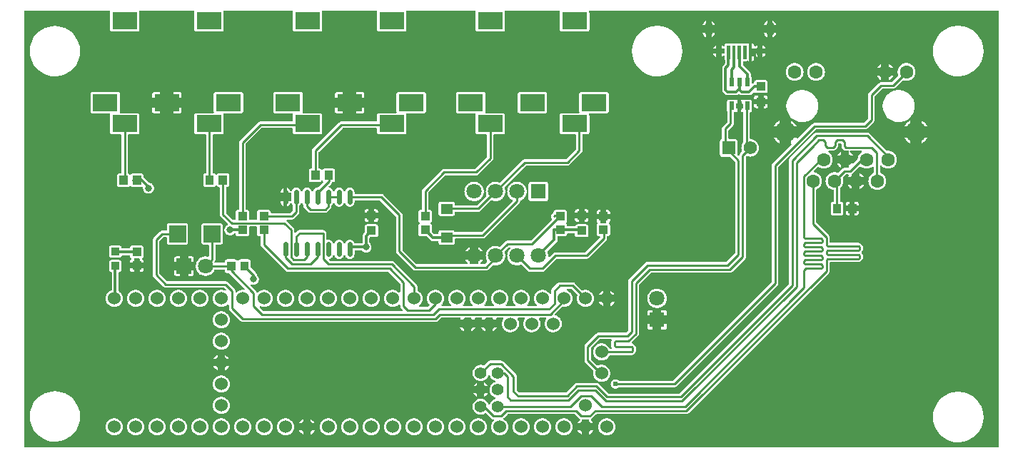
<source format=gtl>
G04 Layer: TopLayer*
G04 EasyEDA v6.4.19.5, 2021-06-03T13:00:10+02:00*
G04 3a470d2b41ee429cb137c5c572919131,563db0ff5b334ec4995e7372edb549dc,10*
G04 Gerber Generator version 0.2*
G04 Scale: 100 percent, Rotated: No, Reflected: No *
G04 Dimensions in millimeters *
G04 leading zeros omitted , absolute positions ,4 integer and 5 decimal *
%FSLAX45Y45*%
%MOMM*%

%ADD10C,0.2540*%
%ADD11C,0.3050*%
%ADD12C,0.6000*%
%ADD13C,0.8000*%
%ADD14C,0.6110*%
%ADD17R,1.1000X1.0000*%
%ADD18R,1.4000X1.2000*%
%ADD19R,2.0000X2.0000*%
%ADD21R,0.5500X1.0000*%
%ADD22C,1.6000*%
%ADD23C,2.5000*%
%ADD24C,1.5240*%
%ADD25C,1.4000*%
%ADD26C,1.0000*%
%ADD27R,3.0000X2.0000*%
%ADD28R,1.8000X1.8000*%
%ADD29C,1.8000*%
%ADD30R,1.5748X1.5748*%
%ADD31C,1.5748*%

%LPD*%
G36*
X1686814Y8052053D02*
G01*
X1682902Y8052816D01*
X1679651Y8055051D01*
X1677416Y8058302D01*
X1676654Y8062214D01*
X1676654Y13222986D01*
X1677416Y13226897D01*
X1679651Y13230148D01*
X1682902Y13232384D01*
X1686814Y13233146D01*
X2683357Y13233146D01*
X2687116Y13232434D01*
X2690368Y13230351D01*
X2692603Y13227202D01*
X2693517Y13223443D01*
X2692958Y13219633D01*
X2691333Y13215112D01*
X2690622Y13208812D01*
X2690622Y13009981D01*
X2691333Y13003682D01*
X2693263Y12998297D01*
X2696311Y12993420D01*
X2700324Y12989407D01*
X2705201Y12986359D01*
X2710586Y12984429D01*
X2716885Y12983768D01*
X3015742Y12983768D01*
X3021990Y12984429D01*
X3027426Y12986359D01*
X3032252Y12989407D01*
X3036316Y12993420D01*
X3039364Y12998297D01*
X3041243Y13003682D01*
X3041954Y13009981D01*
X3041954Y13208812D01*
X3041243Y13215112D01*
X3039668Y13219633D01*
X3039110Y13223443D01*
X3040024Y13227202D01*
X3042208Y13230351D01*
X3045460Y13232434D01*
X3049270Y13233146D01*
X3683355Y13233146D01*
X3687114Y13232434D01*
X3690365Y13230351D01*
X3692601Y13227202D01*
X3693515Y13223443D01*
X3692956Y13219633D01*
X3691331Y13215112D01*
X3690670Y13208812D01*
X3690670Y13009981D01*
X3691331Y13003682D01*
X3693261Y12998297D01*
X3696309Y12993420D01*
X3700322Y12989407D01*
X3705199Y12986359D01*
X3710584Y12984429D01*
X3716883Y12983768D01*
X4015740Y12983768D01*
X4021988Y12984429D01*
X4027424Y12986359D01*
X4032250Y12989407D01*
X4036314Y12993420D01*
X4039362Y12998297D01*
X4041241Y13003682D01*
X4041952Y13009981D01*
X4041952Y13208812D01*
X4041241Y13215112D01*
X4039666Y13219633D01*
X4039108Y13223443D01*
X4040022Y13227202D01*
X4042206Y13230351D01*
X4045458Y13232434D01*
X4049268Y13233146D01*
X4850841Y13233146D01*
X4854651Y13232434D01*
X4857851Y13230351D01*
X4860086Y13227202D01*
X4861001Y13223443D01*
X4860442Y13219633D01*
X4858867Y13215112D01*
X4858156Y13208812D01*
X4858156Y13009981D01*
X4858867Y13003682D01*
X4860747Y12998297D01*
X4863795Y12993420D01*
X4867859Y12989407D01*
X4872685Y12986359D01*
X4878120Y12984429D01*
X4884369Y12983768D01*
X5183225Y12983768D01*
X5189474Y12984429D01*
X5194909Y12986359D01*
X5199735Y12989407D01*
X5203799Y12993420D01*
X5206847Y12998297D01*
X5208727Y13003682D01*
X5209438Y13009981D01*
X5209438Y13208812D01*
X5208727Y13215112D01*
X5207152Y13219633D01*
X5206593Y13223443D01*
X5207508Y13227202D01*
X5209743Y13230351D01*
X5212943Y13232434D01*
X5216753Y13233146D01*
X5850839Y13233146D01*
X5854649Y13232434D01*
X5857849Y13230351D01*
X5860084Y13227202D01*
X5860999Y13223443D01*
X5860440Y13219633D01*
X5858865Y13215112D01*
X5858154Y13208812D01*
X5858154Y13009981D01*
X5858865Y13003682D01*
X5860745Y12998297D01*
X5863793Y12993420D01*
X5867857Y12989407D01*
X5872683Y12986359D01*
X5878118Y12984429D01*
X5884367Y12983768D01*
X6183223Y12983768D01*
X6189472Y12984429D01*
X6194907Y12986359D01*
X6199733Y12989407D01*
X6203797Y12993420D01*
X6206845Y12998297D01*
X6208725Y13003682D01*
X6209436Y13009981D01*
X6209436Y13208812D01*
X6208725Y13215112D01*
X6207150Y13219633D01*
X6206591Y13223443D01*
X6207506Y13227202D01*
X6209741Y13230351D01*
X6212941Y13232434D01*
X6216751Y13233146D01*
X7018375Y13233146D01*
X7022134Y13232434D01*
X7025386Y13230351D01*
X7027621Y13227202D01*
X7028484Y13223443D01*
X7027925Y13219633D01*
X7026351Y13215112D01*
X7025640Y13208812D01*
X7025640Y13009981D01*
X7026351Y13003682D01*
X7028230Y12998297D01*
X7031278Y12993420D01*
X7035342Y12989407D01*
X7040219Y12986359D01*
X7045604Y12984429D01*
X7051852Y12983768D01*
X7350709Y12983768D01*
X7357008Y12984429D01*
X7362393Y12986359D01*
X7367270Y12989407D01*
X7371283Y12993420D01*
X7374381Y12998297D01*
X7376261Y13003682D01*
X7376972Y13009981D01*
X7376972Y13208812D01*
X7376261Y13215112D01*
X7374686Y13219633D01*
X7374077Y13223443D01*
X7374991Y13227202D01*
X7377226Y13230351D01*
X7380478Y13232434D01*
X7384237Y13233146D01*
X8018373Y13233146D01*
X8022132Y13232434D01*
X8025384Y13230351D01*
X8027619Y13227202D01*
X8028482Y13223443D01*
X8027924Y13219633D01*
X8026349Y13215112D01*
X8025638Y13208812D01*
X8025638Y13009981D01*
X8026349Y13003682D01*
X8028228Y12998297D01*
X8031276Y12993420D01*
X8035340Y12989407D01*
X8040217Y12986359D01*
X8045602Y12984429D01*
X8051850Y12983768D01*
X8350707Y12983768D01*
X8357006Y12984429D01*
X8362391Y12986359D01*
X8367268Y12989407D01*
X8371281Y12993420D01*
X8374380Y12998297D01*
X8376259Y13003682D01*
X8376970Y13009981D01*
X8376970Y13208812D01*
X8376259Y13215112D01*
X8374684Y13219633D01*
X8374075Y13223443D01*
X8374989Y13227202D01*
X8377224Y13230351D01*
X8380475Y13232434D01*
X8384235Y13233146D01*
X13222986Y13233146D01*
X13226846Y13232384D01*
X13230148Y13230148D01*
X13232384Y13226897D01*
X13233146Y13222986D01*
X13233146Y8062214D01*
X13232384Y8058302D01*
X13230148Y8055051D01*
X13226846Y8052816D01*
X13222986Y8052053D01*
G37*

%LPC*%
G36*
X12750241Y8107476D02*
G01*
X12751358Y8107476D01*
X12826238Y8117535D01*
X12871246Y8132673D01*
X12931140Y8167674D01*
X12961112Y8192770D01*
X13001040Y8242757D01*
X13025983Y8287918D01*
X13045846Y8352942D01*
X13050723Y8407857D01*
X13045643Y8462873D01*
X13025526Y8527897D01*
X12990525Y8587740D01*
X12960400Y8622741D01*
X12915442Y8657590D01*
X12870332Y8682532D01*
X12825323Y8697468D01*
X12751460Y8707272D01*
X12750139Y8707272D01*
X12675362Y8697264D01*
X12630404Y8682177D01*
X12585496Y8657132D01*
X12541250Y8622792D01*
X12501067Y8572754D01*
X12475616Y8526881D01*
X12455753Y8461857D01*
X12450876Y8406942D01*
X12455956Y8351926D01*
X12475616Y8287918D01*
X12501168Y8241995D01*
X12540996Y8197138D01*
X12586309Y8157108D01*
X12631318Y8132216D01*
X12696342Y8112353D01*
G37*
G36*
X2039416Y8115096D02*
G01*
X2040585Y8115096D01*
X2115464Y8125155D01*
X2160422Y8140242D01*
X2220315Y8175244D01*
X2250338Y8200390D01*
X2290216Y8250377D01*
X2314752Y8294522D01*
X2334818Y8359495D01*
X2339949Y8414562D01*
X2335022Y8469477D01*
X2314702Y8535517D01*
X2279700Y8595360D01*
X2249627Y8630310D01*
X2204669Y8665159D01*
X2159558Y8690152D01*
X2114550Y8705037D01*
X2040686Y8714892D01*
X2039315Y8714892D01*
X1964537Y8704834D01*
X1919579Y8689797D01*
X1874672Y8664752D01*
X1829612Y8629548D01*
X1789785Y8579612D01*
X1764842Y8534501D01*
X1744980Y8469477D01*
X1740052Y8414562D01*
X1745183Y8359495D01*
X1765249Y8294522D01*
X1789734Y8250478D01*
X1829765Y8205165D01*
X1874570Y8165338D01*
X1919528Y8140242D01*
X1984502Y8120176D01*
G37*
G36*
X6549796Y8191347D02*
G01*
X6563410Y8191804D01*
X6576822Y8194040D01*
X6589775Y8198053D01*
X6602120Y8203793D01*
X6613601Y8211108D01*
X6624015Y8219897D01*
X6633108Y8230006D01*
X6640830Y8241182D01*
X6646925Y8253323D01*
X6651396Y8266175D01*
X6654139Y8279536D01*
X6655053Y8293100D01*
X6654139Y8306663D01*
X6651396Y8320024D01*
X6646925Y8332876D01*
X6640830Y8345017D01*
X6633108Y8356193D01*
X6624015Y8366302D01*
X6613601Y8375091D01*
X6602120Y8382406D01*
X6589775Y8388146D01*
X6576822Y8392160D01*
X6563410Y8394395D01*
X6549796Y8394852D01*
X6536283Y8393531D01*
X6523024Y8390382D01*
X6510324Y8385454D01*
X6498386Y8378952D01*
X6487464Y8370874D01*
X6477660Y8361425D01*
X6469227Y8350707D01*
X6462318Y8339023D01*
X6456984Y8326526D01*
X6453428Y8313369D01*
X6451600Y8299907D01*
X6451600Y8286292D01*
X6453428Y8272830D01*
X6456984Y8259673D01*
X6462318Y8247176D01*
X6469227Y8235492D01*
X6477660Y8224774D01*
X6487464Y8215325D01*
X6498386Y8207248D01*
X6510324Y8200745D01*
X6523024Y8195818D01*
X6536283Y8192668D01*
G37*
G36*
X3247796Y8191347D02*
G01*
X3261410Y8191804D01*
X3274822Y8194040D01*
X3287776Y8198053D01*
X3300120Y8203793D01*
X3311601Y8211108D01*
X3322015Y8219897D01*
X3331108Y8230006D01*
X3338829Y8241182D01*
X3344926Y8253323D01*
X3349396Y8266175D01*
X3352139Y8279536D01*
X3353054Y8293100D01*
X3352139Y8306663D01*
X3349396Y8320024D01*
X3344926Y8332876D01*
X3338829Y8345017D01*
X3331108Y8356193D01*
X3322015Y8366302D01*
X3311601Y8375091D01*
X3300120Y8382406D01*
X3287776Y8388146D01*
X3274822Y8392160D01*
X3261410Y8394395D01*
X3247796Y8394852D01*
X3234283Y8393531D01*
X3221024Y8390382D01*
X3208324Y8385454D01*
X3196386Y8378952D01*
X3185464Y8370874D01*
X3175660Y8361425D01*
X3167227Y8350707D01*
X3160318Y8339023D01*
X3154984Y8326526D01*
X3151428Y8313369D01*
X3149600Y8299907D01*
X3149600Y8286292D01*
X3151428Y8272830D01*
X3154984Y8259673D01*
X3160318Y8247176D01*
X3167227Y8235492D01*
X3175660Y8224774D01*
X3185464Y8215325D01*
X3196386Y8207248D01*
X3208324Y8200745D01*
X3221024Y8195818D01*
X3234283Y8192668D01*
G37*
G36*
X4009796Y8191347D02*
G01*
X4023410Y8191804D01*
X4036822Y8194040D01*
X4049776Y8198053D01*
X4062120Y8203793D01*
X4073601Y8211108D01*
X4084015Y8219897D01*
X4093108Y8230006D01*
X4100829Y8241182D01*
X4106926Y8253323D01*
X4111396Y8266175D01*
X4114139Y8279536D01*
X4115054Y8293100D01*
X4114139Y8306663D01*
X4111396Y8320024D01*
X4106926Y8332876D01*
X4100829Y8345017D01*
X4093108Y8356193D01*
X4084015Y8366302D01*
X4073601Y8375091D01*
X4062120Y8382406D01*
X4049776Y8388146D01*
X4036822Y8392160D01*
X4023410Y8394395D01*
X4009796Y8394852D01*
X3996283Y8393531D01*
X3983024Y8390382D01*
X3970324Y8385454D01*
X3958386Y8378952D01*
X3947464Y8370874D01*
X3937660Y8361425D01*
X3929227Y8350707D01*
X3922318Y8339023D01*
X3916984Y8326526D01*
X3913428Y8313369D01*
X3911600Y8299907D01*
X3911600Y8286292D01*
X3913428Y8272830D01*
X3916984Y8259673D01*
X3922318Y8247176D01*
X3929227Y8235492D01*
X3937660Y8224774D01*
X3947464Y8215325D01*
X3958386Y8207248D01*
X3970324Y8200745D01*
X3983024Y8195818D01*
X3996283Y8192668D01*
G37*
G36*
X5787796Y8191347D02*
G01*
X5801410Y8191804D01*
X5814822Y8194040D01*
X5827776Y8198053D01*
X5840120Y8203793D01*
X5851601Y8211108D01*
X5862015Y8219897D01*
X5871108Y8230006D01*
X5878830Y8241182D01*
X5884926Y8253323D01*
X5889396Y8266175D01*
X5892139Y8279536D01*
X5893054Y8293100D01*
X5892139Y8306663D01*
X5889396Y8320024D01*
X5884926Y8332876D01*
X5878830Y8345017D01*
X5871108Y8356193D01*
X5862015Y8366302D01*
X5851601Y8375091D01*
X5840120Y8382406D01*
X5827776Y8388146D01*
X5814822Y8392160D01*
X5801410Y8394395D01*
X5787796Y8394852D01*
X5774283Y8393531D01*
X5761024Y8390382D01*
X5748324Y8385454D01*
X5736386Y8378952D01*
X5725464Y8370874D01*
X5715660Y8361425D01*
X5707227Y8350707D01*
X5700318Y8339023D01*
X5694984Y8326526D01*
X5691428Y8313369D01*
X5689600Y8299907D01*
X5689600Y8286292D01*
X5691428Y8272830D01*
X5694984Y8259673D01*
X5700318Y8247176D01*
X5707227Y8235492D01*
X5715660Y8224774D01*
X5725464Y8215325D01*
X5736386Y8207248D01*
X5748324Y8200745D01*
X5761024Y8195818D01*
X5774283Y8192668D01*
G37*
G36*
X4517796Y8191347D02*
G01*
X4531410Y8191804D01*
X4544822Y8194040D01*
X4557776Y8198053D01*
X4570120Y8203793D01*
X4581601Y8211108D01*
X4592015Y8219897D01*
X4601108Y8230006D01*
X4608830Y8241182D01*
X4614926Y8253323D01*
X4619396Y8266175D01*
X4622139Y8279536D01*
X4623054Y8293100D01*
X4622139Y8306663D01*
X4619396Y8320024D01*
X4614926Y8332876D01*
X4608830Y8345017D01*
X4601108Y8356193D01*
X4592015Y8366302D01*
X4581601Y8375091D01*
X4570120Y8382406D01*
X4557776Y8388146D01*
X4544822Y8392160D01*
X4531410Y8394395D01*
X4517796Y8394852D01*
X4504283Y8393531D01*
X4491024Y8390382D01*
X4478324Y8385454D01*
X4466386Y8378952D01*
X4455464Y8370874D01*
X4445660Y8361425D01*
X4437227Y8350707D01*
X4430318Y8339023D01*
X4424984Y8326526D01*
X4421428Y8313369D01*
X4419600Y8299907D01*
X4419600Y8286292D01*
X4421428Y8272830D01*
X4424984Y8259673D01*
X4430318Y8247176D01*
X4437227Y8235492D01*
X4445660Y8224774D01*
X4455464Y8215325D01*
X4466386Y8207248D01*
X4478324Y8200745D01*
X4491024Y8195818D01*
X4504283Y8192668D01*
G37*
G36*
X3501796Y8191347D02*
G01*
X3515410Y8191804D01*
X3528822Y8194040D01*
X3541776Y8198053D01*
X3554120Y8203793D01*
X3565601Y8211108D01*
X3576015Y8219897D01*
X3585108Y8230006D01*
X3592829Y8241182D01*
X3598926Y8253323D01*
X3603396Y8266175D01*
X3606139Y8279536D01*
X3607054Y8293100D01*
X3606139Y8306663D01*
X3603396Y8320024D01*
X3598926Y8332876D01*
X3592829Y8345017D01*
X3585108Y8356193D01*
X3576015Y8366302D01*
X3565601Y8375091D01*
X3554120Y8382406D01*
X3541776Y8388146D01*
X3528822Y8392160D01*
X3515410Y8394395D01*
X3501796Y8394852D01*
X3488283Y8393531D01*
X3475024Y8390382D01*
X3462324Y8385454D01*
X3450386Y8378952D01*
X3439464Y8370874D01*
X3429660Y8361425D01*
X3421227Y8350707D01*
X3414318Y8339023D01*
X3408984Y8326526D01*
X3405428Y8313369D01*
X3403600Y8299907D01*
X3403600Y8286292D01*
X3405428Y8272830D01*
X3408984Y8259673D01*
X3414318Y8247176D01*
X3421227Y8235492D01*
X3429660Y8224774D01*
X3439464Y8215325D01*
X3450386Y8207248D01*
X3462324Y8200745D01*
X3475024Y8195818D01*
X3488283Y8192668D01*
G37*
G36*
X6295796Y8191347D02*
G01*
X6309410Y8191804D01*
X6322822Y8194040D01*
X6335776Y8198053D01*
X6348120Y8203793D01*
X6359601Y8211108D01*
X6370015Y8219897D01*
X6379108Y8230006D01*
X6386830Y8241182D01*
X6392926Y8253323D01*
X6397396Y8266175D01*
X6400139Y8279536D01*
X6401054Y8293100D01*
X6400139Y8306663D01*
X6397396Y8320024D01*
X6392926Y8332876D01*
X6386830Y8345017D01*
X6379108Y8356193D01*
X6370015Y8366302D01*
X6359601Y8375091D01*
X6348120Y8382406D01*
X6335776Y8388146D01*
X6322822Y8392160D01*
X6309410Y8394395D01*
X6295796Y8394852D01*
X6282283Y8393531D01*
X6269024Y8390382D01*
X6256324Y8385454D01*
X6244386Y8378952D01*
X6233464Y8370874D01*
X6223660Y8361425D01*
X6215227Y8350707D01*
X6208318Y8339023D01*
X6202984Y8326526D01*
X6199428Y8313369D01*
X6197600Y8299907D01*
X6197600Y8286292D01*
X6199428Y8272830D01*
X6202984Y8259673D01*
X6208318Y8247176D01*
X6215227Y8235492D01*
X6223660Y8224774D01*
X6233464Y8215325D01*
X6244386Y8207248D01*
X6256324Y8200745D01*
X6269024Y8195818D01*
X6282283Y8192668D01*
G37*
G36*
X3755796Y8191347D02*
G01*
X3769410Y8191804D01*
X3782822Y8194040D01*
X3795776Y8198053D01*
X3808120Y8203793D01*
X3819601Y8211108D01*
X3830015Y8219897D01*
X3839108Y8230006D01*
X3846829Y8241182D01*
X3852926Y8253323D01*
X3857396Y8266175D01*
X3860139Y8279536D01*
X3861054Y8293100D01*
X3860139Y8306663D01*
X3857396Y8320024D01*
X3852926Y8332876D01*
X3846829Y8345017D01*
X3839108Y8356193D01*
X3830015Y8366302D01*
X3819601Y8375091D01*
X3808120Y8382406D01*
X3795776Y8388146D01*
X3782822Y8392160D01*
X3769410Y8394395D01*
X3755796Y8394852D01*
X3742283Y8393531D01*
X3729024Y8390382D01*
X3716324Y8385454D01*
X3704386Y8378952D01*
X3693464Y8370874D01*
X3683660Y8361425D01*
X3675227Y8350707D01*
X3668318Y8339023D01*
X3662984Y8326526D01*
X3659428Y8313369D01*
X3657600Y8299907D01*
X3657600Y8286292D01*
X3659428Y8272830D01*
X3662984Y8259673D01*
X3668318Y8247176D01*
X3675227Y8235492D01*
X3683660Y8224774D01*
X3693464Y8215325D01*
X3704386Y8207248D01*
X3716324Y8200745D01*
X3729024Y8195818D01*
X3742283Y8192668D01*
G37*
G36*
X2739796Y8191347D02*
G01*
X2753410Y8191804D01*
X2766822Y8194040D01*
X2779776Y8198053D01*
X2792120Y8203793D01*
X2803601Y8211108D01*
X2814015Y8219897D01*
X2823108Y8230006D01*
X2830830Y8241182D01*
X2836926Y8253323D01*
X2841396Y8266175D01*
X2844139Y8279536D01*
X2845054Y8293100D01*
X2844139Y8306663D01*
X2841396Y8320024D01*
X2836926Y8332876D01*
X2830830Y8345017D01*
X2823108Y8356193D01*
X2814015Y8366302D01*
X2803601Y8375091D01*
X2792120Y8382406D01*
X2779776Y8388146D01*
X2766822Y8392160D01*
X2753410Y8394395D01*
X2739796Y8394852D01*
X2726283Y8393531D01*
X2713024Y8390382D01*
X2700324Y8385454D01*
X2688386Y8378952D01*
X2677464Y8370874D01*
X2667660Y8361425D01*
X2659227Y8350707D01*
X2652318Y8339023D01*
X2646984Y8326526D01*
X2643428Y8313369D01*
X2641600Y8299907D01*
X2641600Y8286292D01*
X2643428Y8272830D01*
X2646984Y8259673D01*
X2652318Y8247176D01*
X2659227Y8235492D01*
X2667660Y8224774D01*
X2677464Y8215325D01*
X2688386Y8207248D01*
X2700324Y8200745D01*
X2713024Y8195818D01*
X2726283Y8192668D01*
G37*
G36*
X6041796Y8191347D02*
G01*
X6055410Y8191804D01*
X6068822Y8194040D01*
X6081776Y8198053D01*
X6094120Y8203793D01*
X6105601Y8211108D01*
X6116015Y8219897D01*
X6125108Y8230006D01*
X6132830Y8241182D01*
X6138926Y8253323D01*
X6143396Y8266175D01*
X6146139Y8279536D01*
X6147054Y8293100D01*
X6146139Y8306663D01*
X6143396Y8320024D01*
X6138926Y8332876D01*
X6132830Y8345017D01*
X6125108Y8356193D01*
X6116015Y8366302D01*
X6105601Y8375091D01*
X6094120Y8382406D01*
X6081776Y8388146D01*
X6068822Y8392160D01*
X6055410Y8394395D01*
X6041796Y8394852D01*
X6028283Y8393531D01*
X6015024Y8390382D01*
X6002324Y8385454D01*
X5990386Y8378952D01*
X5979464Y8370874D01*
X5969660Y8361425D01*
X5961227Y8350707D01*
X5954318Y8339023D01*
X5948984Y8326526D01*
X5945428Y8313369D01*
X5943600Y8299907D01*
X5943600Y8286292D01*
X5945428Y8272830D01*
X5948984Y8259673D01*
X5954318Y8247176D01*
X5961227Y8235492D01*
X5969660Y8224774D01*
X5979464Y8215325D01*
X5990386Y8207248D01*
X6002324Y8200745D01*
X6015024Y8195818D01*
X6028283Y8192668D01*
G37*
G36*
X5279796Y8191347D02*
G01*
X5293410Y8191804D01*
X5306822Y8194040D01*
X5319776Y8198053D01*
X5332120Y8203793D01*
X5343601Y8211108D01*
X5354015Y8219897D01*
X5363108Y8230006D01*
X5370830Y8241182D01*
X5376926Y8253323D01*
X5381396Y8266175D01*
X5384139Y8279536D01*
X5385054Y8293100D01*
X5384139Y8306663D01*
X5381396Y8320024D01*
X5376926Y8332876D01*
X5370830Y8345017D01*
X5363108Y8356193D01*
X5354015Y8366302D01*
X5343601Y8375091D01*
X5332120Y8382406D01*
X5319776Y8388146D01*
X5306822Y8392160D01*
X5293410Y8394395D01*
X5279796Y8394852D01*
X5266283Y8393531D01*
X5253024Y8390382D01*
X5240324Y8385454D01*
X5228386Y8378952D01*
X5217464Y8370874D01*
X5207660Y8361425D01*
X5199227Y8350707D01*
X5192318Y8339023D01*
X5186984Y8326526D01*
X5183428Y8313369D01*
X5181600Y8299907D01*
X5181600Y8286292D01*
X5183428Y8272830D01*
X5186984Y8259673D01*
X5192318Y8247176D01*
X5199227Y8235492D01*
X5207660Y8224774D01*
X5217464Y8215325D01*
X5228386Y8207248D01*
X5240324Y8200745D01*
X5253024Y8195818D01*
X5266283Y8192668D01*
G37*
G36*
X8581796Y8191347D02*
G01*
X8595410Y8191804D01*
X8608822Y8194040D01*
X8621776Y8198053D01*
X8634120Y8203793D01*
X8645601Y8211108D01*
X8656015Y8219897D01*
X8665108Y8230006D01*
X8672830Y8241182D01*
X8678926Y8253323D01*
X8683396Y8266175D01*
X8686139Y8279536D01*
X8687054Y8293100D01*
X8686139Y8306663D01*
X8683396Y8320024D01*
X8678926Y8332876D01*
X8672830Y8345017D01*
X8665108Y8356193D01*
X8656015Y8366302D01*
X8645601Y8375091D01*
X8634120Y8382406D01*
X8621776Y8388146D01*
X8608822Y8392160D01*
X8595410Y8394395D01*
X8581796Y8394852D01*
X8568283Y8393531D01*
X8555024Y8390382D01*
X8542324Y8385454D01*
X8530386Y8378952D01*
X8519464Y8370874D01*
X8509660Y8361425D01*
X8501227Y8350707D01*
X8494318Y8339023D01*
X8488984Y8326526D01*
X8485428Y8313369D01*
X8483600Y8299907D01*
X8483600Y8286292D01*
X8485428Y8272830D01*
X8488984Y8259673D01*
X8494318Y8247176D01*
X8501227Y8235492D01*
X8509660Y8224774D01*
X8519464Y8215325D01*
X8530386Y8207248D01*
X8542324Y8200745D01*
X8555024Y8195818D01*
X8568283Y8192668D01*
G37*
G36*
X4771796Y8191347D02*
G01*
X4785410Y8191804D01*
X4798822Y8194040D01*
X4811776Y8198053D01*
X4824120Y8203793D01*
X4835601Y8211108D01*
X4846015Y8219897D01*
X4855108Y8230006D01*
X4862830Y8241182D01*
X4868926Y8253323D01*
X4873396Y8266175D01*
X4876139Y8279536D01*
X4877054Y8293100D01*
X4876139Y8306663D01*
X4873396Y8320024D01*
X4868926Y8332876D01*
X4862830Y8345017D01*
X4855108Y8356193D01*
X4846015Y8366302D01*
X4835601Y8375091D01*
X4824120Y8382406D01*
X4811776Y8388146D01*
X4798822Y8392160D01*
X4785410Y8394395D01*
X4771796Y8394852D01*
X4758283Y8393531D01*
X4745024Y8390382D01*
X4732324Y8385454D01*
X4720386Y8378952D01*
X4709464Y8370874D01*
X4699660Y8361425D01*
X4691227Y8350707D01*
X4684318Y8339023D01*
X4678984Y8326526D01*
X4675428Y8313369D01*
X4673600Y8299907D01*
X4673600Y8286292D01*
X4675428Y8272830D01*
X4678984Y8259673D01*
X4684318Y8247176D01*
X4691227Y8235492D01*
X4699660Y8224774D01*
X4709464Y8215325D01*
X4720386Y8207248D01*
X4732324Y8200745D01*
X4745024Y8195818D01*
X4758283Y8192668D01*
G37*
G36*
X7565796Y8191347D02*
G01*
X7579410Y8191804D01*
X7592822Y8194040D01*
X7605775Y8198053D01*
X7618120Y8203793D01*
X7629601Y8211108D01*
X7640015Y8219897D01*
X7649108Y8230006D01*
X7656830Y8241182D01*
X7662925Y8253323D01*
X7667396Y8266175D01*
X7670139Y8279536D01*
X7671053Y8293100D01*
X7670139Y8306663D01*
X7667396Y8320024D01*
X7662925Y8332876D01*
X7656830Y8345017D01*
X7649108Y8356193D01*
X7640015Y8366302D01*
X7629601Y8375091D01*
X7618120Y8382406D01*
X7605775Y8388146D01*
X7592822Y8392160D01*
X7579410Y8394395D01*
X7565796Y8394852D01*
X7552283Y8393531D01*
X7539024Y8390382D01*
X7526324Y8385454D01*
X7514386Y8378952D01*
X7503464Y8370874D01*
X7493660Y8361425D01*
X7485227Y8350707D01*
X7478318Y8339023D01*
X7472984Y8326526D01*
X7469428Y8313369D01*
X7467600Y8299907D01*
X7467600Y8286292D01*
X7469428Y8272830D01*
X7472984Y8259673D01*
X7478318Y8247176D01*
X7485227Y8235492D01*
X7493660Y8224774D01*
X7503464Y8215325D01*
X7514386Y8207248D01*
X7526324Y8200745D01*
X7539024Y8195818D01*
X7552283Y8192668D01*
G37*
G36*
X7819796Y8191347D02*
G01*
X7833410Y8191804D01*
X7846822Y8194040D01*
X7859775Y8198053D01*
X7872120Y8203793D01*
X7883601Y8211108D01*
X7894015Y8219897D01*
X7903108Y8230006D01*
X7910830Y8241182D01*
X7916925Y8253323D01*
X7921396Y8266175D01*
X7924139Y8279536D01*
X7925053Y8293100D01*
X7924139Y8306663D01*
X7921396Y8320024D01*
X7916925Y8332876D01*
X7910830Y8345017D01*
X7903108Y8356193D01*
X7894015Y8366302D01*
X7883601Y8375091D01*
X7872120Y8382406D01*
X7859775Y8388146D01*
X7846822Y8392160D01*
X7833410Y8394395D01*
X7819796Y8394852D01*
X7806283Y8393531D01*
X7793024Y8390382D01*
X7780324Y8385454D01*
X7768386Y8378952D01*
X7757464Y8370874D01*
X7747660Y8361425D01*
X7739227Y8350707D01*
X7732318Y8339023D01*
X7726984Y8326526D01*
X7723428Y8313369D01*
X7721600Y8299907D01*
X7721600Y8286292D01*
X7723428Y8272830D01*
X7726984Y8259673D01*
X7732318Y8247176D01*
X7739227Y8235492D01*
X7747660Y8224774D01*
X7757464Y8215325D01*
X7768386Y8207248D01*
X7780324Y8200745D01*
X7793024Y8195818D01*
X7806283Y8192668D01*
G37*
G36*
X6803796Y8191347D02*
G01*
X6817410Y8191804D01*
X6830822Y8194040D01*
X6843775Y8198053D01*
X6856120Y8203793D01*
X6867601Y8211108D01*
X6878015Y8219897D01*
X6887108Y8230006D01*
X6894830Y8241182D01*
X6900925Y8253323D01*
X6905396Y8266175D01*
X6908139Y8279536D01*
X6909053Y8293100D01*
X6908139Y8306663D01*
X6905396Y8320024D01*
X6900925Y8332876D01*
X6894830Y8345017D01*
X6887108Y8356193D01*
X6878015Y8366302D01*
X6867601Y8375091D01*
X6856120Y8382406D01*
X6843775Y8388146D01*
X6830822Y8392160D01*
X6817410Y8394395D01*
X6803796Y8394852D01*
X6790283Y8393531D01*
X6777024Y8390382D01*
X6764324Y8385454D01*
X6752386Y8378952D01*
X6741464Y8370874D01*
X6731660Y8361425D01*
X6723227Y8350707D01*
X6716318Y8339023D01*
X6710984Y8326526D01*
X6707428Y8313369D01*
X6705600Y8299907D01*
X6705600Y8286292D01*
X6707428Y8272830D01*
X6710984Y8259673D01*
X6716318Y8247176D01*
X6723227Y8235492D01*
X6731660Y8224774D01*
X6741464Y8215325D01*
X6752386Y8207248D01*
X6764324Y8200745D01*
X6777024Y8195818D01*
X6790283Y8192668D01*
G37*
G36*
X2993796Y8191347D02*
G01*
X3007410Y8191804D01*
X3020822Y8194040D01*
X3033776Y8198053D01*
X3046120Y8203793D01*
X3057601Y8211108D01*
X3068015Y8219897D01*
X3077108Y8230006D01*
X3084830Y8241182D01*
X3090926Y8253323D01*
X3095396Y8266175D01*
X3098139Y8279536D01*
X3099054Y8293100D01*
X3098139Y8306663D01*
X3095396Y8320024D01*
X3090926Y8332876D01*
X3084830Y8345017D01*
X3077108Y8356193D01*
X3068015Y8366302D01*
X3057601Y8375091D01*
X3046120Y8382406D01*
X3033776Y8388146D01*
X3020822Y8392160D01*
X3007410Y8394395D01*
X2993796Y8394852D01*
X2980283Y8393531D01*
X2967024Y8390382D01*
X2954324Y8385454D01*
X2942386Y8378952D01*
X2931464Y8370874D01*
X2921660Y8361425D01*
X2913227Y8350707D01*
X2906318Y8339023D01*
X2900984Y8326526D01*
X2897428Y8313369D01*
X2895600Y8299907D01*
X2895600Y8286292D01*
X2897428Y8272830D01*
X2900984Y8259673D01*
X2906318Y8247176D01*
X2913227Y8235492D01*
X2921660Y8224774D01*
X2931464Y8215325D01*
X2942386Y8207248D01*
X2954324Y8200745D01*
X2967024Y8195818D01*
X2980283Y8192668D01*
G37*
G36*
X5533796Y8191347D02*
G01*
X5547410Y8191804D01*
X5560822Y8194040D01*
X5573776Y8198053D01*
X5586120Y8203793D01*
X5597601Y8211108D01*
X5608015Y8219897D01*
X5617108Y8230006D01*
X5624830Y8241182D01*
X5630926Y8253323D01*
X5635396Y8266175D01*
X5638139Y8279536D01*
X5639054Y8293100D01*
X5638139Y8306663D01*
X5635396Y8320024D01*
X5630926Y8332876D01*
X5624830Y8345017D01*
X5617108Y8356193D01*
X5608015Y8366302D01*
X5597601Y8375091D01*
X5586120Y8382406D01*
X5573776Y8388146D01*
X5560822Y8392160D01*
X5547410Y8394395D01*
X5533796Y8394852D01*
X5520283Y8393531D01*
X5507024Y8390382D01*
X5494324Y8385454D01*
X5482386Y8378952D01*
X5471464Y8370874D01*
X5461660Y8361425D01*
X5453227Y8350707D01*
X5446318Y8339023D01*
X5440984Y8326526D01*
X5437428Y8313369D01*
X5435600Y8299907D01*
X5435600Y8286292D01*
X5437428Y8272830D01*
X5440984Y8259673D01*
X5446318Y8247176D01*
X5453227Y8235492D01*
X5461660Y8224774D01*
X5471464Y8215325D01*
X5482386Y8207248D01*
X5494324Y8200745D01*
X5507024Y8195818D01*
X5520283Y8192668D01*
G37*
G36*
X7057796Y8191347D02*
G01*
X7071410Y8191804D01*
X7084822Y8194040D01*
X7097775Y8198053D01*
X7110120Y8203793D01*
X7121601Y8211108D01*
X7132015Y8219897D01*
X7141108Y8230006D01*
X7148830Y8241182D01*
X7154925Y8253323D01*
X7159396Y8266175D01*
X7162139Y8279536D01*
X7163053Y8293100D01*
X7162139Y8306663D01*
X7159396Y8320024D01*
X7154925Y8332876D01*
X7148830Y8345017D01*
X7141108Y8356193D01*
X7132015Y8366302D01*
X7121601Y8375091D01*
X7110120Y8382406D01*
X7097775Y8388146D01*
X7084822Y8392160D01*
X7071410Y8394395D01*
X7057796Y8394852D01*
X7044283Y8393531D01*
X7031024Y8390382D01*
X7018324Y8385454D01*
X7006386Y8378952D01*
X6995464Y8370874D01*
X6985660Y8361425D01*
X6977227Y8350707D01*
X6970318Y8339023D01*
X6964984Y8326526D01*
X6961428Y8313369D01*
X6959600Y8299907D01*
X6959600Y8286292D01*
X6961428Y8272830D01*
X6964984Y8259673D01*
X6970318Y8247176D01*
X6977227Y8235492D01*
X6985660Y8224774D01*
X6995464Y8215325D01*
X7006386Y8207248D01*
X7018324Y8200745D01*
X7031024Y8195818D01*
X7044283Y8192668D01*
G37*
G36*
X4263796Y8191347D02*
G01*
X4277410Y8191804D01*
X4290822Y8194040D01*
X4303776Y8198053D01*
X4316120Y8203793D01*
X4327601Y8211108D01*
X4338015Y8219897D01*
X4347108Y8230006D01*
X4354830Y8241182D01*
X4360926Y8253323D01*
X4365396Y8266175D01*
X4368139Y8279536D01*
X4369054Y8293100D01*
X4368139Y8306663D01*
X4365396Y8320024D01*
X4360926Y8332876D01*
X4354830Y8345017D01*
X4347108Y8356193D01*
X4338015Y8366302D01*
X4327601Y8375091D01*
X4316120Y8382406D01*
X4303776Y8388146D01*
X4290822Y8392160D01*
X4277410Y8394395D01*
X4263796Y8394852D01*
X4250283Y8393531D01*
X4237024Y8390382D01*
X4224324Y8385454D01*
X4212386Y8378952D01*
X4201464Y8370874D01*
X4191660Y8361425D01*
X4183227Y8350707D01*
X4176318Y8339023D01*
X4170984Y8326526D01*
X4167428Y8313369D01*
X4165600Y8299907D01*
X4165600Y8286292D01*
X4167428Y8272830D01*
X4170984Y8259673D01*
X4176318Y8247176D01*
X4183227Y8235492D01*
X4191660Y8224774D01*
X4201464Y8215325D01*
X4212386Y8207248D01*
X4224324Y8200745D01*
X4237024Y8195818D01*
X4250283Y8192668D01*
G37*
G36*
X8073796Y8191347D02*
G01*
X8087410Y8191804D01*
X8100822Y8194040D01*
X8113775Y8198053D01*
X8126120Y8203793D01*
X8137601Y8211108D01*
X8148015Y8219897D01*
X8157108Y8230006D01*
X8164830Y8241182D01*
X8170925Y8253323D01*
X8175396Y8266175D01*
X8178139Y8279536D01*
X8179053Y8293100D01*
X8178139Y8306663D01*
X8175396Y8320024D01*
X8170925Y8332876D01*
X8164830Y8345017D01*
X8157108Y8356193D01*
X8148015Y8366302D01*
X8137601Y8375091D01*
X8126120Y8382406D01*
X8113775Y8388146D01*
X8100822Y8392160D01*
X8087410Y8394395D01*
X8073796Y8394852D01*
X8060283Y8393531D01*
X8047024Y8390382D01*
X8034324Y8385454D01*
X8022386Y8378952D01*
X8011464Y8370874D01*
X8001660Y8361425D01*
X7993227Y8350707D01*
X7986318Y8339023D01*
X7980984Y8326526D01*
X7977428Y8313369D01*
X7975600Y8299907D01*
X7975600Y8286292D01*
X7977428Y8272830D01*
X7980984Y8259673D01*
X7986318Y8247176D01*
X7993227Y8235492D01*
X8001660Y8224774D01*
X8011464Y8215325D01*
X8022386Y8207248D01*
X8034324Y8200745D01*
X8047024Y8195818D01*
X8060283Y8192668D01*
G37*
G36*
X7311796Y8191347D02*
G01*
X7325410Y8191804D01*
X7338822Y8194040D01*
X7351775Y8198053D01*
X7364120Y8203793D01*
X7375601Y8211108D01*
X7386015Y8219897D01*
X7395108Y8230006D01*
X7402830Y8241182D01*
X7408925Y8253323D01*
X7413396Y8266175D01*
X7416139Y8279536D01*
X7417053Y8293100D01*
X7416139Y8306663D01*
X7413396Y8320024D01*
X7408925Y8332876D01*
X7402830Y8345017D01*
X7395108Y8356193D01*
X7386015Y8366302D01*
X7375601Y8375091D01*
X7363866Y8382508D01*
X7360716Y8384794D01*
X7358684Y8388096D01*
X7357973Y8391906D01*
X7358786Y8395716D01*
X7360970Y8398916D01*
X7404303Y8442248D01*
X7407605Y8444484D01*
X7411516Y8445246D01*
X8196783Y8445246D01*
X8200694Y8444484D01*
X8203996Y8442248D01*
X8252917Y8393328D01*
X8259114Y8388248D01*
X8262467Y8386470D01*
X8265464Y8384082D01*
X8267293Y8380780D01*
X8267852Y8376970D01*
X8266938Y8373313D01*
X8264753Y8370163D01*
X8255660Y8361425D01*
X8247227Y8350707D01*
X8240318Y8339023D01*
X8239709Y8337550D01*
X8286750Y8337550D01*
X8286750Y8371586D01*
X8287512Y8375497D01*
X8289747Y8378748D01*
X8292998Y8380984D01*
X8296909Y8381746D01*
X8365490Y8381746D01*
X8369401Y8380984D01*
X8372652Y8378748D01*
X8374888Y8375497D01*
X8375650Y8371586D01*
X8375650Y8337550D01*
X8422589Y8337550D01*
X8418830Y8345017D01*
X8411108Y8356193D01*
X8402015Y8366302D01*
X8398002Y8369655D01*
X8395563Y8372754D01*
X8394446Y8376513D01*
X8394852Y8380425D01*
X8396732Y8383879D01*
X8399780Y8386368D01*
X8403285Y8388248D01*
X8409482Y8393328D01*
X8458403Y8442248D01*
X8461705Y8444484D01*
X8465616Y8445246D01*
X9527032Y8445246D01*
X9535007Y8446008D01*
X9542221Y8448192D01*
X9548825Y8451748D01*
X9555022Y8456828D01*
X11215471Y10117277D01*
X11220551Y10123474D01*
X11224107Y10130078D01*
X11226292Y10137292D01*
X11227054Y10145268D01*
X11227054Y10238486D01*
X11227816Y10242397D01*
X11230051Y10245648D01*
X11233302Y10247884D01*
X11237214Y10248646D01*
X11569192Y10248646D01*
X11577167Y10249408D01*
X11584381Y10251592D01*
X11590985Y10255148D01*
X11597182Y10260228D01*
X11609171Y10272217D01*
X11614251Y10278414D01*
X11617807Y10285018D01*
X11619992Y10292232D01*
X11620754Y10300208D01*
X11620754Y10324592D01*
X11619992Y10332567D01*
X11617807Y10339781D01*
X11614251Y10346385D01*
X11609171Y10352582D01*
X11605717Y10356037D01*
X11603532Y10359288D01*
X11602770Y10363200D01*
X11603532Y10367111D01*
X11605717Y10370362D01*
X11609171Y10373817D01*
X11614251Y10380014D01*
X11617807Y10386618D01*
X11619992Y10393832D01*
X11620754Y10401808D01*
X11620754Y10426192D01*
X11619992Y10434167D01*
X11617807Y10441381D01*
X11614251Y10447985D01*
X11609171Y10454182D01*
X11597182Y10466171D01*
X11590985Y10471251D01*
X11584381Y10474807D01*
X11577167Y10476992D01*
X11569192Y10477754D01*
X11237214Y10477754D01*
X11233302Y10478516D01*
X11230051Y10480751D01*
X11227816Y10484002D01*
X11227054Y10487914D01*
X11227054Y10540492D01*
X11226292Y10548467D01*
X11224107Y10555681D01*
X11220551Y10562285D01*
X11215471Y10568482D01*
X11071555Y10712399D01*
X11069320Y10715701D01*
X11068558Y10719612D01*
X11068558Y11105184D01*
X11069269Y11108842D01*
X11071250Y11112042D01*
X11074247Y11114278D01*
X11083036Y11118646D01*
X11094567Y11126317D01*
X11104930Y11135461D01*
X11114024Y11145824D01*
X11121745Y11157305D01*
X11127841Y11169700D01*
X11132261Y11182807D01*
X11134953Y11196320D01*
X11135868Y11210137D01*
X11134953Y11223904D01*
X11132261Y11237468D01*
X11127841Y11250574D01*
X11121745Y11262969D01*
X11114024Y11274450D01*
X11104930Y11284813D01*
X11094567Y11293957D01*
X11083036Y11301628D01*
X11070691Y11307724D01*
X11057585Y11312144D01*
X11047780Y11314125D01*
X11043818Y11315852D01*
X11040922Y11319103D01*
X11039652Y11323269D01*
X11040262Y11327587D01*
X11042599Y11331244D01*
X11086236Y11374882D01*
X11089081Y11376914D01*
X11092434Y11377828D01*
X11095888Y11377574D01*
X11099038Y11376152D01*
X11104676Y11372392D01*
X11117072Y11366296D01*
X11130178Y11361826D01*
X11143691Y11359134D01*
X11157508Y11358219D01*
X11171275Y11359134D01*
X11184839Y11361826D01*
X11197945Y11366296D01*
X11210290Y11372392D01*
X11221821Y11380063D01*
X11232184Y11389207D01*
X11241278Y11399570D01*
X11248999Y11411051D01*
X11255095Y11423446D01*
X11259515Y11436553D01*
X11262207Y11450066D01*
X11263122Y11463883D01*
X11262207Y11477650D01*
X11259515Y11491214D01*
X11255095Y11504320D01*
X11248999Y11516715D01*
X11241278Y11528196D01*
X11232184Y11538559D01*
X11221821Y11547703D01*
X11217097Y11550853D01*
X11214100Y11553901D01*
X11212626Y11557965D01*
X11212982Y11562232D01*
X11215065Y11565991D01*
X11218519Y11568531D01*
X11222736Y11569446D01*
X11264392Y11569446D01*
X11272367Y11570208D01*
X11279581Y11572392D01*
X11286185Y11575948D01*
X11292382Y11581028D01*
X11317071Y11605717D01*
X11322151Y11611914D01*
X11325707Y11618518D01*
X11327892Y11625732D01*
X11328654Y11633708D01*
X11328654Y11648186D01*
X11329416Y11652097D01*
X11331651Y11655348D01*
X11334902Y11657584D01*
X11338814Y11658346D01*
X11356086Y11658346D01*
X11359997Y11657584D01*
X11363248Y11655348D01*
X11365484Y11652097D01*
X11366246Y11648186D01*
X11366246Y11621008D01*
X11367008Y11613032D01*
X11369192Y11605818D01*
X11372748Y11599214D01*
X11377828Y11593017D01*
X11389817Y11581028D01*
X11396014Y11575948D01*
X11402618Y11572392D01*
X11409832Y11570208D01*
X11417808Y11569446D01*
X11447678Y11569446D01*
X11451590Y11568684D01*
X11454892Y11566448D01*
X11457076Y11563197D01*
X11457838Y11559286D01*
X11457838Y11510213D01*
X11506149Y11510213D01*
X11502999Y11516715D01*
X11495278Y11528196D01*
X11486184Y11538559D01*
X11475821Y11547703D01*
X11471097Y11550853D01*
X11468100Y11553901D01*
X11466626Y11557965D01*
X11466982Y11562232D01*
X11469065Y11565991D01*
X11472519Y11568531D01*
X11476736Y11569446D01*
X11600281Y11569446D01*
X11604447Y11568531D01*
X11607901Y11565991D01*
X11609984Y11562232D01*
X11610340Y11557965D01*
X11608917Y11553901D01*
X11605920Y11550853D01*
X11601196Y11547703D01*
X11590782Y11538559D01*
X11581688Y11528196D01*
X11574018Y11516715D01*
X11567922Y11504320D01*
X11563451Y11491214D01*
X11560810Y11477752D01*
X11559794Y11474958D01*
X11558016Y11472570D01*
X11505946Y11420500D01*
X11502644Y11418316D01*
X11498783Y11417503D01*
X11457838Y11417503D01*
X11457838Y11376914D01*
X11457076Y11373002D01*
X11454892Y11369751D01*
X11451590Y11367516D01*
X11447678Y11366754D01*
X11403076Y11366754D01*
X11395100Y11365992D01*
X11387937Y11363807D01*
X11380165Y11359540D01*
X11376152Y11358372D01*
X11374170Y11358168D01*
X11373358Y11354409D01*
X11371173Y11351260D01*
X11331346Y11311432D01*
X11328247Y11309299D01*
X11324640Y11308486D01*
X11320932Y11308994D01*
X11311585Y11312144D01*
X11298021Y11314836D01*
X11284254Y11315750D01*
X11270437Y11314836D01*
X11256924Y11312144D01*
X11243818Y11307724D01*
X11231422Y11301628D01*
X11219942Y11293957D01*
X11209528Y11284813D01*
X11200434Y11274450D01*
X11192764Y11262969D01*
X11186668Y11250574D01*
X11182197Y11237468D01*
X11179505Y11223904D01*
X11178590Y11210137D01*
X11179505Y11196320D01*
X11182197Y11182807D01*
X11186668Y11169700D01*
X11192764Y11157305D01*
X11200434Y11145824D01*
X11209528Y11135461D01*
X11219942Y11126317D01*
X11231422Y11118646D01*
X11243818Y11112550D01*
X11256924Y11108080D01*
X11268049Y11105896D01*
X11271300Y11104626D01*
X11273942Y11102340D01*
X11275669Y11099342D01*
X11276228Y11095888D01*
X11276228Y10974730D01*
X11275466Y10970818D01*
X11273282Y10967516D01*
X11269980Y10965332D01*
X11258905Y10963859D01*
X11253520Y10961979D01*
X11248644Y10958931D01*
X11244580Y10954867D01*
X11241532Y10949990D01*
X11239652Y10944606D01*
X11238941Y10938306D01*
X11238941Y10829493D01*
X11239652Y10823194D01*
X11241532Y10817809D01*
X11244580Y10812932D01*
X11248644Y10808868D01*
X11253520Y10805820D01*
X11258905Y10803940D01*
X11265154Y10803229D01*
X11364010Y10803229D01*
X11370310Y10803940D01*
X11375694Y10805820D01*
X11380571Y10808868D01*
X11384584Y10812932D01*
X11387683Y10817809D01*
X11389563Y10823194D01*
X11390274Y10829493D01*
X11390274Y10938306D01*
X11389563Y10944606D01*
X11387683Y10949990D01*
X11384584Y10954867D01*
X11380571Y10958931D01*
X11375694Y10961979D01*
X11370310Y10963859D01*
X11363096Y10964570D01*
X11359235Y10965332D01*
X11355933Y10967516D01*
X11353698Y10970818D01*
X11352936Y10974730D01*
X11352936Y11125606D01*
X11353850Y11129772D01*
X11356390Y11133226D01*
X11358930Y11135461D01*
X11368024Y11145824D01*
X11375745Y11157305D01*
X11381841Y11169700D01*
X11386261Y11182807D01*
X11388953Y11196320D01*
X11389868Y11210137D01*
X11388953Y11223904D01*
X11386261Y11237468D01*
X11383162Y11246713D01*
X11382603Y11250422D01*
X11383467Y11254079D01*
X11385550Y11257178D01*
X11415471Y11287048D01*
X11418773Y11289284D01*
X11422684Y11290046D01*
X11445849Y11290046D01*
X11450116Y11289131D01*
X11453571Y11286490D01*
X11455654Y11282629D01*
X11455908Y11278311D01*
X11454333Y11274247D01*
X11446764Y11262969D01*
X11443563Y11256467D01*
X11491874Y11256467D01*
X11491874Y11293805D01*
X11492839Y11298123D01*
X11495582Y11301628D01*
X11579961Y11386058D01*
X11583111Y11388191D01*
X11586819Y11389004D01*
X11590578Y11388445D01*
X11593880Y11386515D01*
X11601196Y11380063D01*
X11612676Y11372392D01*
X11625072Y11366296D01*
X11638178Y11361826D01*
X11651691Y11359134D01*
X11665508Y11358219D01*
X11679275Y11359134D01*
X11692839Y11361826D01*
X11705945Y11366296D01*
X11718290Y11372392D01*
X11733733Y11382552D01*
X11737543Y11383111D01*
X11741302Y11382197D01*
X11744401Y11379962D01*
X11746534Y11376710D01*
X11747246Y11372951D01*
X11747246Y11311788D01*
X11746534Y11308080D01*
X11744553Y11304930D01*
X11741556Y11302695D01*
X11739422Y11301628D01*
X11727942Y11293957D01*
X11717528Y11284813D01*
X11708434Y11274450D01*
X11700764Y11262969D01*
X11694668Y11250574D01*
X11690197Y11237468D01*
X11687505Y11223904D01*
X11686590Y11210137D01*
X11687505Y11196320D01*
X11690197Y11182807D01*
X11694668Y11169700D01*
X11700764Y11157305D01*
X11708434Y11145824D01*
X11717528Y11135461D01*
X11727942Y11126317D01*
X11739422Y11118646D01*
X11751818Y11112550D01*
X11764924Y11108080D01*
X11778437Y11105388D01*
X11792254Y11104473D01*
X11806021Y11105388D01*
X11819585Y11108080D01*
X11832691Y11112550D01*
X11845036Y11118646D01*
X11856567Y11126317D01*
X11866930Y11135461D01*
X11876024Y11145824D01*
X11883745Y11157305D01*
X11889841Y11169700D01*
X11894261Y11182807D01*
X11896953Y11196320D01*
X11897868Y11210137D01*
X11896953Y11223904D01*
X11894261Y11237468D01*
X11889841Y11250574D01*
X11883745Y11262969D01*
X11876024Y11274450D01*
X11866930Y11284813D01*
X11856567Y11293957D01*
X11845036Y11301628D01*
X11832691Y11307724D01*
X11830862Y11308334D01*
X11827256Y11310467D01*
X11824817Y11313871D01*
X11823954Y11317935D01*
X11823954Y11385956D01*
X11824766Y11389969D01*
X11827103Y11393322D01*
X11830558Y11395456D01*
X11834571Y11396116D01*
X11838482Y11395100D01*
X11841734Y11392662D01*
X11844782Y11389207D01*
X11855196Y11380063D01*
X11866676Y11372392D01*
X11879072Y11366296D01*
X11892178Y11361826D01*
X11905691Y11359134D01*
X11919508Y11358219D01*
X11933275Y11359134D01*
X11946839Y11361826D01*
X11959945Y11366296D01*
X11972290Y11372392D01*
X11983821Y11380063D01*
X11994184Y11389207D01*
X12003278Y11399570D01*
X12010999Y11411051D01*
X12017095Y11423446D01*
X12021515Y11436553D01*
X12024207Y11450066D01*
X12025122Y11463883D01*
X12024207Y11477650D01*
X12021515Y11491214D01*
X12017095Y11504320D01*
X12010999Y11516715D01*
X12003278Y11528196D01*
X11994184Y11538559D01*
X11983821Y11547703D01*
X11972290Y11555374D01*
X11959945Y11561470D01*
X11946839Y11565890D01*
X11933275Y11568582D01*
X11919508Y11569496D01*
X11909094Y11568836D01*
X11904878Y11569446D01*
X11901271Y11571782D01*
X11698782Y11774271D01*
X11692585Y11779351D01*
X11685981Y11782907D01*
X11678767Y11785092D01*
X11670792Y11785854D01*
X11074908Y11785854D01*
X11066932Y11785092D01*
X11059718Y11782907D01*
X11053114Y11779351D01*
X11046917Y11774271D01*
X10755528Y11482882D01*
X10750448Y11476685D01*
X10746892Y11470081D01*
X10744708Y11462867D01*
X10743946Y11454892D01*
X10743946Y9989616D01*
X10743184Y9985705D01*
X10740948Y9982403D01*
X9448596Y8690051D01*
X9445294Y8687816D01*
X9441383Y8687054D01*
X8605316Y8687054D01*
X8601405Y8687816D01*
X8598103Y8690051D01*
X8485682Y8802471D01*
X8479485Y8807551D01*
X8472881Y8811107D01*
X8465667Y8813292D01*
X8457692Y8814054D01*
X8230108Y8814054D01*
X8222132Y8813292D01*
X8214918Y8811107D01*
X8208314Y8807551D01*
X8202117Y8802471D01*
X8102396Y8702751D01*
X8099094Y8700516D01*
X8095183Y8699754D01*
X7551216Y8699754D01*
X7547305Y8700516D01*
X7544003Y8702751D01*
X7520127Y8726627D01*
X7517892Y8729929D01*
X7517130Y8733840D01*
X7517130Y8891016D01*
X7516368Y8898991D01*
X7514183Y8906205D01*
X7510627Y8912809D01*
X7505547Y8919006D01*
X7355382Y9069171D01*
X7349185Y9074251D01*
X7342581Y9077807D01*
X7335367Y9079992D01*
X7327392Y9080754D01*
X7201408Y9080754D01*
X7193432Y9079992D01*
X7186218Y9077807D01*
X7179614Y9074251D01*
X7173417Y9069171D01*
X7130084Y9025839D01*
X7127138Y9023807D01*
X7123734Y9022892D01*
X7120178Y9023248D01*
X7107681Y9026753D01*
X7094728Y9028531D01*
X7081672Y9028531D01*
X7068769Y9026753D01*
X7056170Y9023197D01*
X7044181Y9018016D01*
X7033056Y9011208D01*
X7022947Y9002979D01*
X7014006Y8993428D01*
X7006488Y8982811D01*
X7000494Y8971178D01*
X6996125Y8958884D01*
X6993483Y8946134D01*
X6992569Y8933078D01*
X6993483Y8920073D01*
X6996125Y8907322D01*
X7000494Y8894978D01*
X7006488Y8883396D01*
X7014006Y8872728D01*
X7022947Y8863228D01*
X7033056Y8854998D01*
X7044181Y8848191D01*
X7056831Y8842705D01*
X7068769Y8839454D01*
X7081672Y8837676D01*
X7094728Y8837676D01*
X7107681Y8839454D01*
X7119569Y8842705D01*
X7132218Y8848191D01*
X7143343Y8854998D01*
X7153452Y8863228D01*
X7162393Y8872728D01*
X7169912Y8883396D01*
X7175906Y8894978D01*
X7178649Y8902649D01*
X7180783Y8906154D01*
X7184136Y8908542D01*
X7188200Y8909405D01*
X7192264Y8908542D01*
X7195616Y8906154D01*
X7197750Y8902649D01*
X7200493Y8894978D01*
X7206488Y8883396D01*
X7214006Y8872728D01*
X7222947Y8863228D01*
X7233056Y8854998D01*
X7244181Y8848191D01*
X7256830Y8842705D01*
X7260031Y8840520D01*
X7262164Y8837218D01*
X7262926Y8832799D01*
X7262164Y8828989D01*
X7260031Y8825687D01*
X7256830Y8823502D01*
X7244181Y8818016D01*
X7233056Y8811209D01*
X7222947Y8802979D01*
X7214006Y8793429D01*
X7206488Y8782812D01*
X7200493Y8771178D01*
X7196124Y8758885D01*
X7193483Y8746134D01*
X7192568Y8733078D01*
X7193483Y8720074D01*
X7196124Y8707323D01*
X7197039Y8703818D01*
X7197750Y8702649D01*
X7200493Y8694978D01*
X7206488Y8683396D01*
X7214006Y8672728D01*
X7222947Y8663228D01*
X7233056Y8654948D01*
X7244181Y8648192D01*
X7256830Y8642705D01*
X7260031Y8640521D01*
X7262164Y8637219D01*
X7262926Y8632799D01*
X7262164Y8628989D01*
X7260031Y8625687D01*
X7256830Y8623503D01*
X7244181Y8618016D01*
X7233056Y8611209D01*
X7222947Y8602980D01*
X7214006Y8593429D01*
X7206488Y8582812D01*
X7200493Y8571179D01*
X7197750Y8563559D01*
X7195616Y8560054D01*
X7192264Y8557666D01*
X7188200Y8556802D01*
X7184136Y8557666D01*
X7180783Y8560054D01*
X7178649Y8563559D01*
X7175906Y8571179D01*
X7169912Y8582812D01*
X7162393Y8593429D01*
X7153452Y8602980D01*
X7143343Y8611209D01*
X7132218Y8618016D01*
X7119569Y8623503D01*
X7107681Y8626754D01*
X7094728Y8628481D01*
X7081672Y8628481D01*
X7068769Y8626754D01*
X7056831Y8623503D01*
X7044181Y8618016D01*
X7033056Y8611209D01*
X7022947Y8602980D01*
X7014006Y8593429D01*
X7006488Y8582812D01*
X7000494Y8571179D01*
X6996125Y8558885D01*
X6993483Y8546134D01*
X6992569Y8533079D01*
X6993483Y8520074D01*
X6996125Y8507323D01*
X7000494Y8494979D01*
X7006488Y8483396D01*
X7014006Y8472728D01*
X7022947Y8463229D01*
X7033056Y8454948D01*
X7044181Y8448192D01*
X7056170Y8443010D01*
X7068769Y8439454D01*
X7081672Y8437676D01*
X7094728Y8437676D01*
X7107681Y8439454D01*
X7120229Y8443010D01*
X7132218Y8448192D01*
X7140600Y8453323D01*
X7144816Y8454745D01*
X7149287Y8454186D01*
X7153046Y8451799D01*
X7211517Y8393328D01*
X7217714Y8388248D01*
X7224318Y8384692D01*
X7231532Y8382508D01*
X7236917Y8382000D01*
X7240574Y8380933D01*
X7243572Y8378545D01*
X7245502Y8375243D01*
X7246061Y8371433D01*
X7245146Y8367725D01*
X7242962Y8364575D01*
X7239660Y8361425D01*
X7231227Y8350707D01*
X7224318Y8339023D01*
X7218984Y8326526D01*
X7215428Y8313369D01*
X7213600Y8299907D01*
X7213600Y8286292D01*
X7215428Y8272830D01*
X7218984Y8259673D01*
X7224318Y8247176D01*
X7231227Y8235492D01*
X7239660Y8224774D01*
X7249464Y8215325D01*
X7260386Y8207248D01*
X7272324Y8200745D01*
X7285024Y8195818D01*
X7298283Y8192668D01*
G37*
G36*
X8286750Y8201609D02*
G01*
X8286750Y8248650D01*
X8239709Y8248650D01*
X8240318Y8247176D01*
X8247227Y8235492D01*
X8255660Y8224774D01*
X8265464Y8215325D01*
X8276386Y8207248D01*
G37*
G36*
X4984750Y8201609D02*
G01*
X4984750Y8248650D01*
X4937709Y8248650D01*
X4938318Y8247176D01*
X4945227Y8235492D01*
X4953660Y8224774D01*
X4963464Y8215325D01*
X4974386Y8207248D01*
G37*
G36*
X5073650Y8201710D02*
G01*
X5078120Y8203793D01*
X5089601Y8211108D01*
X5100015Y8219897D01*
X5109108Y8230006D01*
X5116830Y8241182D01*
X5120589Y8248650D01*
X5073650Y8248650D01*
G37*
G36*
X8375650Y8201710D02*
G01*
X8380120Y8203793D01*
X8391601Y8211108D01*
X8402015Y8219897D01*
X8411108Y8230006D01*
X8418830Y8241182D01*
X8422589Y8248650D01*
X8375650Y8248650D01*
G37*
G36*
X5073650Y8337550D02*
G01*
X5120589Y8337550D01*
X5116830Y8345017D01*
X5109108Y8356193D01*
X5100015Y8366302D01*
X5089601Y8375091D01*
X5078120Y8382406D01*
X5073650Y8384489D01*
G37*
G36*
X4937709Y8337550D02*
G01*
X4984750Y8337550D01*
X4984750Y8384590D01*
X4974386Y8378952D01*
X4963464Y8370874D01*
X4953660Y8361425D01*
X4945227Y8350707D01*
X4938318Y8339023D01*
G37*
G36*
X4009796Y8445347D02*
G01*
X4023410Y8445804D01*
X4036822Y8448040D01*
X4049776Y8452053D01*
X4062120Y8457793D01*
X4073601Y8465108D01*
X4084015Y8473897D01*
X4093108Y8484006D01*
X4100829Y8495182D01*
X4106926Y8507323D01*
X4111396Y8520176D01*
X4114139Y8533536D01*
X4115054Y8547100D01*
X4114139Y8560663D01*
X4111396Y8574024D01*
X4106926Y8586876D01*
X4100829Y8599017D01*
X4093108Y8610193D01*
X4084015Y8620302D01*
X4073601Y8629091D01*
X4062120Y8636406D01*
X4049776Y8642146D01*
X4036822Y8646160D01*
X4023410Y8648395D01*
X4009796Y8648852D01*
X3996283Y8647531D01*
X3983024Y8644382D01*
X3970324Y8639454D01*
X3958386Y8632952D01*
X3947464Y8624874D01*
X3937660Y8615426D01*
X3929227Y8604707D01*
X3922318Y8593023D01*
X3916984Y8580526D01*
X3913428Y8567369D01*
X3911600Y8553907D01*
X3911600Y8540292D01*
X3913428Y8526830D01*
X3916984Y8513673D01*
X3922318Y8501176D01*
X3929227Y8489492D01*
X3937660Y8478774D01*
X3947464Y8469325D01*
X3958386Y8461248D01*
X3970324Y8454745D01*
X3983024Y8449818D01*
X3996283Y8446668D01*
G37*
G36*
X7046874Y8647023D02*
G01*
X7046874Y8691727D01*
X7002170Y8691727D01*
X7006488Y8683396D01*
X7014006Y8672728D01*
X7022947Y8663228D01*
X7033056Y8654948D01*
X7044181Y8648192D01*
G37*
G36*
X7129525Y8647023D02*
G01*
X7132218Y8648192D01*
X7143343Y8654948D01*
X7153452Y8663228D01*
X7162393Y8672728D01*
X7169912Y8683396D01*
X7174230Y8691727D01*
X7129525Y8691727D01*
G37*
G36*
X4009796Y8699347D02*
G01*
X4023410Y8699804D01*
X4036822Y8702040D01*
X4049776Y8706053D01*
X4062120Y8711793D01*
X4073601Y8719108D01*
X4084015Y8727897D01*
X4093108Y8738006D01*
X4100829Y8749182D01*
X4106926Y8761323D01*
X4111396Y8774176D01*
X4114139Y8787536D01*
X4115054Y8801100D01*
X4114139Y8814663D01*
X4111396Y8828024D01*
X4106926Y8840876D01*
X4100829Y8853017D01*
X4093108Y8864193D01*
X4084015Y8874302D01*
X4073601Y8883091D01*
X4062120Y8890406D01*
X4049776Y8896146D01*
X4036822Y8900160D01*
X4023410Y8902395D01*
X4009796Y8902852D01*
X3996283Y8901531D01*
X3983024Y8898382D01*
X3970324Y8893454D01*
X3958386Y8886952D01*
X3947464Y8878874D01*
X3937660Y8869426D01*
X3929227Y8858707D01*
X3922318Y8847023D01*
X3916984Y8834526D01*
X3913428Y8821369D01*
X3911600Y8807907D01*
X3911600Y8794292D01*
X3913428Y8780830D01*
X3916984Y8767673D01*
X3922318Y8755176D01*
X3929227Y8743492D01*
X3937660Y8732774D01*
X3947464Y8723325D01*
X3958386Y8715248D01*
X3970324Y8708745D01*
X3983024Y8703818D01*
X3996283Y8700668D01*
G37*
G36*
X8686800Y8744915D02*
G01*
X8696553Y8745778D01*
X8706002Y8748318D01*
X8714892Y8752433D01*
X8722918Y8758072D01*
X8724595Y8759748D01*
X8727897Y8761984D01*
X8731808Y8762746D01*
X9384792Y8762746D01*
X9392767Y8763508D01*
X9399981Y8765692D01*
X9406585Y8769248D01*
X9412782Y8774328D01*
X10605871Y9967417D01*
X10610951Y9973614D01*
X10614507Y9980218D01*
X10616692Y9987432D01*
X10617454Y9995408D01*
X10617454Y11371783D01*
X10618216Y11375694D01*
X10620451Y11378996D01*
X11061903Y11820448D01*
X11065205Y11822684D01*
X11069116Y11823446D01*
X11645392Y11823446D01*
X11653367Y11824208D01*
X11660581Y11826392D01*
X11667185Y11829948D01*
X11673382Y11835028D01*
X11748871Y11910517D01*
X11753951Y11916714D01*
X11757507Y11923318D01*
X11759692Y11930532D01*
X11760454Y11938508D01*
X11760454Y12209983D01*
X11761216Y12213894D01*
X11763451Y12217196D01*
X11849303Y12303048D01*
X11852605Y12305284D01*
X11856516Y12306046D01*
X11976862Y12306046D01*
X11984837Y12306808D01*
X11992051Y12308992D01*
X11998655Y12312548D01*
X12004852Y12317628D01*
X12090806Y12403582D01*
X12093905Y12405715D01*
X12097512Y12406528D01*
X12101220Y12406020D01*
X12110618Y12402820D01*
X12124131Y12400127D01*
X12137948Y12399213D01*
X12151715Y12400127D01*
X12165279Y12402820D01*
X12178385Y12407290D01*
X12190730Y12413386D01*
X12202261Y12421057D01*
X12212624Y12430201D01*
X12221718Y12440564D01*
X12229439Y12452045D01*
X12235535Y12464440D01*
X12239955Y12477546D01*
X12242647Y12491059D01*
X12243562Y12504877D01*
X12242647Y12518644D01*
X12239955Y12532207D01*
X12235535Y12545314D01*
X12229439Y12557709D01*
X12221718Y12569190D01*
X12212624Y12579553D01*
X12202261Y12588697D01*
X12190730Y12596368D01*
X12178385Y12602464D01*
X12165279Y12606883D01*
X12151715Y12609576D01*
X12137948Y12610490D01*
X12124131Y12609576D01*
X12110618Y12606883D01*
X12097512Y12602464D01*
X12085116Y12596368D01*
X12073636Y12588697D01*
X12063222Y12579553D01*
X12054128Y12569190D01*
X12046458Y12557709D01*
X12040362Y12545314D01*
X12035891Y12532207D01*
X12033199Y12518644D01*
X12032284Y12504877D01*
X12033199Y12491059D01*
X12035891Y12477546D01*
X12039041Y12468301D01*
X12039549Y12464592D01*
X12038736Y12460935D01*
X12036602Y12457887D01*
X11964466Y12385751D01*
X11961164Y12383516D01*
X11957253Y12382754D01*
X11836908Y12382754D01*
X11828932Y12381992D01*
X11821718Y12379807D01*
X11815114Y12376251D01*
X11808917Y12371171D01*
X11695328Y12257582D01*
X11690248Y12251385D01*
X11686692Y12244781D01*
X11684508Y12237567D01*
X11683746Y12229592D01*
X11683746Y11958116D01*
X11682984Y11954205D01*
X11680748Y11950903D01*
X11632996Y11903151D01*
X11629694Y11900916D01*
X11625783Y11900154D01*
X11049508Y11900154D01*
X11041532Y11899392D01*
X11034318Y11897207D01*
X11027714Y11893651D01*
X11021517Y11888571D01*
X10853724Y11720779D01*
X10850270Y11718493D01*
X10846155Y11717832D01*
X10842142Y11718798D01*
X10838840Y11721338D01*
X10836859Y11724995D01*
X10768888Y11724995D01*
X10768888Y11657025D01*
X10772546Y11654993D01*
X10775035Y11651742D01*
X10776051Y11647678D01*
X10775340Y11643614D01*
X10773105Y11640108D01*
X10552328Y11419382D01*
X10547248Y11413185D01*
X10543692Y11406581D01*
X10541508Y11399367D01*
X10540746Y11391392D01*
X10540746Y10015016D01*
X10539984Y10011105D01*
X10537748Y10007803D01*
X9372396Y8842451D01*
X9369094Y8840216D01*
X9365183Y8839454D01*
X8731808Y8839454D01*
X8727897Y8840216D01*
X8724595Y8842451D01*
X8722918Y8844127D01*
X8714892Y8849766D01*
X8706002Y8853881D01*
X8696553Y8856421D01*
X8686800Y8857284D01*
X8677046Y8856421D01*
X8667597Y8853881D01*
X8658707Y8849766D01*
X8650681Y8844127D01*
X8643772Y8837218D01*
X8638133Y8829192D01*
X8634018Y8820302D01*
X8631478Y8810853D01*
X8630615Y8801100D01*
X8631478Y8791346D01*
X8634018Y8781897D01*
X8638133Y8773007D01*
X8643772Y8764981D01*
X8650681Y8758072D01*
X8658707Y8752433D01*
X8667597Y8748318D01*
X8677046Y8745778D01*
G37*
G36*
X7129525Y8774430D02*
G01*
X7174230Y8774430D01*
X7169912Y8782812D01*
X7162393Y8793429D01*
X7153452Y8802979D01*
X7143343Y8811209D01*
X7132218Y8818016D01*
X7129525Y8819134D01*
G37*
G36*
X7002170Y8774430D02*
G01*
X7046874Y8774430D01*
X7046874Y8819134D01*
X7044181Y8818016D01*
X7033056Y8811209D01*
X7022947Y8802979D01*
X7014006Y8793429D01*
X7006488Y8782812D01*
G37*
G36*
X8520785Y8826347D02*
G01*
X8534400Y8826804D01*
X8547811Y8829040D01*
X8560816Y8833053D01*
X8573109Y8838793D01*
X8584590Y8846108D01*
X8595004Y8854897D01*
X8604097Y8865006D01*
X8611819Y8876182D01*
X8617966Y8888323D01*
X8622385Y8901176D01*
X8625128Y8914536D01*
X8626043Y8928100D01*
X8625128Y8941663D01*
X8622385Y8955024D01*
X8617966Y8967876D01*
X8611819Y8980017D01*
X8604097Y8991193D01*
X8595004Y9001302D01*
X8584590Y9010091D01*
X8573109Y9017406D01*
X8560816Y9023146D01*
X8547811Y9027160D01*
X8534400Y9029395D01*
X8520785Y9029852D01*
X8507272Y9028531D01*
X8494014Y9025382D01*
X8481263Y9020454D01*
X8477097Y9019184D01*
X8472830Y9019794D01*
X8469172Y9022130D01*
X8397951Y9093403D01*
X8395716Y9096705D01*
X8394954Y9100616D01*
X8394954Y9225483D01*
X8395716Y9229394D01*
X8397951Y9232696D01*
X8496503Y9331248D01*
X8499805Y9333484D01*
X8503716Y9334246D01*
X8634374Y9334246D01*
X8638082Y9333534D01*
X8641283Y9331502D01*
X8643518Y9328454D01*
X8644483Y9324797D01*
X8644026Y9321038D01*
X8638692Y9311081D01*
X8636508Y9303867D01*
X8635746Y9295892D01*
X8635746Y9258808D01*
X8636508Y9250832D01*
X8638692Y9243618D01*
X8644026Y9233662D01*
X8644483Y9229902D01*
X8643518Y9226245D01*
X8641283Y9223197D01*
X8638082Y9221165D01*
X8634374Y9220454D01*
X8624874Y9220454D01*
X8621268Y9221114D01*
X8618067Y9223095D01*
X8615832Y9226042D01*
X8611819Y9234017D01*
X8604097Y9245193D01*
X8595004Y9255302D01*
X8584590Y9264091D01*
X8573109Y9271406D01*
X8560816Y9277146D01*
X8547811Y9281160D01*
X8534400Y9283395D01*
X8520785Y9283852D01*
X8507272Y9282531D01*
X8494014Y9279382D01*
X8481314Y9274454D01*
X8469376Y9267952D01*
X8458454Y9259874D01*
X8448649Y9250426D01*
X8440216Y9239707D01*
X8433308Y9228023D01*
X8427974Y9215526D01*
X8424418Y9202369D01*
X8422589Y9188907D01*
X8422589Y9175292D01*
X8424418Y9161830D01*
X8427974Y9148673D01*
X8433308Y9136176D01*
X8440216Y9124492D01*
X8448649Y9113774D01*
X8458454Y9104325D01*
X8469376Y9096248D01*
X8481314Y9089745D01*
X8494014Y9084818D01*
X8507272Y9081668D01*
X8520785Y9080347D01*
X8534400Y9080804D01*
X8547811Y9083040D01*
X8560816Y9087053D01*
X8573109Y9092793D01*
X8584590Y9100108D01*
X8595004Y9108897D01*
X8604097Y9119006D01*
X8611819Y9130182D01*
X8615832Y9138158D01*
X8618067Y9141104D01*
X8621268Y9143085D01*
X8624874Y9143746D01*
X8876792Y9143746D01*
X8884767Y9144508D01*
X8891981Y9146692D01*
X8898585Y9150248D01*
X8904782Y9155328D01*
X8916771Y9167317D01*
X8921851Y9173514D01*
X8925407Y9180118D01*
X8927592Y9187332D01*
X8928354Y9195308D01*
X8928354Y9232392D01*
X8927592Y9240367D01*
X8925407Y9247581D01*
X8921851Y9254185D01*
X8916771Y9260382D01*
X8904782Y9272371D01*
X8898585Y9277451D01*
X8891981Y9281007D01*
X8887764Y9282277D01*
X8884107Y9284258D01*
X8881567Y9287560D01*
X8880551Y9291574D01*
X8881211Y9295688D01*
X8883497Y9299194D01*
X8954871Y9370517D01*
X8959951Y9376714D01*
X8963507Y9383318D01*
X8965692Y9390532D01*
X8966454Y9398508D01*
X8966454Y9974884D01*
X8967216Y9978745D01*
X8969400Y9982047D01*
X9106154Y10119461D01*
X9109456Y10121646D01*
X9113367Y10122458D01*
X10043312Y10122458D01*
X10051288Y10123220D01*
X10058450Y10125405D01*
X10065105Y10128961D01*
X10071252Y10134041D01*
X10222992Y10285730D01*
X10228072Y10291927D01*
X10231577Y10298531D01*
X10233761Y10305745D01*
X10234574Y10313720D01*
X10234574Y11495278D01*
X10235336Y11499189D01*
X10237978Y11502948D01*
X10241076Y11505082D01*
X10244734Y11505895D01*
X10248442Y11505387D01*
X10256977Y11502491D01*
X10270388Y11499799D01*
X10284002Y11498935D01*
X10297617Y11499799D01*
X10311028Y11502491D01*
X10323931Y11506860D01*
X10336174Y11512905D01*
X10347553Y11520474D01*
X10357815Y11529517D01*
X10366806Y11539778D01*
X10374376Y11551107D01*
X10380421Y11563350D01*
X10384840Y11576304D01*
X10387482Y11589664D01*
X10388396Y11603278D01*
X10387482Y11616944D01*
X10384840Y11630304D01*
X10380421Y11643258D01*
X10374376Y11655501D01*
X10366806Y11666829D01*
X10357815Y11677091D01*
X10347553Y11686082D01*
X10336174Y11693702D01*
X10323931Y11699748D01*
X10311028Y11704116D01*
X10297617Y11706758D01*
X10290962Y11707215D01*
X10287254Y11708180D01*
X10284206Y11710416D01*
X10282174Y11713616D01*
X10281462Y11717375D01*
X10281462Y12017349D01*
X10282275Y12021413D01*
X10284714Y12024766D01*
X10288270Y12026900D01*
X10290606Y12027763D01*
X10295483Y12030811D01*
X10299496Y12034824D01*
X10302544Y12039701D01*
X10304475Y12045086D01*
X10305186Y12051385D01*
X10305186Y12150242D01*
X10304475Y12156490D01*
X10302544Y12161875D01*
X10299496Y12166752D01*
X10295483Y12170816D01*
X10290606Y12173864D01*
X10285222Y12175744D01*
X10278922Y12176455D01*
X10225074Y12176455D01*
X10218826Y12175744D01*
X10213390Y12173864D01*
X10209936Y12171680D01*
X10206380Y12170257D01*
X10202621Y12170257D01*
X10199116Y12171680D01*
X10195610Y12173864D01*
X10190226Y12175744D01*
X10183926Y12176455D01*
X10177119Y12176455D01*
X10177119Y12132157D01*
X10188702Y12132157D01*
X10192562Y12131395D01*
X10195864Y12129160D01*
X10198100Y12125858D01*
X10198862Y12121997D01*
X10198862Y12079630D01*
X10198100Y12075718D01*
X10195864Y12072416D01*
X10192562Y12070232D01*
X10188702Y12069470D01*
X10177119Y12069470D01*
X10177119Y12025122D01*
X10183926Y12025122D01*
X10190226Y12025833D01*
X10195052Y12026747D01*
X10198760Y12025884D01*
X10201910Y12023648D01*
X10203992Y12020397D01*
X10204754Y12016587D01*
X10204754Y11674703D01*
X10204094Y11671147D01*
X10193629Y11655501D01*
X10187584Y11643258D01*
X10183164Y11630304D01*
X10180523Y11616944D01*
X10179608Y11603278D01*
X10180523Y11589664D01*
X10183164Y11576304D01*
X10186162Y11567566D01*
X10186670Y11563858D01*
X10185806Y11560200D01*
X10183723Y11557152D01*
X10169448Y11542877D01*
X10164368Y11536680D01*
X10160812Y11530025D01*
X10158628Y11522862D01*
X10158425Y11520881D01*
X10157358Y11517223D01*
X10155021Y11514226D01*
X10151770Y11512296D01*
X10148011Y11511737D01*
X10144302Y11512550D01*
X10141153Y11514683D01*
X10137394Y11518493D01*
X10135158Y11521744D01*
X10134396Y11525656D01*
X10134396Y11681460D01*
X10133685Y11687708D01*
X10131806Y11693144D01*
X10128758Y11697970D01*
X10124694Y11702034D01*
X10119868Y11705082D01*
X10114432Y11707012D01*
X10108184Y11707672D01*
X10037622Y11707672D01*
X10033711Y11708485D01*
X10030409Y11710670D01*
X10028224Y11713972D01*
X10027462Y11717832D01*
X10027462Y11811812D01*
X10028224Y11815673D01*
X10030409Y11818975D01*
X10079380Y11867946D01*
X10084460Y11874093D01*
X10087965Y11880748D01*
X10090150Y11887911D01*
X10090962Y11895886D01*
X10090962Y12017146D01*
X10091775Y12021210D01*
X10094214Y12024614D01*
X10097770Y12026747D01*
X10100614Y12027763D01*
X10104120Y12029948D01*
X10107625Y12031319D01*
X10111384Y12031319D01*
X10114940Y12029948D01*
X10118394Y12027763D01*
X10123830Y12025833D01*
X10130078Y12025122D01*
X10136936Y12025122D01*
X10136936Y12069470D01*
X10125354Y12069470D01*
X10121442Y12070232D01*
X10118140Y12072416D01*
X10115956Y12075718D01*
X10115194Y12079630D01*
X10115194Y12121997D01*
X10115956Y12125858D01*
X10118140Y12129160D01*
X10121442Y12131395D01*
X10125354Y12132157D01*
X10136936Y12132157D01*
X10136936Y12176455D01*
X10130078Y12176455D01*
X10123830Y12175744D01*
X10118394Y12173864D01*
X10114940Y12171680D01*
X10111384Y12170257D01*
X10107625Y12170257D01*
X10104120Y12171680D01*
X10100614Y12173864D01*
X10095230Y12175744D01*
X10088930Y12176455D01*
X10035082Y12176455D01*
X10028834Y12175744D01*
X10023398Y12173864D01*
X10018572Y12170816D01*
X10014508Y12166752D01*
X10011460Y12161875D01*
X10009581Y12156490D01*
X10008870Y12150242D01*
X10008870Y12051385D01*
X10009581Y12045086D01*
X10011460Y12039701D01*
X10013848Y12035180D01*
X10014254Y12032335D01*
X10014254Y11915495D01*
X10013442Y11911584D01*
X10011257Y11908332D01*
X9962337Y11859361D01*
X9957257Y11853164D01*
X9953701Y11846560D01*
X9951516Y11839397D01*
X9950754Y11831421D01*
X9950754Y11716004D01*
X9949891Y11711940D01*
X9947503Y11708536D01*
X9943947Y11706402D01*
X9940137Y11705082D01*
X9935311Y11702034D01*
X9931247Y11697970D01*
X9928199Y11693144D01*
X9926320Y11687708D01*
X9925608Y11681460D01*
X9925608Y11525148D01*
X9926320Y11518849D01*
X9928199Y11513464D01*
X9931247Y11508587D01*
X9935311Y11504574D01*
X9940137Y11501526D01*
X9945573Y11499596D01*
X9951821Y11498884D01*
X10044226Y11498884D01*
X10048138Y11498122D01*
X10051440Y11495938D01*
X10104069Y11443309D01*
X10106253Y11440007D01*
X10107066Y11436096D01*
X10107066Y10358678D01*
X10106253Y10354818D01*
X10104069Y10351516D01*
X10005466Y10252913D01*
X10002215Y10250728D01*
X9998303Y10249966D01*
X9068308Y10249966D01*
X9060332Y10249154D01*
X9053118Y10246969D01*
X9046514Y10243464D01*
X9040266Y10238282D01*
X8850477Y10047732D01*
X8845448Y10041585D01*
X8841892Y10034981D01*
X8839708Y10027767D01*
X8838946Y10019792D01*
X8838946Y9443516D01*
X8838184Y9439605D01*
X8835948Y9436303D01*
X8813596Y9413951D01*
X8810294Y9411716D01*
X8806383Y9410954D01*
X8484108Y9410954D01*
X8476132Y9410192D01*
X8468918Y9408007D01*
X8462314Y9404451D01*
X8456117Y9399371D01*
X8329828Y9273082D01*
X8324748Y9266885D01*
X8321192Y9260281D01*
X8319008Y9253067D01*
X8318246Y9245092D01*
X8318246Y9081008D01*
X8319008Y9073032D01*
X8321192Y9065818D01*
X8324748Y9059214D01*
X8329828Y9053017D01*
X8422386Y8960459D01*
X8424418Y8957564D01*
X8425332Y8954109D01*
X8425027Y8950604D01*
X8424418Y8948369D01*
X8422589Y8934907D01*
X8422589Y8921292D01*
X8424418Y8907830D01*
X8427974Y8894673D01*
X8433308Y8882176D01*
X8440216Y8870492D01*
X8448649Y8859774D01*
X8458454Y8850325D01*
X8469376Y8842248D01*
X8481314Y8835745D01*
X8494014Y8830818D01*
X8507272Y8827668D01*
G37*
G36*
X3968750Y8963609D02*
G01*
X3968750Y9010650D01*
X3921709Y9010650D01*
X3922318Y9009176D01*
X3929227Y8997492D01*
X3937660Y8986774D01*
X3947464Y8977325D01*
X3958386Y8969248D01*
G37*
G36*
X4057650Y8963710D02*
G01*
X4062120Y8965793D01*
X4073601Y8973108D01*
X4084015Y8981897D01*
X4093108Y8992006D01*
X4100829Y9003182D01*
X4104589Y9010650D01*
X4057650Y9010650D01*
G37*
G36*
X4057650Y9099550D02*
G01*
X4104589Y9099550D01*
X4100829Y9107017D01*
X4093108Y9118193D01*
X4084015Y9128302D01*
X4073601Y9137091D01*
X4062120Y9144406D01*
X4057650Y9146489D01*
G37*
G36*
X3921709Y9099550D02*
G01*
X3968750Y9099550D01*
X3968750Y9146590D01*
X3958386Y9140952D01*
X3947464Y9132874D01*
X3937660Y9123426D01*
X3929227Y9112707D01*
X3922318Y9101023D01*
G37*
G36*
X4009796Y9207347D02*
G01*
X4023410Y9207804D01*
X4036822Y9210040D01*
X4049776Y9214053D01*
X4062120Y9219793D01*
X4073601Y9227108D01*
X4084015Y9235897D01*
X4093108Y9246006D01*
X4100829Y9257182D01*
X4106926Y9269323D01*
X4111396Y9282176D01*
X4114139Y9295536D01*
X4115054Y9309100D01*
X4114139Y9322663D01*
X4111396Y9336024D01*
X4106926Y9348876D01*
X4100829Y9361017D01*
X4093108Y9372193D01*
X4084015Y9382302D01*
X4073601Y9391091D01*
X4062120Y9398406D01*
X4049776Y9404146D01*
X4036822Y9408160D01*
X4023410Y9410395D01*
X4009796Y9410852D01*
X3996283Y9409531D01*
X3983024Y9406382D01*
X3970324Y9401454D01*
X3958386Y9394952D01*
X3947464Y9386874D01*
X3937660Y9377426D01*
X3929227Y9366707D01*
X3922318Y9355023D01*
X3916984Y9342526D01*
X3913428Y9329369D01*
X3911600Y9315907D01*
X3911600Y9302292D01*
X3913428Y9288830D01*
X3916984Y9275673D01*
X3922318Y9263176D01*
X3929227Y9251492D01*
X3937660Y9240774D01*
X3947464Y9231325D01*
X3958386Y9223248D01*
X3970324Y9216745D01*
X3983024Y9211818D01*
X3996283Y9208668D01*
G37*
G36*
X7438796Y9415322D02*
G01*
X7452410Y9415780D01*
X7465822Y9418066D01*
X7478775Y9422079D01*
X7491120Y9427819D01*
X7502601Y9435134D01*
X7513015Y9443923D01*
X7522108Y9453981D01*
X7529830Y9465208D01*
X7535925Y9477349D01*
X7540396Y9490202D01*
X7543139Y9503562D01*
X7544053Y9517126D01*
X7543139Y9530689D01*
X7540396Y9543999D01*
X7535925Y9556851D01*
X7529830Y9568992D01*
X7527544Y9572345D01*
X7525867Y9576409D01*
X7526121Y9580778D01*
X7528153Y9584639D01*
X7531608Y9587280D01*
X7535925Y9588246D01*
X7602423Y9588246D01*
X7606588Y9587382D01*
X7609992Y9584842D01*
X7612125Y9581184D01*
X7612532Y9576917D01*
X7611160Y9572904D01*
X7605318Y9563049D01*
X7599984Y9550501D01*
X7596428Y9537395D01*
X7594600Y9523933D01*
X7594600Y9510318D01*
X7596428Y9496806D01*
X7599984Y9483699D01*
X7605318Y9471202D01*
X7612227Y9459468D01*
X7620660Y9448800D01*
X7630464Y9439351D01*
X7641386Y9431274D01*
X7653324Y9424720D01*
X7666024Y9419844D01*
X7679283Y9416694D01*
X7692796Y9415322D01*
X7706410Y9415780D01*
X7719822Y9418066D01*
X7732775Y9422079D01*
X7745120Y9427819D01*
X7756601Y9435134D01*
X7767015Y9443923D01*
X7776108Y9453981D01*
X7783830Y9465208D01*
X7789925Y9477349D01*
X7794396Y9490202D01*
X7797139Y9503562D01*
X7798053Y9517126D01*
X7797139Y9530689D01*
X7794396Y9543999D01*
X7789925Y9556851D01*
X7783830Y9568992D01*
X7781544Y9572345D01*
X7779867Y9576409D01*
X7780121Y9580778D01*
X7782153Y9584639D01*
X7785608Y9587280D01*
X7789925Y9588246D01*
X7856423Y9588246D01*
X7860588Y9587382D01*
X7863992Y9584842D01*
X7866125Y9581184D01*
X7866532Y9576917D01*
X7865160Y9572904D01*
X7859318Y9563049D01*
X7853984Y9550501D01*
X7850428Y9537395D01*
X7848600Y9523933D01*
X7848600Y9510318D01*
X7850428Y9496806D01*
X7853984Y9483699D01*
X7859318Y9471202D01*
X7866227Y9459468D01*
X7874660Y9448800D01*
X7884464Y9439351D01*
X7895386Y9431274D01*
X7907324Y9424720D01*
X7920024Y9419844D01*
X7933283Y9416694D01*
X7946796Y9415322D01*
X7960410Y9415780D01*
X7973822Y9418066D01*
X7986775Y9422079D01*
X7999120Y9427819D01*
X8010601Y9435134D01*
X8021015Y9443923D01*
X8030108Y9453981D01*
X8037830Y9465208D01*
X8043925Y9477349D01*
X8048396Y9490202D01*
X8051139Y9503562D01*
X8052053Y9517126D01*
X8051139Y9530689D01*
X8048396Y9543999D01*
X8043925Y9556851D01*
X8037830Y9568992D01*
X8030108Y9580219D01*
X8021015Y9590328D01*
X8010601Y9599117D01*
X7999120Y9606432D01*
X7986775Y9612122D01*
X7976209Y9615424D01*
X7972602Y9617405D01*
X7970062Y9620707D01*
X7969097Y9624771D01*
X7969758Y9628835D01*
X7972044Y9632289D01*
X8053374Y9713620D01*
X8057134Y9716008D01*
X8061553Y9716566D01*
X8073796Y9715347D01*
X8087410Y9715804D01*
X8100822Y9718040D01*
X8113775Y9722053D01*
X8126120Y9727793D01*
X8137601Y9735108D01*
X8148015Y9743897D01*
X8157108Y9754006D01*
X8164830Y9765182D01*
X8170925Y9777323D01*
X8175396Y9790176D01*
X8178139Y9803536D01*
X8179053Y9817100D01*
X8178139Y9830663D01*
X8175396Y9844024D01*
X8170925Y9856876D01*
X8164830Y9869017D01*
X8157108Y9880193D01*
X8148015Y9890302D01*
X8137601Y9899091D01*
X8126120Y9906406D01*
X8114588Y9911791D01*
X8111388Y9914077D01*
X8109356Y9917379D01*
X8108696Y9921240D01*
X8109508Y9925050D01*
X8111744Y9928250D01*
X8114995Y9930384D01*
X8118856Y9931146D01*
X8158683Y9931146D01*
X8162594Y9930384D01*
X8165896Y9928148D01*
X8232698Y9861346D01*
X8234730Y9858451D01*
X8235645Y9854996D01*
X8235289Y9851440D01*
X8231428Y9837369D01*
X8229600Y9823907D01*
X8229600Y9810292D01*
X8231428Y9796830D01*
X8234984Y9783673D01*
X8240318Y9771176D01*
X8247227Y9759492D01*
X8255660Y9748774D01*
X8265464Y9739325D01*
X8276386Y9731248D01*
X8288324Y9724745D01*
X8301024Y9719818D01*
X8314283Y9716668D01*
X8327796Y9715347D01*
X8341410Y9715804D01*
X8354822Y9718040D01*
X8367775Y9722053D01*
X8380120Y9727793D01*
X8391601Y9735108D01*
X8402015Y9743897D01*
X8411108Y9754006D01*
X8418830Y9765182D01*
X8424926Y9777323D01*
X8429396Y9790176D01*
X8432139Y9803536D01*
X8433054Y9817100D01*
X8432139Y9830663D01*
X8429396Y9844024D01*
X8424926Y9856876D01*
X8418830Y9869017D01*
X8411108Y9880193D01*
X8402015Y9890302D01*
X8391601Y9899091D01*
X8380120Y9906406D01*
X8367775Y9912146D01*
X8354822Y9916160D01*
X8341410Y9918395D01*
X8327796Y9918852D01*
X8314283Y9917531D01*
X8301024Y9914382D01*
X8297925Y9913162D01*
X8294116Y9912502D01*
X8290306Y9913264D01*
X8287105Y9915448D01*
X8206282Y9996271D01*
X8200085Y10001351D01*
X8193481Y10004907D01*
X8186267Y10007092D01*
X8178292Y10007854D01*
X8026908Y10007854D01*
X8018932Y10007092D01*
X8011718Y10004907D01*
X8005114Y10001351D01*
X7998917Y9996271D01*
X7936128Y9933482D01*
X7931048Y9927285D01*
X7927492Y9920681D01*
X7925308Y9913467D01*
X7924546Y9905492D01*
X7924546Y9881768D01*
X7923631Y9877552D01*
X7921091Y9874148D01*
X7917383Y9872065D01*
X7913166Y9871659D01*
X7909102Y9873081D01*
X7906003Y9875977D01*
X7903108Y9880193D01*
X7894015Y9890302D01*
X7883601Y9899091D01*
X7872120Y9906406D01*
X7859775Y9912146D01*
X7846822Y9916160D01*
X7833410Y9918395D01*
X7819796Y9918852D01*
X7806283Y9917531D01*
X7793024Y9914382D01*
X7780324Y9909454D01*
X7768386Y9902952D01*
X7757464Y9894874D01*
X7747660Y9885426D01*
X7739227Y9874707D01*
X7732318Y9863023D01*
X7726984Y9850526D01*
X7723428Y9837369D01*
X7721600Y9823907D01*
X7721600Y9810292D01*
X7723428Y9796830D01*
X7726984Y9783673D01*
X7732318Y9771176D01*
X7739227Y9759492D01*
X7747660Y9748774D01*
X7750657Y9745929D01*
X7752943Y9742627D01*
X7753756Y9738715D01*
X7752994Y9734804D01*
X7750809Y9731451D01*
X7747508Y9729216D01*
X7743596Y9728454D01*
X7648905Y9728454D01*
X7645095Y9729216D01*
X7641844Y9731298D01*
X7639608Y9734499D01*
X7638745Y9738258D01*
X7639354Y9742119D01*
X7641386Y9745421D01*
X7649108Y9754006D01*
X7656830Y9765182D01*
X7662925Y9777323D01*
X7667396Y9790176D01*
X7670139Y9803536D01*
X7671053Y9817100D01*
X7670139Y9830663D01*
X7667396Y9844024D01*
X7662925Y9856876D01*
X7656830Y9869017D01*
X7649108Y9880193D01*
X7640015Y9890302D01*
X7629601Y9899091D01*
X7618120Y9906406D01*
X7605775Y9912146D01*
X7592822Y9916160D01*
X7579410Y9918395D01*
X7565796Y9918852D01*
X7552283Y9917531D01*
X7539024Y9914382D01*
X7526324Y9909454D01*
X7514386Y9902952D01*
X7503464Y9894874D01*
X7493660Y9885426D01*
X7485227Y9874707D01*
X7478318Y9863023D01*
X7472984Y9850526D01*
X7469428Y9837369D01*
X7467600Y9823907D01*
X7467600Y9810292D01*
X7469428Y9796830D01*
X7472984Y9783673D01*
X7478318Y9771176D01*
X7485227Y9759492D01*
X7493660Y9748774D01*
X7496657Y9745929D01*
X7498943Y9742627D01*
X7499756Y9738715D01*
X7498994Y9734804D01*
X7496809Y9731451D01*
X7493508Y9729216D01*
X7489596Y9728454D01*
X7394905Y9728454D01*
X7391095Y9729216D01*
X7387844Y9731298D01*
X7385608Y9734499D01*
X7384745Y9738258D01*
X7385354Y9742119D01*
X7387386Y9745421D01*
X7395108Y9754006D01*
X7402830Y9765182D01*
X7408925Y9777323D01*
X7413396Y9790176D01*
X7416139Y9803536D01*
X7417053Y9817100D01*
X7416139Y9830663D01*
X7413396Y9844024D01*
X7408925Y9856876D01*
X7402830Y9869017D01*
X7395108Y9880193D01*
X7386015Y9890302D01*
X7375601Y9899091D01*
X7364120Y9906406D01*
X7351775Y9912146D01*
X7338822Y9916160D01*
X7325410Y9918395D01*
X7311796Y9918852D01*
X7298283Y9917531D01*
X7285024Y9914382D01*
X7272324Y9909454D01*
X7260386Y9902952D01*
X7249464Y9894874D01*
X7239660Y9885426D01*
X7231227Y9874707D01*
X7224318Y9863023D01*
X7218984Y9850526D01*
X7215428Y9837369D01*
X7213600Y9823907D01*
X7213600Y9810292D01*
X7215428Y9796830D01*
X7218984Y9783673D01*
X7224318Y9771176D01*
X7231227Y9759492D01*
X7239660Y9748774D01*
X7242657Y9745929D01*
X7244943Y9742627D01*
X7245756Y9738715D01*
X7244994Y9734804D01*
X7242809Y9731451D01*
X7239508Y9729216D01*
X7235596Y9728454D01*
X7140905Y9728454D01*
X7137095Y9729216D01*
X7133844Y9731298D01*
X7131608Y9734499D01*
X7130745Y9738258D01*
X7131354Y9742119D01*
X7133386Y9745421D01*
X7141108Y9754006D01*
X7148830Y9765182D01*
X7154925Y9777323D01*
X7159396Y9790176D01*
X7162139Y9803536D01*
X7163053Y9817100D01*
X7162139Y9830663D01*
X7159396Y9844024D01*
X7154925Y9856876D01*
X7148830Y9869017D01*
X7141108Y9880193D01*
X7132015Y9890302D01*
X7121601Y9899091D01*
X7110120Y9906406D01*
X7097775Y9912146D01*
X7084822Y9916160D01*
X7071410Y9918395D01*
X7057796Y9918852D01*
X7044283Y9917531D01*
X7031024Y9914382D01*
X7018324Y9909454D01*
X7006386Y9902952D01*
X6995464Y9894874D01*
X6985660Y9885426D01*
X6977227Y9874707D01*
X6970318Y9863023D01*
X6964984Y9850526D01*
X6961428Y9837369D01*
X6959600Y9823907D01*
X6959600Y9810292D01*
X6961428Y9796830D01*
X6964984Y9783673D01*
X6970318Y9771176D01*
X6977227Y9759492D01*
X6985660Y9748774D01*
X6988657Y9745929D01*
X6990943Y9742627D01*
X6991756Y9738715D01*
X6990994Y9734804D01*
X6988809Y9731451D01*
X6985508Y9729216D01*
X6981596Y9728454D01*
X6886905Y9728454D01*
X6883095Y9729216D01*
X6879844Y9731298D01*
X6877608Y9734499D01*
X6876745Y9738258D01*
X6877354Y9742119D01*
X6879386Y9745421D01*
X6887108Y9754006D01*
X6894830Y9765182D01*
X6900925Y9777323D01*
X6905396Y9790176D01*
X6908139Y9803536D01*
X6909053Y9817100D01*
X6908139Y9830663D01*
X6905396Y9844024D01*
X6900925Y9856876D01*
X6894830Y9869017D01*
X6887108Y9880193D01*
X6878015Y9890302D01*
X6867601Y9899091D01*
X6856120Y9906406D01*
X6843775Y9912146D01*
X6830822Y9916160D01*
X6817410Y9918395D01*
X6803796Y9918852D01*
X6790283Y9917531D01*
X6777024Y9914382D01*
X6764324Y9909454D01*
X6752386Y9902952D01*
X6741464Y9894874D01*
X6731660Y9885426D01*
X6723227Y9874707D01*
X6716318Y9863023D01*
X6710984Y9850526D01*
X6707428Y9837369D01*
X6705600Y9823907D01*
X6705600Y9810292D01*
X6707428Y9796830D01*
X6710984Y9783673D01*
X6716318Y9771176D01*
X6723227Y9759492D01*
X6731660Y9748774D01*
X6734657Y9745929D01*
X6736943Y9742627D01*
X6737756Y9738715D01*
X6736994Y9734804D01*
X6734809Y9731451D01*
X6731508Y9729216D01*
X6727596Y9728454D01*
X6632905Y9728454D01*
X6629095Y9729216D01*
X6625844Y9731298D01*
X6623608Y9734499D01*
X6622745Y9738258D01*
X6623354Y9742119D01*
X6625386Y9745421D01*
X6633108Y9754006D01*
X6640830Y9765182D01*
X6646925Y9777323D01*
X6651396Y9790176D01*
X6654139Y9803536D01*
X6655053Y9817100D01*
X6654139Y9830663D01*
X6651396Y9844024D01*
X6646925Y9856876D01*
X6640830Y9869017D01*
X6633108Y9880193D01*
X6624015Y9890302D01*
X6613601Y9899091D01*
X6602120Y9906406D01*
X6589775Y9912146D01*
X6576822Y9916160D01*
X6563410Y9918395D01*
X6549796Y9918852D01*
X6536283Y9917531D01*
X6523024Y9914382D01*
X6510324Y9909454D01*
X6498386Y9902952D01*
X6487464Y9894874D01*
X6477660Y9885426D01*
X6469227Y9874707D01*
X6462318Y9863023D01*
X6456984Y9850526D01*
X6453428Y9837369D01*
X6451600Y9823907D01*
X6451600Y9810292D01*
X6453428Y9796830D01*
X6456984Y9783673D01*
X6462318Y9771176D01*
X6469227Y9759492D01*
X6480911Y9744557D01*
X6481724Y9740646D01*
X6480962Y9736734D01*
X6478727Y9733381D01*
X6464096Y9718751D01*
X6460794Y9716516D01*
X6456883Y9715754D01*
X6364071Y9715754D01*
X6359855Y9716668D01*
X6356400Y9719259D01*
X6354318Y9723069D01*
X6354013Y9727387D01*
X6355537Y9731451D01*
X6370015Y9743897D01*
X6379108Y9754006D01*
X6386830Y9765182D01*
X6392926Y9777323D01*
X6397396Y9790176D01*
X6400139Y9803536D01*
X6401054Y9817100D01*
X6400139Y9830663D01*
X6397396Y9844024D01*
X6392926Y9856876D01*
X6386830Y9869017D01*
X6379108Y9880193D01*
X6370015Y9890302D01*
X6359601Y9899091D01*
X6348120Y9906406D01*
X6343446Y9908590D01*
X6340348Y9910826D01*
X6338265Y9914026D01*
X6337554Y9917785D01*
X6337554Y9956292D01*
X6336792Y9964267D01*
X6334607Y9971481D01*
X6331051Y9978085D01*
X6325971Y9984282D01*
X6059982Y10250271D01*
X6053785Y10255351D01*
X6047181Y10258907D01*
X6039967Y10261092D01*
X6031992Y10261854D01*
X5303316Y10261854D01*
X5299405Y10262616D01*
X5296103Y10264851D01*
X5291480Y10269474D01*
X5289194Y10272979D01*
X5288534Y10277195D01*
X5289600Y10281259D01*
X5292293Y10284561D01*
X5296052Y10286441D01*
X5300827Y10287762D01*
X5309616Y10291826D01*
X5317540Y10297414D01*
X5324398Y10304272D01*
X5329986Y10312196D01*
X5334050Y10320985D01*
X5335473Y10326319D01*
X5337505Y10330180D01*
X5341010Y10332872D01*
X5345277Y10333837D01*
X5349595Y10332872D01*
X5353100Y10330180D01*
X5355132Y10326319D01*
X5356555Y10320985D01*
X5360619Y10312196D01*
X5366207Y10304272D01*
X5373065Y10297414D01*
X5380990Y10291826D01*
X5389778Y10287762D01*
X5399125Y10285222D01*
X5408777Y10284409D01*
X5418480Y10285222D01*
X5427827Y10287762D01*
X5436616Y10291826D01*
X5444540Y10297414D01*
X5451398Y10304272D01*
X5456986Y10312196D01*
X5461050Y10320985D01*
X5462473Y10326319D01*
X5464505Y10330180D01*
X5468010Y10332872D01*
X5472277Y10333837D01*
X5476595Y10332872D01*
X5480100Y10330180D01*
X5482132Y10326319D01*
X5483555Y10320985D01*
X5487619Y10312196D01*
X5493207Y10304272D01*
X5500065Y10297414D01*
X5507990Y10291826D01*
X5516778Y10287762D01*
X5526125Y10285222D01*
X5535777Y10284409D01*
X5545480Y10285222D01*
X5554827Y10287762D01*
X5563616Y10291826D01*
X5571540Y10297414D01*
X5578398Y10304272D01*
X5583986Y10312196D01*
X5588050Y10320985D01*
X5590590Y10330332D01*
X5591454Y10340441D01*
X5591454Y10375646D01*
X5592216Y10379506D01*
X5594451Y10382808D01*
X5597702Y10385044D01*
X5601614Y10385806D01*
X5671769Y10385806D01*
X5675579Y10385044D01*
X5678830Y10382961D01*
X5686196Y10375849D01*
X5694883Y10369854D01*
X5704433Y10365333D01*
X5714593Y10362387D01*
X5725058Y10361117D01*
X5735624Y10361574D01*
X5745937Y10363657D01*
X5755843Y10367416D01*
X5764987Y10372699D01*
X5773166Y10379354D01*
X5780176Y10387279D01*
X5785815Y10396220D01*
X5789930Y10405922D01*
X5792470Y10416184D01*
X5793333Y10426700D01*
X5792470Y10437215D01*
X5789930Y10447477D01*
X5785815Y10457180D01*
X5780176Y10466120D01*
X5769610Y10478211D01*
X5768594Y10482580D01*
X5768594Y10534091D01*
X5769356Y10538002D01*
X5771591Y10541254D01*
X5774893Y10543489D01*
X5778754Y10544251D01*
X5846724Y10544251D01*
X5853023Y10544962D01*
X5858408Y10546842D01*
X5863285Y10549890D01*
X5867298Y10553954D01*
X5870346Y10558780D01*
X5872276Y10564215D01*
X5872937Y10570464D01*
X5872937Y10669320D01*
X5872276Y10675620D01*
X5870346Y10681004D01*
X5867298Y10685881D01*
X5863285Y10689894D01*
X5858408Y10692942D01*
X5853023Y10694873D01*
X5846724Y10695584D01*
X5737860Y10695584D01*
X5731611Y10694873D01*
X5726226Y10692942D01*
X5721350Y10689894D01*
X5717286Y10685881D01*
X5714238Y10681004D01*
X5712358Y10675620D01*
X5711647Y10669320D01*
X5711647Y10601401D01*
X5710885Y10597489D01*
X5708650Y10594238D01*
X5699150Y10584688D01*
X5693714Y10578084D01*
X5689955Y10571022D01*
X5687618Y10563352D01*
X5686806Y10554919D01*
X5686806Y10482427D01*
X5685993Y10478465D01*
X5683656Y10475112D01*
X5678830Y10470438D01*
X5675579Y10468356D01*
X5671769Y10467594D01*
X5598922Y10467594D01*
X5594604Y10468559D01*
X5591149Y10471251D01*
X5589117Y10475112D01*
X5588050Y10479024D01*
X5583986Y10487812D01*
X5578398Y10495737D01*
X5571540Y10502595D01*
X5563616Y10508183D01*
X5554827Y10512247D01*
X5545480Y10514787D01*
X5535777Y10515600D01*
X5526125Y10514787D01*
X5516778Y10512247D01*
X5507990Y10508183D01*
X5500065Y10502595D01*
X5493207Y10495737D01*
X5487619Y10487812D01*
X5483555Y10479024D01*
X5482132Y10473690D01*
X5480100Y10469778D01*
X5476595Y10467136D01*
X5472277Y10466171D01*
X5468010Y10467136D01*
X5464505Y10469778D01*
X5462473Y10473690D01*
X5461050Y10479024D01*
X5456986Y10487812D01*
X5451398Y10495737D01*
X5444540Y10502595D01*
X5436616Y10508183D01*
X5427827Y10512247D01*
X5418480Y10514787D01*
X5408777Y10515600D01*
X5399125Y10514787D01*
X5389778Y10512247D01*
X5380990Y10508183D01*
X5373065Y10502595D01*
X5366207Y10495737D01*
X5360619Y10487812D01*
X5356555Y10479024D01*
X5355132Y10473690D01*
X5353100Y10469778D01*
X5349595Y10467136D01*
X5345277Y10466171D01*
X5341010Y10467136D01*
X5337505Y10469778D01*
X5335473Y10473690D01*
X5334050Y10479024D01*
X5329986Y10487812D01*
X5324398Y10495737D01*
X5317540Y10502595D01*
X5309616Y10508183D01*
X5300827Y10512247D01*
X5291480Y10514787D01*
X5281777Y10515600D01*
X5272125Y10514787D01*
X5267147Y10514126D01*
X5263591Y10515193D01*
X5260644Y10517428D01*
X5258714Y10520578D01*
X5258054Y10524236D01*
X5258054Y10591292D01*
X5257292Y10599267D01*
X5255107Y10606481D01*
X5251551Y10613085D01*
X5246776Y10618876D01*
X5240985Y10623651D01*
X5234381Y10627207D01*
X5227167Y10629392D01*
X5219192Y10630154D01*
X4940808Y10630154D01*
X4932934Y10629392D01*
X4925771Y10627258D01*
X4919116Y10623702D01*
X4912918Y10618673D01*
X4894376Y10600232D01*
X4891074Y10598048D01*
X4887214Y10597286D01*
X4883302Y10598048D01*
X4880000Y10600283D01*
X4877816Y10603585D01*
X4877054Y10607446D01*
X4877054Y10629392D01*
X4876292Y10637367D01*
X4874107Y10644581D01*
X4870551Y10651185D01*
X4865471Y10657382D01*
X4788560Y10734294D01*
X4786325Y10737596D01*
X4785563Y10741507D01*
X4786325Y10745368D01*
X4788560Y10748670D01*
X4791862Y10750854D01*
X4795723Y10751616D01*
X4845913Y10751616D01*
X4853889Y10752429D01*
X4861052Y10754614D01*
X4867706Y10758170D01*
X4873853Y10763250D01*
X4927549Y10816945D01*
X4932629Y10823092D01*
X4936185Y10829747D01*
X4938369Y10836910D01*
X4939131Y10844885D01*
X4939131Y10915802D01*
X4939944Y10919663D01*
X4942128Y10922965D01*
X4943398Y10924235D01*
X4948986Y10932210D01*
X4953050Y10940999D01*
X4954473Y10946282D01*
X4956505Y10950194D01*
X4960010Y10952886D01*
X4964277Y10953800D01*
X4968595Y10952886D01*
X4972100Y10950194D01*
X4974132Y10946282D01*
X4975555Y10940999D01*
X4979619Y10932210D01*
X4985207Y10924235D01*
X4986477Y10922965D01*
X4988661Y10919663D01*
X4989423Y10915802D01*
X4989423Y10911179D01*
X4990236Y10903204D01*
X4992420Y10896041D01*
X4995926Y10889437D01*
X5001006Y10883239D01*
X5039817Y10844428D01*
X5046014Y10839348D01*
X5052618Y10835792D01*
X5059832Y10833608D01*
X5067808Y10832846D01*
X5244998Y10832846D01*
X5253939Y10833912D01*
X5261051Y10836351D01*
X5267553Y10840161D01*
X5273548Y10845444D01*
X5309616Y10884306D01*
X5313578Y10889335D01*
X5317185Y10896041D01*
X5319369Y10903204D01*
X5320131Y10911179D01*
X5320131Y10915802D01*
X5320944Y10919663D01*
X5323128Y10922965D01*
X5324398Y10924235D01*
X5329986Y10932210D01*
X5334050Y10940999D01*
X5335473Y10946282D01*
X5337505Y10950194D01*
X5341010Y10952886D01*
X5345277Y10953800D01*
X5349595Y10952886D01*
X5353100Y10950194D01*
X5355132Y10946282D01*
X5356555Y10940999D01*
X5360619Y10932210D01*
X5366207Y10924235D01*
X5373065Y10917377D01*
X5380990Y10911840D01*
X5389778Y10907725D01*
X5399125Y10905236D01*
X5408777Y10904372D01*
X5418480Y10905236D01*
X5427827Y10907725D01*
X5436616Y10911840D01*
X5444540Y10917377D01*
X5451398Y10924235D01*
X5456986Y10932210D01*
X5461050Y10940999D01*
X5462473Y10946282D01*
X5464505Y10950194D01*
X5468010Y10952886D01*
X5472277Y10953800D01*
X5476595Y10952886D01*
X5480100Y10950194D01*
X5482132Y10946282D01*
X5483555Y10940999D01*
X5487619Y10932210D01*
X5493207Y10924235D01*
X5500065Y10917377D01*
X5507990Y10911840D01*
X5516778Y10907725D01*
X5526125Y10905236D01*
X5535777Y10904372D01*
X5545480Y10905236D01*
X5554827Y10907725D01*
X5563616Y10911840D01*
X5571540Y10917377D01*
X5578398Y10924235D01*
X5583986Y10932210D01*
X5588050Y10940999D01*
X5590590Y10950346D01*
X5591454Y10960455D01*
X5591454Y10971530D01*
X5592216Y10975441D01*
X5594451Y10978692D01*
X5597702Y10980928D01*
X5601614Y10981690D01*
X5888939Y10981690D01*
X5892850Y10980928D01*
X5896152Y10978692D01*
X6080048Y10794796D01*
X6082284Y10791494D01*
X6083046Y10787583D01*
X6083046Y10376408D01*
X6083808Y10368432D01*
X6085992Y10361218D01*
X6089548Y10354614D01*
X6094628Y10348417D01*
X6284417Y10158628D01*
X6290614Y10153548D01*
X6297218Y10149992D01*
X6304432Y10147808D01*
X6312408Y10147046D01*
X7149592Y10147046D01*
X7157567Y10147808D01*
X7164781Y10149992D01*
X7171385Y10153548D01*
X7177582Y10158628D01*
X7228890Y10209936D01*
X7231735Y10211917D01*
X7235088Y10212882D01*
X7238593Y10212578D01*
X7242759Y10211511D01*
X7257135Y10209682D01*
X7271664Y10209682D01*
X7286091Y10211511D01*
X7300112Y10215118D01*
X7313625Y10220452D01*
X7326375Y10227462D01*
X7338110Y10235996D01*
X7348677Y10245953D01*
X7357973Y10257129D01*
X7365746Y10269423D01*
X7371892Y10282529D01*
X7376414Y10296347D01*
X7379106Y10310622D01*
X7380020Y10325100D01*
X7379106Y10339578D01*
X7376414Y10353852D01*
X7371892Y10367670D01*
X7370572Y10372496D01*
X7371283Y10376560D01*
X7373518Y10380014D01*
X7417003Y10423448D01*
X7420305Y10425684D01*
X7424216Y10426446D01*
X7432090Y10426446D01*
X7436002Y10425633D01*
X7439355Y10423398D01*
X7441539Y10420045D01*
X7442250Y10416082D01*
X7441336Y10412171D01*
X7439050Y10408869D01*
X7434122Y10404246D01*
X7424877Y10393070D01*
X7417053Y10380827D01*
X7410907Y10367670D01*
X7406386Y10353852D01*
X7403693Y10339578D01*
X7402779Y10325100D01*
X7403693Y10310622D01*
X7406386Y10296347D01*
X7410907Y10282529D01*
X7417053Y10269423D01*
X7424877Y10257129D01*
X7434122Y10245953D01*
X7444689Y10235996D01*
X7456424Y10227462D01*
X7469174Y10220452D01*
X7482687Y10215118D01*
X7496759Y10211511D01*
X7511135Y10209682D01*
X7525664Y10209682D01*
X7540091Y10211511D01*
X7554112Y10215118D01*
X7562240Y10218369D01*
X7566101Y10219080D01*
X7569911Y10218267D01*
X7573162Y10216083D01*
X7643317Y10145928D01*
X7649514Y10140848D01*
X7656118Y10137292D01*
X7663332Y10135108D01*
X7671308Y10134346D01*
X7822692Y10134346D01*
X7830667Y10135108D01*
X7837881Y10137292D01*
X7844485Y10140848D01*
X7850682Y10145928D01*
X7988503Y10283748D01*
X7991805Y10285984D01*
X7995716Y10286746D01*
X8343392Y10286746D01*
X8351367Y10287508D01*
X8358581Y10289692D01*
X8365185Y10293248D01*
X8371382Y10298328D01*
X8573871Y10500817D01*
X8578951Y10507014D01*
X8582507Y10513618D01*
X8584692Y10520832D01*
X8585454Y10528808D01*
X8585454Y10544200D01*
X8586216Y10548061D01*
X8588451Y10551363D01*
X8591702Y10553598D01*
X8603183Y10555071D01*
X8608618Y10556951D01*
X8613444Y10559999D01*
X8617508Y10564063D01*
X8620556Y10568889D01*
X8622436Y10574324D01*
X8623147Y10580573D01*
X8623147Y10679430D01*
X8622436Y10685678D01*
X8620556Y10691114D01*
X8617508Y10695940D01*
X8613444Y10700004D01*
X8611260Y10701375D01*
X8608314Y10704220D01*
X8606688Y10707979D01*
X8606688Y10712043D01*
X8608314Y10715802D01*
X8611260Y10718596D01*
X8613444Y10719968D01*
X8617508Y10724032D01*
X8620556Y10728909D01*
X8622436Y10734294D01*
X8623147Y10740542D01*
X8623147Y10758627D01*
X8576360Y10758627D01*
X8576360Y10715802D01*
X8575598Y10711942D01*
X8573363Y10708640D01*
X8570061Y10706455D01*
X8566200Y10705642D01*
X8518804Y10705642D01*
X8514943Y10706455D01*
X8511641Y10708640D01*
X8509406Y10711942D01*
X8508644Y10715802D01*
X8508644Y10758627D01*
X8461857Y10758627D01*
X8461857Y10740542D01*
X8462568Y10734294D01*
X8464448Y10728909D01*
X8467496Y10724032D01*
X8471560Y10719968D01*
X8473744Y10718596D01*
X8476691Y10715802D01*
X8478316Y10712043D01*
X8478316Y10707979D01*
X8476691Y10704220D01*
X8473744Y10701375D01*
X8471560Y10700004D01*
X8467496Y10695940D01*
X8464448Y10691114D01*
X8462568Y10685678D01*
X8461857Y10679430D01*
X8461857Y10580573D01*
X8462568Y10574324D01*
X8464448Y10568889D01*
X8467496Y10564063D01*
X8471560Y10559999D01*
X8476386Y10556951D01*
X8481822Y10555071D01*
X8488070Y10554360D01*
X8494369Y10554360D01*
X8498281Y10553598D01*
X8501583Y10551363D01*
X8503767Y10548061D01*
X8504529Y10544200D01*
X8503767Y10540288D01*
X8501583Y10536986D01*
X8330996Y10366451D01*
X8327694Y10364216D01*
X8323783Y10363454D01*
X7976108Y10363454D01*
X7968132Y10362692D01*
X7960918Y10360507D01*
X7954314Y10356951D01*
X7948117Y10351871D01*
X7904835Y10308539D01*
X7901431Y10306304D01*
X7897418Y10305592D01*
X7893456Y10306456D01*
X7890154Y10308844D01*
X7888071Y10312349D01*
X7887462Y10316362D01*
X7888020Y10325100D01*
X7887106Y10339578D01*
X7884414Y10353852D01*
X7880096Y10367111D01*
X7879638Y10370769D01*
X7880502Y10374376D01*
X7882585Y10377424D01*
X7988401Y10483291D01*
X7993837Y10489844D01*
X7997596Y10496905D01*
X7999933Y10504576D01*
X8000746Y10513060D01*
X8000746Y10544200D01*
X8001508Y10548061D01*
X8003743Y10551363D01*
X8007045Y10553598D01*
X8010906Y10554360D01*
X8086902Y10554360D01*
X8093202Y10555071D01*
X8098586Y10556951D01*
X8103463Y10559999D01*
X8107527Y10564063D01*
X8110575Y10568889D01*
X8112455Y10574324D01*
X8113115Y10580065D01*
X8114182Y10583621D01*
X8116417Y10586516D01*
X8119567Y10588447D01*
X8123174Y10589107D01*
X8196681Y10589107D01*
X8200593Y10588345D01*
X8203844Y10586110D01*
X8206079Y10582808D01*
X8206841Y10578947D01*
X8206841Y10570565D01*
X8207552Y10564317D01*
X8209432Y10558881D01*
X8212480Y10554055D01*
X8216544Y10549991D01*
X8221421Y10546943D01*
X8226806Y10545064D01*
X8233054Y10544352D01*
X8341918Y10544352D01*
X8348218Y10545064D01*
X8353602Y10546943D01*
X8358479Y10549991D01*
X8362492Y10554055D01*
X8365540Y10558881D01*
X8367471Y10564317D01*
X8368131Y10570565D01*
X8368131Y10669422D01*
X8367471Y10675670D01*
X8365540Y10681106D01*
X8362492Y10685932D01*
X8358479Y10689996D01*
X8353602Y10693044D01*
X8348218Y10694924D01*
X8341918Y10695635D01*
X8233054Y10695635D01*
X8226806Y10694924D01*
X8221421Y10693044D01*
X8216544Y10689996D01*
X8212480Y10685932D01*
X8209432Y10681106D01*
X8208264Y10677702D01*
X8206130Y10674146D01*
X8202726Y10671759D01*
X8198662Y10670895D01*
X8123174Y10670895D01*
X8119567Y10671556D01*
X8116417Y10673486D01*
X8114182Y10676432D01*
X8113115Y10679938D01*
X8112455Y10685678D01*
X8110575Y10691114D01*
X8107527Y10695940D01*
X8103463Y10700004D01*
X8101228Y10701375D01*
X8098281Y10704220D01*
X8096707Y10707979D01*
X8096707Y10712043D01*
X8098281Y10715802D01*
X8101228Y10718596D01*
X8103463Y10719968D01*
X8107527Y10724032D01*
X8110575Y10728909D01*
X8112455Y10734294D01*
X8113166Y10740542D01*
X8113166Y10839399D01*
X8112455Y10845698D01*
X8110575Y10851083D01*
X8107527Y10855960D01*
X8103463Y10860024D01*
X8098586Y10863072D01*
X8093202Y10864951D01*
X8086902Y10865662D01*
X7978089Y10865662D01*
X7971790Y10864951D01*
X7966405Y10863072D01*
X7961528Y10860024D01*
X7957515Y10855960D01*
X7954467Y10851083D01*
X7952587Y10845749D01*
X7951774Y10838027D01*
X7950657Y10834268D01*
X7948117Y10831220D01*
X7941259Y10825581D01*
X7933080Y10817402D01*
X7928000Y10811205D01*
X7924444Y10804601D01*
X7922259Y10797387D01*
X7921548Y10789920D01*
X7922259Y10782452D01*
X7924444Y10775238D01*
X7928000Y10768634D01*
X7930184Y10765993D01*
X7931962Y10762742D01*
X7932470Y10759033D01*
X7931607Y10755426D01*
X7929524Y10752328D01*
X7683296Y10506151D01*
X7679994Y10503916D01*
X7676083Y10503154D01*
X7404608Y10503154D01*
X7396632Y10502392D01*
X7389418Y10500207D01*
X7382814Y10496651D01*
X7376617Y10491571D01*
X7319162Y10434116D01*
X7315962Y10431932D01*
X7312101Y10431170D01*
X7308240Y10431881D01*
X7300112Y10435082D01*
X7286091Y10438688D01*
X7271664Y10440517D01*
X7257135Y10440517D01*
X7242759Y10438688D01*
X7228687Y10435082D01*
X7215174Y10429748D01*
X7202424Y10422737D01*
X7190689Y10414203D01*
X7180122Y10404246D01*
X7170877Y10393070D01*
X7163053Y10380827D01*
X7156907Y10367670D01*
X7152386Y10353852D01*
X7149693Y10339578D01*
X7148779Y10325100D01*
X7149693Y10310622D01*
X7152386Y10296347D01*
X7156907Y10282529D01*
X7163053Y10269423D01*
X7165238Y10266019D01*
X7166559Y10262870D01*
X7166762Y10259466D01*
X7165797Y10256164D01*
X7163816Y10253370D01*
X7137196Y10226751D01*
X7133894Y10224516D01*
X7129983Y10223754D01*
X7096709Y10223754D01*
X7092797Y10224566D01*
X7089444Y10226802D01*
X7087260Y10230154D01*
X7086549Y10234117D01*
X7087463Y10238028D01*
X7089749Y10241330D01*
X7094677Y10245953D01*
X7103973Y10257129D01*
X7111746Y10269423D01*
X7113778Y10273741D01*
X7061758Y10273741D01*
X7061758Y10233914D01*
X7060996Y10230002D01*
X7058761Y10226751D01*
X7055459Y10224516D01*
X7051598Y10223754D01*
X6969201Y10223754D01*
X6965340Y10224516D01*
X6962038Y10226751D01*
X6959803Y10230002D01*
X6959041Y10233914D01*
X6959041Y10273741D01*
X6907022Y10273741D01*
X6909053Y10269423D01*
X6916877Y10257129D01*
X6926122Y10245953D01*
X6931050Y10241330D01*
X6933387Y10238028D01*
X6934250Y10234117D01*
X6933539Y10230154D01*
X6931355Y10226802D01*
X6928002Y10224566D01*
X6924090Y10223754D01*
X6332016Y10223754D01*
X6328105Y10224516D01*
X6324803Y10226751D01*
X6162751Y10388803D01*
X6160516Y10392105D01*
X6159754Y10396016D01*
X6159754Y10807192D01*
X6158992Y10815167D01*
X6156807Y10822381D01*
X6153251Y10828985D01*
X6148171Y10835182D01*
X5936538Y11046815D01*
X5930341Y11051895D01*
X5923737Y11055451D01*
X5916523Y11057636D01*
X5908548Y11058398D01*
X5601614Y11058398D01*
X5597702Y11059160D01*
X5594451Y11061395D01*
X5592216Y11064646D01*
X5591454Y11068558D01*
X5591454Y11079530D01*
X5590590Y11089640D01*
X5588050Y11099038D01*
X5583986Y11107826D01*
X5578398Y11115751D01*
X5571540Y11122609D01*
X5563616Y11128146D01*
X5554827Y11132261D01*
X5545480Y11134750D01*
X5535777Y11135614D01*
X5526125Y11134750D01*
X5516778Y11132261D01*
X5507990Y11128146D01*
X5500065Y11122609D01*
X5493207Y11115751D01*
X5487619Y11107826D01*
X5483555Y11099038D01*
X5482132Y11093704D01*
X5480100Y11089792D01*
X5476595Y11087100D01*
X5472277Y11086185D01*
X5468010Y11087100D01*
X5464505Y11089792D01*
X5462473Y11093704D01*
X5461050Y11099038D01*
X5456986Y11107826D01*
X5451398Y11115751D01*
X5444540Y11122609D01*
X5436616Y11128146D01*
X5427827Y11132261D01*
X5418480Y11134750D01*
X5408777Y11135614D01*
X5399125Y11134750D01*
X5389778Y11132261D01*
X5380990Y11128146D01*
X5373065Y11122609D01*
X5366207Y11115751D01*
X5360619Y11107826D01*
X5356555Y11099038D01*
X5355132Y11093704D01*
X5353100Y11089792D01*
X5349595Y11087100D01*
X5345277Y11086185D01*
X5341010Y11087100D01*
X5337505Y11089792D01*
X5335473Y11093704D01*
X5334050Y11099038D01*
X5329986Y11107826D01*
X5324398Y11115751D01*
X5317540Y11122609D01*
X5309616Y11128146D01*
X5300827Y11132261D01*
X5292191Y11134598D01*
X5288381Y11136477D01*
X5285740Y11139779D01*
X5284673Y11143843D01*
X5285333Y11148009D01*
X5287619Y11151565D01*
X5313781Y11177727D01*
X5318861Y11183924D01*
X5322874Y11191443D01*
X5325059Y11194186D01*
X5328056Y11196066D01*
X5331510Y11196777D01*
X5336286Y11196929D01*
X5342686Y11197640D01*
X5348122Y11199520D01*
X5352948Y11202568D01*
X5357012Y11206632D01*
X5360060Y11211509D01*
X5361940Y11216894D01*
X5362651Y11223193D01*
X5362651Y11332006D01*
X5361940Y11338306D01*
X5360060Y11343690D01*
X5357012Y11348567D01*
X5352948Y11352631D01*
X5348122Y11355679D01*
X5342686Y11357559D01*
X5336438Y11358270D01*
X5237581Y11358270D01*
X5231282Y11357559D01*
X5225897Y11355679D01*
X5221020Y11352631D01*
X5217007Y11348567D01*
X5215585Y11346332D01*
X5212791Y11343386D01*
X5209032Y11341811D01*
X5204968Y11341811D01*
X5201208Y11343386D01*
X5198414Y11346332D01*
X5196992Y11348567D01*
X5192979Y11352631D01*
X5188102Y11355679D01*
X5182717Y11357559D01*
X5175504Y11358270D01*
X5171643Y11359032D01*
X5168341Y11361216D01*
X5166156Y11364518D01*
X5165344Y11368430D01*
X5165344Y11549583D01*
X5166156Y11553494D01*
X5168341Y11556796D01*
X5448706Y11837162D01*
X5452008Y11839346D01*
X5455869Y11840108D01*
X5847994Y11840108D01*
X5851855Y11839346D01*
X5855157Y11837162D01*
X5857392Y11833860D01*
X5858154Y11829948D01*
X5858154Y11789968D01*
X5858865Y11783669D01*
X5860745Y11778284D01*
X5863793Y11773408D01*
X5867857Y11769394D01*
X5872683Y11766346D01*
X5878118Y11764416D01*
X5884367Y11763756D01*
X6183223Y11763756D01*
X6189472Y11764416D01*
X6194907Y11766346D01*
X6199733Y11769394D01*
X6203797Y11773408D01*
X6206845Y11778284D01*
X6208725Y11783669D01*
X6209436Y11789968D01*
X6209436Y11988800D01*
X6208725Y11995099D01*
X6206947Y12000230D01*
X6206388Y12004040D01*
X6207302Y12007799D01*
X6209538Y12010948D01*
X6212738Y12013031D01*
X6216548Y12013742D01*
X6413246Y12013742D01*
X6419494Y12014454D01*
X6424879Y12016333D01*
X6429756Y12019381D01*
X6433820Y12023445D01*
X6436868Y12028271D01*
X6438747Y12033707D01*
X6439458Y12039955D01*
X6439458Y12238837D01*
X6438747Y12245086D01*
X6436868Y12250521D01*
X6433820Y12255347D01*
X6429756Y12259411D01*
X6424879Y12262459D01*
X6419494Y12264339D01*
X6413246Y12265050D01*
X6114389Y12265050D01*
X6108090Y12264339D01*
X6102705Y12262459D01*
X6097828Y12259411D01*
X6093764Y12255347D01*
X6090716Y12250521D01*
X6088837Y12245086D01*
X6088126Y12238837D01*
X6088126Y12039955D01*
X6088837Y12033707D01*
X6090666Y12028576D01*
X6091224Y12024766D01*
X6090310Y12021007D01*
X6088075Y12017857D01*
X6084824Y12015774D01*
X6081064Y12015063D01*
X5884367Y12015063D01*
X5878118Y12014352D01*
X5872683Y12012422D01*
X5867857Y12009374D01*
X5863793Y12005360D01*
X5860745Y12000484D01*
X5858865Y11995099D01*
X5858154Y11988800D01*
X5858154Y11926976D01*
X5857392Y11923115D01*
X5855157Y11919813D01*
X5851855Y11917629D01*
X5847994Y11916816D01*
X5436311Y11916816D01*
X5428335Y11916054D01*
X5421122Y11913870D01*
X5414518Y11910314D01*
X5408320Y11905234D01*
X5100218Y11597182D01*
X5095138Y11590985D01*
X5091633Y11584381D01*
X5089448Y11577167D01*
X5088636Y11569192D01*
X5088636Y11368430D01*
X5087874Y11364518D01*
X5085689Y11361216D01*
X5082387Y11359032D01*
X5071313Y11357559D01*
X5065928Y11355679D01*
X5061051Y11352631D01*
X5056987Y11348567D01*
X5053939Y11343690D01*
X5052060Y11338306D01*
X5051348Y11332006D01*
X5051348Y11223193D01*
X5052060Y11216894D01*
X5053939Y11211509D01*
X5056987Y11206632D01*
X5061051Y11202568D01*
X5065928Y11199520D01*
X5071313Y11197640D01*
X5077561Y11196929D01*
X5176418Y11196929D01*
X5182717Y11197640D01*
X5188102Y11199520D01*
X5192979Y11202568D01*
X5196992Y11206632D01*
X5198414Y11208867D01*
X5201208Y11211814D01*
X5204968Y11213388D01*
X5209032Y11213388D01*
X5212791Y11211814D01*
X5215585Y11208867D01*
X5220614Y11201908D01*
X5221376Y11198047D01*
X5220614Y11194135D01*
X5218430Y11190833D01*
X5165852Y11138306D01*
X5162143Y11135918D01*
X5157774Y11135360D01*
X5154777Y11135614D01*
X5145125Y11134750D01*
X5135778Y11132261D01*
X5126990Y11128146D01*
X5119065Y11122609D01*
X5112207Y11115751D01*
X5106619Y11107826D01*
X5102555Y11099038D01*
X5101132Y11093704D01*
X5099100Y11089792D01*
X5095595Y11087100D01*
X5091277Y11086185D01*
X5087010Y11087100D01*
X5083505Y11089792D01*
X5081473Y11093704D01*
X5080050Y11099038D01*
X5075986Y11107826D01*
X5070398Y11115751D01*
X5063540Y11122609D01*
X5055616Y11128146D01*
X5046827Y11132261D01*
X5037480Y11134750D01*
X5027777Y11135614D01*
X5018125Y11134750D01*
X5008778Y11132261D01*
X4999990Y11128146D01*
X4992065Y11122609D01*
X4985207Y11115751D01*
X4979619Y11107826D01*
X4975555Y11099038D01*
X4974132Y11093704D01*
X4972100Y11089792D01*
X4968595Y11087100D01*
X4964277Y11086185D01*
X4960010Y11087100D01*
X4956505Y11089792D01*
X4954473Y11093704D01*
X4953050Y11099038D01*
X4948986Y11107826D01*
X4943398Y11115751D01*
X4936540Y11122609D01*
X4928616Y11128146D01*
X4919827Y11132261D01*
X4910480Y11134750D01*
X4900777Y11135614D01*
X4891125Y11134750D01*
X4881778Y11132261D01*
X4872990Y11128146D01*
X4865065Y11122609D01*
X4858207Y11115751D01*
X4852619Y11107826D01*
X4848555Y11099038D01*
X4847132Y11093704D01*
X4845100Y11089792D01*
X4841595Y11087100D01*
X4837277Y11086185D01*
X4833010Y11087100D01*
X4829505Y11089792D01*
X4827473Y11093704D01*
X4826050Y11099038D01*
X4821986Y11107826D01*
X4816398Y11115751D01*
X4809540Y11122609D01*
X4801616Y11128146D01*
X4795164Y11131194D01*
X4795164Y11071352D01*
X4834991Y11071352D01*
X4838852Y11070590D01*
X4842154Y11068354D01*
X4844389Y11065052D01*
X4845151Y11061192D01*
X4845151Y10978794D01*
X4844389Y10974933D01*
X4842154Y10971631D01*
X4838852Y10969396D01*
X4834991Y10968634D01*
X4795164Y10968634D01*
X4795164Y10908842D01*
X4801616Y10911840D01*
X4809540Y10917377D01*
X4816398Y10924235D01*
X4821986Y10932210D01*
X4826050Y10940999D01*
X4827473Y10946282D01*
X4829505Y10950194D01*
X4833010Y10952886D01*
X4837277Y10953800D01*
X4841595Y10952886D01*
X4845100Y10950194D01*
X4847132Y10946282D01*
X4848555Y10940999D01*
X4852619Y10932210D01*
X4858207Y10924235D01*
X4859477Y10922965D01*
X4861661Y10919663D01*
X4862423Y10915802D01*
X4862423Y10864494D01*
X4861661Y10860582D01*
X4859477Y10857331D01*
X4833467Y10831322D01*
X4830216Y10829137D01*
X4826304Y10828324D01*
X4608118Y10828324D01*
X4604207Y10829137D01*
X4600905Y10831322D01*
X4598720Y10834624D01*
X4597247Y10845698D01*
X4595368Y10851083D01*
X4592320Y10855960D01*
X4588256Y10860024D01*
X4583379Y10863072D01*
X4577994Y10864951D01*
X4571746Y10865662D01*
X4462881Y10865662D01*
X4456582Y10864951D01*
X4451197Y10863072D01*
X4446320Y10860024D01*
X4442307Y10855960D01*
X4439259Y10851083D01*
X4437329Y10845698D01*
X4436668Y10839399D01*
X4436668Y10758525D01*
X4435856Y10754614D01*
X4433671Y10751312D01*
X4430369Y10749127D01*
X4426508Y10748365D01*
X4353102Y10748365D01*
X4349242Y10749127D01*
X4345940Y10751312D01*
X4343704Y10754614D01*
X4342942Y10758525D01*
X4342942Y10839399D01*
X4342231Y10845698D01*
X4340352Y10851083D01*
X4337304Y10855960D01*
X4333240Y10859973D01*
X4328414Y10863021D01*
X4322978Y10864951D01*
X4316730Y10865662D01*
X4310837Y10865662D01*
X4306925Y10866424D01*
X4303623Y10868609D01*
X4301439Y10871911D01*
X4300677Y10875822D01*
X4300677Y11646306D01*
X4301439Y11650218D01*
X4303623Y11653469D01*
X4487316Y11837162D01*
X4490618Y11839346D01*
X4494479Y11840108D01*
X4847996Y11840108D01*
X4851857Y11839346D01*
X4855159Y11837162D01*
X4857394Y11833860D01*
X4858156Y11829948D01*
X4858156Y11789968D01*
X4858867Y11783669D01*
X4860747Y11778284D01*
X4863795Y11773408D01*
X4867859Y11769394D01*
X4872685Y11766346D01*
X4878120Y11764416D01*
X4884369Y11763756D01*
X5183225Y11763756D01*
X5189474Y11764416D01*
X5194909Y11766346D01*
X5199735Y11769394D01*
X5203799Y11773408D01*
X5206847Y11778284D01*
X5208727Y11783669D01*
X5209438Y11789968D01*
X5209438Y11988800D01*
X5208727Y11995099D01*
X5206847Y12000484D01*
X5203799Y12005360D01*
X5199735Y12009374D01*
X5194909Y12012422D01*
X5189474Y12014352D01*
X5183225Y12015063D01*
X4986528Y12015063D01*
X4982768Y12015774D01*
X4979517Y12017857D01*
X4977282Y12021007D01*
X4976368Y12024766D01*
X4976926Y12028576D01*
X4978755Y12033707D01*
X4979466Y12039955D01*
X4979466Y12238837D01*
X4978755Y12245086D01*
X4976876Y12250521D01*
X4973828Y12255347D01*
X4969764Y12259411D01*
X4964887Y12262459D01*
X4959502Y12264339D01*
X4953254Y12265050D01*
X4654397Y12265050D01*
X4648098Y12264339D01*
X4642713Y12262459D01*
X4637836Y12259411D01*
X4633772Y12255347D01*
X4630724Y12250521D01*
X4628845Y12245086D01*
X4628134Y12238837D01*
X4628134Y12039955D01*
X4628845Y12033707D01*
X4630724Y12028271D01*
X4633772Y12023445D01*
X4637836Y12019381D01*
X4642713Y12016333D01*
X4648098Y12014454D01*
X4654397Y12013742D01*
X4851044Y12013742D01*
X4854854Y12013031D01*
X4858105Y12010948D01*
X4860290Y12007799D01*
X4861204Y12004040D01*
X4860645Y12000230D01*
X4858867Y11995099D01*
X4858156Y11988800D01*
X4858156Y11926976D01*
X4857394Y11923115D01*
X4855159Y11919813D01*
X4851857Y11917629D01*
X4847996Y11916816D01*
X4474870Y11916816D01*
X4466894Y11916054D01*
X4459732Y11913870D01*
X4453128Y11910314D01*
X4446930Y11905234D01*
X4235551Y11693855D01*
X4230471Y11687657D01*
X4226915Y11681053D01*
X4224731Y11673890D01*
X4223969Y11665915D01*
X4223969Y10875822D01*
X4223156Y10871911D01*
X4220972Y10868609D01*
X4217670Y10866424D01*
X4213809Y10865662D01*
X4207865Y10865662D01*
X4201617Y10864951D01*
X4196181Y10863021D01*
X4191355Y10859973D01*
X4187291Y10855960D01*
X4184243Y10851083D01*
X4182364Y10845698D01*
X4181652Y10839399D01*
X4181652Y10758525D01*
X4180890Y10754614D01*
X4178655Y10751312D01*
X4175353Y10749127D01*
X4171492Y10748365D01*
X4156405Y10748365D01*
X4152493Y10749127D01*
X4149191Y10751312D01*
X4073804Y10826699D01*
X4071620Y10830001D01*
X4070858Y10833912D01*
X4070858Y11129162D01*
X4071620Y11133074D01*
X4073804Y11136376D01*
X4077106Y11138560D01*
X4088180Y11140033D01*
X4093616Y11141964D01*
X4098442Y11145012D01*
X4102506Y11149025D01*
X4105554Y11153902D01*
X4107434Y11159286D01*
X4108145Y11165586D01*
X4108145Y11274450D01*
X4107434Y11280698D01*
X4105554Y11286083D01*
X4102506Y11290960D01*
X4098442Y11295024D01*
X4093616Y11298072D01*
X4088180Y11299952D01*
X4081932Y11300663D01*
X3983075Y11300663D01*
X3976827Y11299952D01*
X3971391Y11298072D01*
X3966565Y11295024D01*
X3962501Y11290960D01*
X3961079Y11288725D01*
X3958285Y11285829D01*
X3954526Y11284204D01*
X3950462Y11284204D01*
X3946702Y11285829D01*
X3943908Y11288725D01*
X3942537Y11290960D01*
X3938473Y11295024D01*
X3933596Y11298072D01*
X3928211Y11299952D01*
X3920998Y11300663D01*
X3917137Y11301425D01*
X3913835Y11303609D01*
X3911650Y11306911D01*
X3910837Y11310823D01*
X3910837Y11753596D01*
X3911650Y11757456D01*
X3913835Y11760758D01*
X3917137Y11762943D01*
X3920998Y11763756D01*
X4015740Y11763756D01*
X4021988Y11764416D01*
X4027424Y11766346D01*
X4032250Y11769394D01*
X4036314Y11773408D01*
X4039362Y11778284D01*
X4041241Y11783669D01*
X4041952Y11789968D01*
X4041952Y11988800D01*
X4041241Y11995099D01*
X4039463Y12000230D01*
X4038904Y12004040D01*
X4039768Y12007799D01*
X4042003Y12010948D01*
X4045254Y12013031D01*
X4049014Y12013742D01*
X4245711Y12013742D01*
X4252010Y12014454D01*
X4257395Y12016333D01*
X4262272Y12019381D01*
X4266285Y12023445D01*
X4269333Y12028271D01*
X4271264Y12033707D01*
X4271975Y12039955D01*
X4271975Y12238837D01*
X4271264Y12245086D01*
X4269333Y12250521D01*
X4266285Y12255347D01*
X4262272Y12259411D01*
X4257395Y12262459D01*
X4252010Y12264339D01*
X4245711Y12265050D01*
X3946855Y12265050D01*
X3940606Y12264339D01*
X3935171Y12262459D01*
X3930345Y12259411D01*
X3926281Y12255347D01*
X3923233Y12250521D01*
X3921353Y12245086D01*
X3920642Y12238837D01*
X3920642Y12039955D01*
X3921353Y12033707D01*
X3923131Y12028576D01*
X3923690Y12024766D01*
X3922826Y12021007D01*
X3920591Y12017857D01*
X3917340Y12015774D01*
X3913581Y12015063D01*
X3716883Y12015063D01*
X3710584Y12014352D01*
X3705199Y12012422D01*
X3700322Y12009374D01*
X3696309Y12005360D01*
X3693261Y12000484D01*
X3691331Y11995099D01*
X3690670Y11988800D01*
X3690670Y11789968D01*
X3691331Y11783669D01*
X3693261Y11778284D01*
X3696309Y11773408D01*
X3700322Y11769394D01*
X3705199Y11766346D01*
X3710584Y11764416D01*
X3716883Y11763756D01*
X3823970Y11763756D01*
X3827881Y11762943D01*
X3831183Y11760758D01*
X3833368Y11757456D01*
X3834129Y11753596D01*
X3834129Y11310823D01*
X3833368Y11306911D01*
X3831183Y11303609D01*
X3827881Y11301425D01*
X3816807Y11299952D01*
X3811422Y11298072D01*
X3806545Y11295024D01*
X3802481Y11290960D01*
X3799433Y11286083D01*
X3797554Y11280698D01*
X3796842Y11274450D01*
X3796842Y11165586D01*
X3797554Y11159286D01*
X3799433Y11153902D01*
X3802481Y11149025D01*
X3806545Y11145012D01*
X3811422Y11141964D01*
X3816807Y11140033D01*
X3823055Y11139322D01*
X3921912Y11139322D01*
X3928211Y11140033D01*
X3933596Y11141964D01*
X3938473Y11145012D01*
X3942537Y11149025D01*
X3943908Y11151260D01*
X3946702Y11154206D01*
X3950462Y11155781D01*
X3954526Y11155781D01*
X3958285Y11154206D01*
X3961079Y11151260D01*
X3962501Y11149025D01*
X3966565Y11145012D01*
X3971391Y11141964D01*
X3976827Y11140033D01*
X3983990Y11139322D01*
X3987850Y11138560D01*
X3991152Y11136376D01*
X3993387Y11133074D01*
X3994150Y11129162D01*
X3994150Y10814304D01*
X3994912Y10806328D01*
X3997096Y10799165D01*
X4000652Y10792510D01*
X4005732Y10786313D01*
X4087622Y10704423D01*
X4089806Y10701223D01*
X4090619Y10697464D01*
X4089958Y10693654D01*
X4087926Y10690352D01*
X4084828Y10688066D01*
X4081983Y10686745D01*
X4073296Y10680750D01*
X4065676Y10673435D01*
X4059326Y10664952D01*
X4054449Y10655604D01*
X4051096Y10645597D01*
X4049369Y10635183D01*
X4049369Y10624616D01*
X4051096Y10614202D01*
X4054449Y10604195D01*
X4059326Y10594848D01*
X4065676Y10586364D01*
X4073296Y10579049D01*
X4081983Y10573054D01*
X4091533Y10568533D01*
X4101693Y10565587D01*
X4112158Y10564317D01*
X4122724Y10564774D01*
X4133037Y10566857D01*
X4142943Y10570616D01*
X4152087Y10575899D01*
X4160265Y10582554D01*
X4162958Y10585602D01*
X4166362Y10588142D01*
X4171594Y10589056D01*
X4175251Y10588345D01*
X4178401Y10586466D01*
X4180636Y10583519D01*
X4181703Y10580014D01*
X4182364Y10574324D01*
X4184243Y10568889D01*
X4187291Y10564063D01*
X4191355Y10559999D01*
X4196181Y10556951D01*
X4201617Y10555071D01*
X4207865Y10554360D01*
X4316730Y10554360D01*
X4322978Y10555071D01*
X4328414Y10556951D01*
X4333240Y10559999D01*
X4337304Y10564063D01*
X4340352Y10568889D01*
X4342231Y10574324D01*
X4342942Y10580573D01*
X4342942Y10661497D01*
X4343704Y10665358D01*
X4345940Y10668660D01*
X4349242Y10670895D01*
X4353102Y10671657D01*
X4426508Y10671657D01*
X4430369Y10670895D01*
X4433671Y10668660D01*
X4435856Y10665358D01*
X4436668Y10661497D01*
X4436668Y10580573D01*
X4437329Y10574324D01*
X4439259Y10568889D01*
X4442307Y10564063D01*
X4446320Y10559999D01*
X4451197Y10556951D01*
X4456582Y10555071D01*
X4462881Y10554360D01*
X4468876Y10554360D01*
X4472787Y10553598D01*
X4476038Y10551363D01*
X4478274Y10548061D01*
X4479036Y10544200D01*
X4479036Y10456418D01*
X4479798Y10448442D01*
X4481982Y10441228D01*
X4485538Y10434624D01*
X4490618Y10428427D01*
X4773117Y10145928D01*
X4779314Y10140848D01*
X4785918Y10137292D01*
X4793132Y10135108D01*
X4801108Y10134346D01*
X5986983Y10134346D01*
X5990894Y10133584D01*
X5994196Y10131348D01*
X6130848Y9994696D01*
X6133084Y9991394D01*
X6133846Y9987483D01*
X6133846Y9896957D01*
X6133033Y9892995D01*
X6130747Y9889642D01*
X6127343Y9887458D01*
X6123330Y9886797D01*
X6119418Y9887712D01*
X6116015Y9890302D01*
X6105601Y9899091D01*
X6094120Y9906406D01*
X6081776Y9912146D01*
X6068822Y9916160D01*
X6055410Y9918395D01*
X6041796Y9918852D01*
X6028283Y9917531D01*
X6015024Y9914382D01*
X6002324Y9909454D01*
X5990386Y9902952D01*
X5979464Y9894874D01*
X5969660Y9885426D01*
X5961227Y9874707D01*
X5954318Y9863023D01*
X5948984Y9850526D01*
X5945428Y9837369D01*
X5943600Y9823907D01*
X5943600Y9810292D01*
X5945428Y9796830D01*
X5948984Y9783673D01*
X5954318Y9771176D01*
X5961227Y9759492D01*
X5969660Y9748774D01*
X5979464Y9739325D01*
X5990386Y9731248D01*
X6002324Y9724745D01*
X6015024Y9719818D01*
X6028283Y9716668D01*
X6041796Y9715347D01*
X6055410Y9715804D01*
X6068822Y9718040D01*
X6081776Y9722053D01*
X6094120Y9727793D01*
X6105601Y9735108D01*
X6116167Y9744100D01*
X6119418Y9746488D01*
X6123330Y9747402D01*
X6127343Y9746742D01*
X6130747Y9744557D01*
X6133033Y9741204D01*
X6133846Y9737242D01*
X6133846Y9728708D01*
X6134608Y9720732D01*
X6136792Y9713518D01*
X6140348Y9706914D01*
X6145428Y9700717D01*
X6163868Y9682276D01*
X6166053Y9679025D01*
X6166815Y9675114D01*
X6166053Y9671202D01*
X6163868Y9667951D01*
X6160566Y9665716D01*
X6156655Y9664954D01*
X4515916Y9664954D01*
X4512005Y9665716D01*
X4508703Y9667951D01*
X4469231Y9707372D01*
X4467047Y9710674D01*
X4466285Y9714484D01*
X4466996Y9718344D01*
X4469130Y9721646D01*
X4472381Y9723882D01*
X4476191Y9724745D01*
X4480102Y9724034D01*
X4491024Y9719818D01*
X4504283Y9716668D01*
X4517796Y9715347D01*
X4531410Y9715804D01*
X4544822Y9718040D01*
X4557776Y9722053D01*
X4570120Y9727793D01*
X4581601Y9735108D01*
X4592015Y9743897D01*
X4601108Y9754006D01*
X4608830Y9765182D01*
X4614926Y9777323D01*
X4619396Y9790176D01*
X4622139Y9803536D01*
X4623054Y9817100D01*
X4622139Y9830663D01*
X4619396Y9844024D01*
X4614926Y9856876D01*
X4608830Y9869017D01*
X4601108Y9880193D01*
X4592015Y9890302D01*
X4581601Y9899091D01*
X4570120Y9906406D01*
X4557776Y9912146D01*
X4544822Y9916160D01*
X4531410Y9918395D01*
X4517796Y9918852D01*
X4504283Y9917531D01*
X4491024Y9914382D01*
X4478324Y9909454D01*
X4466386Y9902952D01*
X4455464Y9894874D01*
X4447489Y9887153D01*
X4444034Y9884968D01*
X4439920Y9884308D01*
X4435957Y9885375D01*
X4432706Y9887915D01*
X4430725Y9891522D01*
X4429607Y9895281D01*
X4426051Y9901885D01*
X4420971Y9908082D01*
X4361942Y9967112D01*
X4359554Y9970871D01*
X4358995Y9975240D01*
X4360367Y9979456D01*
X4363415Y9982708D01*
X4367530Y9984333D01*
X4371949Y9984028D01*
X4381093Y9981387D01*
X4391558Y9980117D01*
X4402124Y9980574D01*
X4412437Y9982657D01*
X4422343Y9986416D01*
X4431487Y9991699D01*
X4439666Y9998354D01*
X4446676Y10006279D01*
X4452315Y10015220D01*
X4456430Y10024922D01*
X4458970Y10035184D01*
X4459833Y10045700D01*
X4458970Y10056215D01*
X4456430Y10066477D01*
X4452315Y10076180D01*
X4446676Y10085120D01*
X4439666Y10093045D01*
X4437938Y10094417D01*
X4435449Y10097465D01*
X4431944Y10108946D01*
X4428185Y10116007D01*
X4422749Y10122560D01*
X4366107Y10179202D01*
X4363923Y10182504D01*
X4363161Y10186416D01*
X4363161Y10254437D01*
X4362450Y10260685D01*
X4360570Y10266121D01*
X4357522Y10270947D01*
X4353458Y10275011D01*
X4348581Y10278059D01*
X4343196Y10279938D01*
X4336948Y10280650D01*
X4238091Y10280650D01*
X4231792Y10279938D01*
X4226407Y10278059D01*
X4221530Y10275011D01*
X4217517Y10270947D01*
X4216095Y10268762D01*
X4213301Y10265816D01*
X4209542Y10264190D01*
X4205478Y10264190D01*
X4201718Y10265816D01*
X4198924Y10268762D01*
X4197502Y10270947D01*
X4193489Y10275011D01*
X4188612Y10278059D01*
X4183227Y10279938D01*
X4176928Y10280650D01*
X4078071Y10280650D01*
X4071823Y10279938D01*
X4066387Y10278059D01*
X4061561Y10275011D01*
X4057497Y10270947D01*
X4054449Y10266121D01*
X4052570Y10260685D01*
X4051858Y10254437D01*
X4051858Y10248493D01*
X4051096Y10244632D01*
X4048861Y10241330D01*
X4045559Y10239146D01*
X4041698Y10238333D01*
X3940911Y10238333D01*
X3937152Y10239044D01*
X3933951Y10241076D01*
X3931716Y10244175D01*
X3930751Y10247833D01*
X3931208Y10251643D01*
X3933037Y10254945D01*
X3935069Y10257434D01*
X3938625Y10264089D01*
X3940810Y10271252D01*
X3941572Y10279227D01*
X3941572Y10446664D01*
X3942384Y10450576D01*
X3944569Y10453878D01*
X3947871Y10456062D01*
X3951732Y10456824D01*
X4002684Y10456824D01*
X4008932Y10457535D01*
X4014368Y10459466D01*
X4019194Y10462514D01*
X4023258Y10466527D01*
X4026306Y10471404D01*
X4028186Y10476788D01*
X4028897Y10483088D01*
X4028897Y10681919D01*
X4028186Y10688218D01*
X4026306Y10693603D01*
X4023258Y10698480D01*
X4019194Y10702493D01*
X4014368Y10705541D01*
X4008932Y10707471D01*
X4002684Y10708132D01*
X3803802Y10708132D01*
X3797554Y10707471D01*
X3792118Y10705541D01*
X3787292Y10702493D01*
X3783228Y10698480D01*
X3780180Y10693603D01*
X3778300Y10688218D01*
X3777589Y10681919D01*
X3777589Y10483088D01*
X3778300Y10476788D01*
X3780180Y10471404D01*
X3783228Y10466527D01*
X3787292Y10462514D01*
X3792118Y10459466D01*
X3797554Y10457535D01*
X3803802Y10456824D01*
X3854704Y10456824D01*
X3858615Y10456062D01*
X3861917Y10453878D01*
X3864101Y10450576D01*
X3864864Y10446664D01*
X3864864Y10321899D01*
X3864203Y10318242D01*
X3862324Y10315092D01*
X3859377Y10312857D01*
X3855872Y10311790D01*
X3852214Y10312044D01*
X3846169Y10313568D01*
X3831742Y10315397D01*
X3817213Y10315397D01*
X3802837Y10313568D01*
X3788765Y10309961D01*
X3775252Y10304627D01*
X3762552Y10297617D01*
X3750767Y10289082D01*
X3740200Y10279176D01*
X3730955Y10267950D01*
X3723182Y10255707D01*
X3716985Y10242550D01*
X3712514Y10228732D01*
X3709771Y10214508D01*
X3708857Y10199979D01*
X3709771Y10185501D01*
X3712514Y10171226D01*
X3716985Y10157409D01*
X3723182Y10144302D01*
X3730955Y10132009D01*
X3740200Y10120833D01*
X3750767Y10110927D01*
X3762552Y10102342D01*
X3775252Y10095382D01*
X3788765Y10090048D01*
X3802837Y10086390D01*
X3817213Y10084612D01*
X3831742Y10084612D01*
X3846169Y10086390D01*
X3860241Y10090048D01*
X3873754Y10095382D01*
X3886454Y10102342D01*
X3898188Y10110927D01*
X3908806Y10120833D01*
X3918051Y10132009D01*
X3925824Y10144302D01*
X3931259Y10155834D01*
X3933494Y10158882D01*
X3936695Y10160914D01*
X3940454Y10161625D01*
X4041698Y10161625D01*
X4045559Y10160863D01*
X4048861Y10158679D01*
X4051096Y10155377D01*
X4051858Y10151465D01*
X4051858Y10145572D01*
X4052570Y10139324D01*
X4054449Y10133888D01*
X4057497Y10129062D01*
X4061561Y10124998D01*
X4066387Y10121950D01*
X4071823Y10120071D01*
X4078071Y10119360D01*
X4097020Y10119360D01*
X4100880Y10118547D01*
X4104182Y10116362D01*
X4284776Y9935768D01*
X4287012Y9932416D01*
X4287774Y9928453D01*
X4286910Y9924542D01*
X4284624Y9921240D01*
X4281220Y9919106D01*
X4277258Y9918446D01*
X4263796Y9918852D01*
X4250283Y9917531D01*
X4237024Y9914382D01*
X4224324Y9909454D01*
X4212386Y9902952D01*
X4201464Y9894874D01*
X4195775Y9889388D01*
X4192473Y9887254D01*
X4188612Y9886492D01*
X4184751Y9887305D01*
X4181500Y9889540D01*
X4179315Y9892792D01*
X4178554Y9896652D01*
X4178554Y9905492D01*
X4177792Y9913467D01*
X4175607Y9920681D01*
X4172051Y9927285D01*
X4166971Y9933482D01*
X4091482Y10008971D01*
X4085285Y10014051D01*
X4078681Y10017607D01*
X4071467Y10019792D01*
X4063492Y10020554D01*
X3372916Y10020554D01*
X3369005Y10021316D01*
X3365703Y10023551D01*
X3279851Y10109403D01*
X3277615Y10112705D01*
X3276854Y10116616D01*
X3276854Y10489590D01*
X3277615Y10493502D01*
X3279851Y10496804D01*
X3324250Y10541101D01*
X3327552Y10543286D01*
X3331464Y10544048D01*
X3355949Y10544048D01*
X3359810Y10543286D01*
X3363112Y10541050D01*
X3365347Y10537799D01*
X3366109Y10533888D01*
X3366109Y10483088D01*
X3366820Y10476788D01*
X3368700Y10471404D01*
X3371748Y10466527D01*
X3375812Y10462514D01*
X3380638Y10459466D01*
X3386074Y10457535D01*
X3392322Y10456824D01*
X3591204Y10456824D01*
X3597452Y10457535D01*
X3602888Y10459466D01*
X3607714Y10462514D01*
X3611778Y10466527D01*
X3614826Y10471404D01*
X3616706Y10476788D01*
X3617417Y10483088D01*
X3617417Y10681919D01*
X3616706Y10688218D01*
X3614826Y10693603D01*
X3611778Y10698480D01*
X3607714Y10702493D01*
X3602888Y10705541D01*
X3597452Y10707471D01*
X3591204Y10708132D01*
X3392322Y10708132D01*
X3386074Y10707471D01*
X3380638Y10705541D01*
X3375812Y10702493D01*
X3371748Y10698480D01*
X3368700Y10693603D01*
X3366820Y10688218D01*
X3366109Y10681919D01*
X3366109Y10630916D01*
X3365347Y10627004D01*
X3363112Y10623753D01*
X3359810Y10621518D01*
X3355949Y10620756D01*
X3311906Y10620756D01*
X3303981Y10619994D01*
X3296818Y10617809D01*
X3290163Y10614304D01*
X3283965Y10609224D01*
X3211779Y10537291D01*
X3206699Y10531094D01*
X3203143Y10524490D01*
X3200958Y10517276D01*
X3200146Y10509250D01*
X3200146Y10097008D01*
X3200908Y10089032D01*
X3203092Y10081818D01*
X3206648Y10075214D01*
X3211728Y10069017D01*
X3325317Y9955428D01*
X3331514Y9950348D01*
X3338118Y9946792D01*
X3345332Y9944608D01*
X3353308Y9943846D01*
X4043883Y9943846D01*
X4047794Y9943084D01*
X4051096Y9940848D01*
X4065320Y9926624D01*
X4067556Y9923272D01*
X4068267Y9919360D01*
X4067454Y9915398D01*
X4065117Y9912096D01*
X4061714Y9909962D01*
X4057751Y9909302D01*
X4053840Y9910267D01*
X4049776Y9912146D01*
X4036822Y9916160D01*
X4023410Y9918395D01*
X4009796Y9918852D01*
X3996283Y9917531D01*
X3983024Y9914382D01*
X3970324Y9909454D01*
X3958386Y9902952D01*
X3947464Y9894874D01*
X3937660Y9885426D01*
X3929227Y9874707D01*
X3922318Y9863023D01*
X3916984Y9850526D01*
X3913428Y9837369D01*
X3911600Y9823907D01*
X3911600Y9810292D01*
X3913428Y9796830D01*
X3916984Y9783673D01*
X3922318Y9771176D01*
X3929227Y9759492D01*
X3937660Y9748774D01*
X3947464Y9739325D01*
X3958386Y9731248D01*
X3970324Y9724745D01*
X3983024Y9719818D01*
X3996283Y9716668D01*
X4009796Y9715347D01*
X4023410Y9715804D01*
X4036822Y9718040D01*
X4049776Y9722053D01*
X4062120Y9727793D01*
X4073601Y9735108D01*
X4084167Y9744100D01*
X4087418Y9746488D01*
X4091330Y9747402D01*
X4095343Y9746742D01*
X4098747Y9744557D01*
X4101033Y9741204D01*
X4101846Y9737242D01*
X4101846Y9703308D01*
X4102608Y9695332D01*
X4104792Y9688118D01*
X4108348Y9681514D01*
X4113428Y9675317D01*
X4239717Y9549028D01*
X4245914Y9543948D01*
X4252518Y9540392D01*
X4259732Y9538208D01*
X4267708Y9537446D01*
X6552692Y9537446D01*
X6560667Y9538208D01*
X6567881Y9540392D01*
X6574485Y9543948D01*
X6580682Y9549028D01*
X6616903Y9585248D01*
X6620205Y9587484D01*
X6624116Y9588246D01*
X6840423Y9588246D01*
X6844588Y9587382D01*
X6847992Y9584842D01*
X6850125Y9581184D01*
X6850532Y9576917D01*
X6849160Y9572904D01*
X6843318Y9563049D01*
X6842709Y9561576D01*
X6889750Y9561576D01*
X6889750Y9578086D01*
X6890512Y9581997D01*
X6892747Y9585248D01*
X6895998Y9587484D01*
X6899909Y9588246D01*
X6968490Y9588246D01*
X6972401Y9587484D01*
X6975652Y9585248D01*
X6977888Y9581997D01*
X6978650Y9578086D01*
X6978650Y9561576D01*
X7025589Y9561576D01*
X7021830Y9568992D01*
X7019544Y9572345D01*
X7017867Y9576409D01*
X7018121Y9580778D01*
X7020153Y9584639D01*
X7023608Y9587280D01*
X7027925Y9588246D01*
X7094423Y9588246D01*
X7098588Y9587382D01*
X7101992Y9584842D01*
X7104125Y9581184D01*
X7104532Y9576917D01*
X7103160Y9572904D01*
X7097318Y9563049D01*
X7096709Y9561576D01*
X7143750Y9561576D01*
X7143750Y9578086D01*
X7144512Y9581997D01*
X7146747Y9585248D01*
X7149998Y9587484D01*
X7153909Y9588246D01*
X7222490Y9588246D01*
X7226401Y9587484D01*
X7229652Y9585248D01*
X7231888Y9581997D01*
X7232650Y9578086D01*
X7232650Y9561576D01*
X7279589Y9561576D01*
X7275830Y9568992D01*
X7273544Y9572345D01*
X7271867Y9576409D01*
X7272121Y9580778D01*
X7274153Y9584639D01*
X7277608Y9587280D01*
X7281925Y9588246D01*
X7348423Y9588246D01*
X7352588Y9587382D01*
X7355992Y9584842D01*
X7358125Y9581184D01*
X7358532Y9576917D01*
X7357160Y9572904D01*
X7351318Y9563049D01*
X7345984Y9550501D01*
X7342428Y9537395D01*
X7340600Y9523933D01*
X7340600Y9510318D01*
X7342428Y9496806D01*
X7345984Y9483699D01*
X7351318Y9471202D01*
X7358227Y9459468D01*
X7366660Y9448800D01*
X7376464Y9439351D01*
X7387386Y9431274D01*
X7399324Y9424720D01*
X7412024Y9419844D01*
X7425283Y9416694D01*
G37*
G36*
X7143750Y9425584D02*
G01*
X7143750Y9472676D01*
X7096709Y9472676D01*
X7097318Y9471202D01*
X7104227Y9459468D01*
X7112660Y9448800D01*
X7122464Y9439351D01*
X7133386Y9431274D01*
G37*
G36*
X6889750Y9425584D02*
G01*
X6889750Y9472676D01*
X6842709Y9472676D01*
X6843318Y9471202D01*
X6850227Y9459468D01*
X6858660Y9448800D01*
X6868464Y9439351D01*
X6879386Y9431274D01*
G37*
G36*
X7232650Y9425736D02*
G01*
X7237120Y9427819D01*
X7248601Y9435134D01*
X7259015Y9443923D01*
X7268108Y9453981D01*
X7275830Y9465208D01*
X7279589Y9472676D01*
X7232650Y9472676D01*
G37*
G36*
X6978650Y9425736D02*
G01*
X6983120Y9427819D01*
X6994601Y9435134D01*
X7005015Y9443923D01*
X7014108Y9453981D01*
X7021830Y9465208D01*
X7025589Y9472676D01*
X6978650Y9472676D01*
G37*
G36*
X9090558Y9447326D02*
G01*
X9128658Y9447326D01*
X9128658Y9511639D01*
X9064345Y9511639D01*
X9064345Y9473590D01*
X9065056Y9467291D01*
X9066936Y9461906D01*
X9069984Y9457029D01*
X9074048Y9453016D01*
X9078874Y9449968D01*
X9084310Y9448038D01*
G37*
G36*
X9231325Y9447326D02*
G01*
X9269425Y9447326D01*
X9275673Y9448038D01*
X9281109Y9449968D01*
X9285935Y9453016D01*
X9289999Y9457029D01*
X9293047Y9461906D01*
X9294926Y9467291D01*
X9295638Y9473590D01*
X9295638Y9511639D01*
X9231325Y9511639D01*
G37*
G36*
X4009796Y9461347D02*
G01*
X4023410Y9461804D01*
X4036822Y9464040D01*
X4049776Y9468053D01*
X4062120Y9473793D01*
X4073601Y9481108D01*
X4084015Y9489897D01*
X4093108Y9500006D01*
X4100829Y9511182D01*
X4106926Y9523323D01*
X4111396Y9536176D01*
X4114139Y9549536D01*
X4115054Y9563100D01*
X4114139Y9576663D01*
X4111396Y9590024D01*
X4106926Y9602876D01*
X4100829Y9615017D01*
X4093108Y9626193D01*
X4084015Y9636302D01*
X4073601Y9645091D01*
X4062120Y9652406D01*
X4049776Y9658146D01*
X4036822Y9662160D01*
X4023410Y9664395D01*
X4009796Y9664852D01*
X3996283Y9663531D01*
X3983024Y9660382D01*
X3970324Y9655454D01*
X3958386Y9648952D01*
X3947464Y9640874D01*
X3937660Y9631426D01*
X3929227Y9620707D01*
X3922318Y9609023D01*
X3916984Y9596526D01*
X3913428Y9583369D01*
X3911600Y9569907D01*
X3911600Y9556292D01*
X3913428Y9542830D01*
X3916984Y9529673D01*
X3922318Y9517176D01*
X3929227Y9505492D01*
X3937660Y9494774D01*
X3947464Y9485325D01*
X3958386Y9477248D01*
X3970324Y9470745D01*
X3983024Y9465818D01*
X3996283Y9462668D01*
G37*
G36*
X9064345Y9614357D02*
G01*
X9128658Y9614357D01*
X9128658Y9678670D01*
X9090558Y9678670D01*
X9084310Y9677958D01*
X9078874Y9676079D01*
X9074048Y9673031D01*
X9069984Y9668967D01*
X9066936Y9664090D01*
X9065056Y9658705D01*
X9064345Y9652406D01*
G37*
G36*
X9231325Y9614357D02*
G01*
X9295638Y9614357D01*
X9295638Y9652406D01*
X9294926Y9658705D01*
X9293047Y9664090D01*
X9289999Y9668967D01*
X9285935Y9673031D01*
X9281109Y9676079D01*
X9275673Y9677958D01*
X9269425Y9678670D01*
X9231325Y9678670D01*
G37*
G36*
X9180017Y9701377D02*
G01*
X9194495Y9702292D01*
X9208770Y9704984D01*
X9222587Y9709505D01*
X9235694Y9715652D01*
X9247987Y9723475D01*
X9259163Y9732721D01*
X9269120Y9743287D01*
X9277654Y9755022D01*
X9284614Y9767773D01*
X9289948Y9781286D01*
X9293606Y9795357D01*
X9295384Y9809734D01*
X9295384Y9824262D01*
X9293606Y9838690D01*
X9289948Y9852710D01*
X9284614Y9866223D01*
X9277654Y9878974D01*
X9269120Y9890709D01*
X9259163Y9901275D01*
X9247987Y9910572D01*
X9235694Y9918344D01*
X9222587Y9924491D01*
X9208770Y9929012D01*
X9194495Y9931704D01*
X9180017Y9932619D01*
X9165488Y9931704D01*
X9151264Y9929012D01*
X9137446Y9924491D01*
X9124289Y9918344D01*
X9112046Y9910572D01*
X9100820Y9901275D01*
X9090914Y9890709D01*
X9082379Y9878974D01*
X9075369Y9866223D01*
X9070035Y9852710D01*
X9066428Y9838690D01*
X9064599Y9824262D01*
X9064599Y9809734D01*
X9066428Y9795357D01*
X9070035Y9781286D01*
X9075369Y9767773D01*
X9082379Y9755022D01*
X9090914Y9743287D01*
X9100820Y9732721D01*
X9112046Y9723475D01*
X9124289Y9715652D01*
X9137446Y9709505D01*
X9151264Y9704984D01*
X9165488Y9702292D01*
G37*
G36*
X5279796Y9715347D02*
G01*
X5293410Y9715804D01*
X5306822Y9718040D01*
X5319776Y9722053D01*
X5332120Y9727793D01*
X5343601Y9735108D01*
X5354015Y9743897D01*
X5363108Y9754006D01*
X5370830Y9765182D01*
X5376926Y9777323D01*
X5381396Y9790176D01*
X5384139Y9803536D01*
X5385054Y9817100D01*
X5384139Y9830663D01*
X5381396Y9844024D01*
X5376926Y9856876D01*
X5370830Y9869017D01*
X5363108Y9880193D01*
X5354015Y9890302D01*
X5343601Y9899091D01*
X5332120Y9906406D01*
X5319776Y9912146D01*
X5306822Y9916160D01*
X5293410Y9918395D01*
X5279796Y9918852D01*
X5266283Y9917531D01*
X5253024Y9914382D01*
X5240324Y9909454D01*
X5228386Y9902952D01*
X5217464Y9894874D01*
X5207660Y9885426D01*
X5199227Y9874707D01*
X5192318Y9863023D01*
X5186984Y9850526D01*
X5183428Y9837369D01*
X5181600Y9823907D01*
X5181600Y9810292D01*
X5183428Y9796830D01*
X5186984Y9783673D01*
X5192318Y9771176D01*
X5199227Y9759492D01*
X5207660Y9748774D01*
X5217464Y9739325D01*
X5228386Y9731248D01*
X5240324Y9724745D01*
X5253024Y9719818D01*
X5266283Y9716668D01*
G37*
G36*
X3247796Y9715347D02*
G01*
X3261410Y9715804D01*
X3274822Y9718040D01*
X3287776Y9722053D01*
X3300120Y9727793D01*
X3311601Y9735108D01*
X3322015Y9743897D01*
X3331108Y9754006D01*
X3338829Y9765182D01*
X3344926Y9777323D01*
X3349396Y9790176D01*
X3352139Y9803536D01*
X3353054Y9817100D01*
X3352139Y9830663D01*
X3349396Y9844024D01*
X3344926Y9856876D01*
X3338829Y9869017D01*
X3331108Y9880193D01*
X3322015Y9890302D01*
X3311601Y9899091D01*
X3300120Y9906406D01*
X3287776Y9912146D01*
X3274822Y9916160D01*
X3261410Y9918395D01*
X3247796Y9918852D01*
X3234283Y9917531D01*
X3221024Y9914382D01*
X3208324Y9909454D01*
X3196386Y9902952D01*
X3185464Y9894874D01*
X3175660Y9885426D01*
X3167227Y9874707D01*
X3160318Y9863023D01*
X3154984Y9850526D01*
X3151428Y9837369D01*
X3149600Y9823907D01*
X3149600Y9810292D01*
X3151428Y9796830D01*
X3154984Y9783673D01*
X3160318Y9771176D01*
X3167227Y9759492D01*
X3175660Y9748774D01*
X3185464Y9739325D01*
X3196386Y9731248D01*
X3208324Y9724745D01*
X3221024Y9719818D01*
X3234283Y9716668D01*
G37*
G36*
X5533796Y9715347D02*
G01*
X5547410Y9715804D01*
X5560822Y9718040D01*
X5573776Y9722053D01*
X5586120Y9727793D01*
X5597601Y9735108D01*
X5608015Y9743897D01*
X5617108Y9754006D01*
X5624830Y9765182D01*
X5630926Y9777323D01*
X5635396Y9790176D01*
X5638139Y9803536D01*
X5639054Y9817100D01*
X5638139Y9830663D01*
X5635396Y9844024D01*
X5630926Y9856876D01*
X5624830Y9869017D01*
X5617108Y9880193D01*
X5608015Y9890302D01*
X5597601Y9899091D01*
X5586120Y9906406D01*
X5573776Y9912146D01*
X5560822Y9916160D01*
X5547410Y9918395D01*
X5533796Y9918852D01*
X5520283Y9917531D01*
X5507024Y9914382D01*
X5494324Y9909454D01*
X5482386Y9902952D01*
X5471464Y9894874D01*
X5461660Y9885426D01*
X5453227Y9874707D01*
X5446318Y9863023D01*
X5440984Y9850526D01*
X5437428Y9837369D01*
X5435600Y9823907D01*
X5435600Y9810292D01*
X5437428Y9796830D01*
X5440984Y9783673D01*
X5446318Y9771176D01*
X5453227Y9759492D01*
X5461660Y9748774D01*
X5471464Y9739325D01*
X5482386Y9731248D01*
X5494324Y9724745D01*
X5507024Y9719818D01*
X5520283Y9716668D01*
G37*
G36*
X3501796Y9715347D02*
G01*
X3515410Y9715804D01*
X3528822Y9718040D01*
X3541776Y9722053D01*
X3554120Y9727793D01*
X3565601Y9735108D01*
X3576015Y9743897D01*
X3585108Y9754006D01*
X3592829Y9765182D01*
X3598926Y9777323D01*
X3603396Y9790176D01*
X3606139Y9803536D01*
X3607054Y9817100D01*
X3606139Y9830663D01*
X3603396Y9844024D01*
X3598926Y9856876D01*
X3592829Y9869017D01*
X3585108Y9880193D01*
X3576015Y9890302D01*
X3565601Y9899091D01*
X3554120Y9906406D01*
X3541776Y9912146D01*
X3528822Y9916160D01*
X3515410Y9918395D01*
X3501796Y9918852D01*
X3488283Y9917531D01*
X3475024Y9914382D01*
X3462324Y9909454D01*
X3450386Y9902952D01*
X3439464Y9894874D01*
X3429660Y9885426D01*
X3421227Y9874707D01*
X3414318Y9863023D01*
X3408984Y9850526D01*
X3405428Y9837369D01*
X3403600Y9823907D01*
X3403600Y9810292D01*
X3405428Y9796830D01*
X3408984Y9783673D01*
X3414318Y9771176D01*
X3421227Y9759492D01*
X3429660Y9748774D01*
X3439464Y9739325D01*
X3450386Y9731248D01*
X3462324Y9724745D01*
X3475024Y9719818D01*
X3488283Y9716668D01*
G37*
G36*
X5025796Y9715347D02*
G01*
X5039410Y9715804D01*
X5052822Y9718040D01*
X5065776Y9722053D01*
X5078120Y9727793D01*
X5089601Y9735108D01*
X5100015Y9743897D01*
X5109108Y9754006D01*
X5116830Y9765182D01*
X5122926Y9777323D01*
X5127396Y9790176D01*
X5130139Y9803536D01*
X5131054Y9817100D01*
X5130139Y9830663D01*
X5127396Y9844024D01*
X5122926Y9856876D01*
X5116830Y9869017D01*
X5109108Y9880193D01*
X5100015Y9890302D01*
X5089601Y9899091D01*
X5078120Y9906406D01*
X5065776Y9912146D01*
X5052822Y9916160D01*
X5039410Y9918395D01*
X5025796Y9918852D01*
X5012283Y9917531D01*
X4999024Y9914382D01*
X4986324Y9909454D01*
X4974386Y9902952D01*
X4963464Y9894874D01*
X4953660Y9885426D01*
X4945227Y9874707D01*
X4938318Y9863023D01*
X4932984Y9850526D01*
X4929428Y9837369D01*
X4927600Y9823907D01*
X4927600Y9810292D01*
X4929428Y9796830D01*
X4932984Y9783673D01*
X4938318Y9771176D01*
X4945227Y9759492D01*
X4953660Y9748774D01*
X4963464Y9739325D01*
X4974386Y9731248D01*
X4986324Y9724745D01*
X4999024Y9719818D01*
X5012283Y9716668D01*
G37*
G36*
X4771796Y9715347D02*
G01*
X4785410Y9715804D01*
X4798822Y9718040D01*
X4811776Y9722053D01*
X4824120Y9727793D01*
X4835601Y9735108D01*
X4846015Y9743897D01*
X4855108Y9754006D01*
X4862830Y9765182D01*
X4868926Y9777323D01*
X4873396Y9790176D01*
X4876139Y9803536D01*
X4877054Y9817100D01*
X4876139Y9830663D01*
X4873396Y9844024D01*
X4868926Y9856876D01*
X4862830Y9869017D01*
X4855108Y9880193D01*
X4846015Y9890302D01*
X4835601Y9899091D01*
X4824120Y9906406D01*
X4811776Y9912146D01*
X4798822Y9916160D01*
X4785410Y9918395D01*
X4771796Y9918852D01*
X4758283Y9917531D01*
X4745024Y9914382D01*
X4732324Y9909454D01*
X4720386Y9902952D01*
X4709464Y9894874D01*
X4699660Y9885426D01*
X4691227Y9874707D01*
X4684318Y9863023D01*
X4678984Y9850526D01*
X4675428Y9837369D01*
X4673600Y9823907D01*
X4673600Y9810292D01*
X4675428Y9796830D01*
X4678984Y9783673D01*
X4684318Y9771176D01*
X4691227Y9759492D01*
X4699660Y9748774D01*
X4709464Y9739325D01*
X4720386Y9731248D01*
X4732324Y9724745D01*
X4745024Y9719818D01*
X4758283Y9716668D01*
G37*
G36*
X2993796Y9715347D02*
G01*
X3007410Y9715804D01*
X3020822Y9718040D01*
X3033776Y9722053D01*
X3046120Y9727793D01*
X3057601Y9735108D01*
X3068015Y9743897D01*
X3077108Y9754006D01*
X3084830Y9765182D01*
X3090926Y9777323D01*
X3095396Y9790176D01*
X3098139Y9803536D01*
X3099054Y9817100D01*
X3098139Y9830663D01*
X3095396Y9844024D01*
X3090926Y9856876D01*
X3084830Y9869017D01*
X3077108Y9880193D01*
X3068015Y9890302D01*
X3057601Y9899091D01*
X3046120Y9906406D01*
X3033776Y9912146D01*
X3020822Y9916160D01*
X3007410Y9918395D01*
X2993796Y9918852D01*
X2980283Y9917531D01*
X2967024Y9914382D01*
X2954324Y9909454D01*
X2942386Y9902952D01*
X2931464Y9894874D01*
X2921660Y9885426D01*
X2913227Y9874707D01*
X2906318Y9863023D01*
X2900984Y9850526D01*
X2897428Y9837369D01*
X2895600Y9823907D01*
X2895600Y9810292D01*
X2897428Y9796830D01*
X2900984Y9783673D01*
X2906318Y9771176D01*
X2913227Y9759492D01*
X2921660Y9748774D01*
X2931464Y9739325D01*
X2942386Y9731248D01*
X2954324Y9724745D01*
X2967024Y9719818D01*
X2980283Y9716668D01*
G37*
G36*
X3755796Y9715347D02*
G01*
X3769410Y9715804D01*
X3782822Y9718040D01*
X3795776Y9722053D01*
X3808120Y9727793D01*
X3819601Y9735108D01*
X3830015Y9743897D01*
X3839108Y9754006D01*
X3846829Y9765182D01*
X3852926Y9777323D01*
X3857396Y9790176D01*
X3860139Y9803536D01*
X3861054Y9817100D01*
X3860139Y9830663D01*
X3857396Y9844024D01*
X3852926Y9856876D01*
X3846829Y9869017D01*
X3839108Y9880193D01*
X3830015Y9890302D01*
X3819601Y9899091D01*
X3808120Y9906406D01*
X3795776Y9912146D01*
X3782822Y9916160D01*
X3769410Y9918395D01*
X3755796Y9918852D01*
X3742283Y9917531D01*
X3729024Y9914382D01*
X3716324Y9909454D01*
X3704386Y9902952D01*
X3693464Y9894874D01*
X3683660Y9885426D01*
X3675227Y9874707D01*
X3668318Y9863023D01*
X3662984Y9850526D01*
X3659428Y9837369D01*
X3657600Y9823907D01*
X3657600Y9810292D01*
X3659428Y9796830D01*
X3662984Y9783673D01*
X3668318Y9771176D01*
X3675227Y9759492D01*
X3683660Y9748774D01*
X3693464Y9739325D01*
X3704386Y9731248D01*
X3716324Y9724745D01*
X3729024Y9719818D01*
X3742283Y9716668D01*
G37*
G36*
X5787796Y9715347D02*
G01*
X5801410Y9715804D01*
X5814822Y9718040D01*
X5827776Y9722053D01*
X5840120Y9727793D01*
X5851601Y9735108D01*
X5862015Y9743897D01*
X5871108Y9754006D01*
X5878830Y9765182D01*
X5884926Y9777323D01*
X5889396Y9790176D01*
X5892139Y9803536D01*
X5893054Y9817100D01*
X5892139Y9830663D01*
X5889396Y9844024D01*
X5884926Y9856876D01*
X5878830Y9869017D01*
X5871108Y9880193D01*
X5862015Y9890302D01*
X5851601Y9899091D01*
X5840120Y9906406D01*
X5827776Y9912146D01*
X5814822Y9916160D01*
X5801410Y9918395D01*
X5787796Y9918852D01*
X5774283Y9917531D01*
X5761024Y9914382D01*
X5748324Y9909454D01*
X5736386Y9902952D01*
X5725464Y9894874D01*
X5715660Y9885426D01*
X5707227Y9874707D01*
X5700318Y9863023D01*
X5694984Y9850526D01*
X5691428Y9837369D01*
X5689600Y9823907D01*
X5689600Y9810292D01*
X5691428Y9796830D01*
X5694984Y9783673D01*
X5700318Y9771176D01*
X5707227Y9759492D01*
X5715660Y9748774D01*
X5725464Y9739325D01*
X5736386Y9731248D01*
X5748324Y9724745D01*
X5761024Y9719818D01*
X5774283Y9716668D01*
G37*
G36*
X2739796Y9715347D02*
G01*
X2753410Y9715804D01*
X2766822Y9718040D01*
X2779776Y9722053D01*
X2792120Y9727793D01*
X2803601Y9735108D01*
X2814015Y9743897D01*
X2823108Y9754006D01*
X2830830Y9765182D01*
X2836926Y9777323D01*
X2841396Y9790176D01*
X2844139Y9803536D01*
X2845054Y9817100D01*
X2844139Y9830663D01*
X2841396Y9844024D01*
X2836926Y9856876D01*
X2830830Y9869017D01*
X2823108Y9880193D01*
X2814015Y9890302D01*
X2803601Y9899091D01*
X2800502Y9901072D01*
X2798013Y9903307D01*
X2796387Y9906304D01*
X2795828Y9909606D01*
X2795828Y10121290D01*
X2796489Y10124948D01*
X2798368Y10128046D01*
X2801315Y10130332D01*
X2804820Y10131399D01*
X2810611Y10132060D01*
X2815996Y10133939D01*
X2820873Y10136987D01*
X2824886Y10141051D01*
X2827934Y10145877D01*
X2829864Y10151313D01*
X2830576Y10157561D01*
X2830576Y10246410D01*
X2829864Y10252659D01*
X2827934Y10258094D01*
X2824886Y10262920D01*
X2820873Y10266984D01*
X2815996Y10270032D01*
X2810611Y10271912D01*
X2804312Y10272623D01*
X2705455Y10272623D01*
X2699207Y10271912D01*
X2693771Y10270032D01*
X2688945Y10266984D01*
X2684881Y10262920D01*
X2681833Y10258094D01*
X2679954Y10252659D01*
X2679242Y10246410D01*
X2679242Y10157561D01*
X2679954Y10151313D01*
X2681833Y10145877D01*
X2684881Y10141051D01*
X2688945Y10136987D01*
X2693771Y10133939D01*
X2699207Y10132060D01*
X2704947Y10131399D01*
X2708503Y10130332D01*
X2711399Y10128046D01*
X2713329Y10124948D01*
X2713990Y10121290D01*
X2713990Y9921697D01*
X2713177Y9917734D01*
X2710891Y9914382D01*
X2707487Y9912248D01*
X2700324Y9909454D01*
X2688386Y9902952D01*
X2677464Y9894874D01*
X2667660Y9885426D01*
X2659227Y9874707D01*
X2652318Y9863023D01*
X2646984Y9850526D01*
X2643428Y9837369D01*
X2641600Y9823907D01*
X2641600Y9810292D01*
X2643428Y9796830D01*
X2646984Y9783673D01*
X2652318Y9771176D01*
X2659227Y9759492D01*
X2667660Y9748774D01*
X2677464Y9739325D01*
X2688386Y9731248D01*
X2700324Y9724745D01*
X2713024Y9719818D01*
X2726283Y9716668D01*
G37*
G36*
X8540750Y9725609D02*
G01*
X8540750Y9772650D01*
X8493709Y9772650D01*
X8494318Y9771176D01*
X8501227Y9759492D01*
X8509660Y9748774D01*
X8519464Y9739325D01*
X8530386Y9731248D01*
G37*
G36*
X8629650Y9725710D02*
G01*
X8634120Y9727793D01*
X8645601Y9735108D01*
X8656015Y9743897D01*
X8665108Y9754006D01*
X8672830Y9765182D01*
X8676589Y9772650D01*
X8629650Y9772650D01*
G37*
G36*
X8629650Y9861550D02*
G01*
X8676589Y9861550D01*
X8672830Y9869017D01*
X8665108Y9880193D01*
X8656015Y9890302D01*
X8645601Y9899091D01*
X8634120Y9906406D01*
X8629650Y9908489D01*
G37*
G36*
X8493709Y9861550D02*
G01*
X8540750Y9861550D01*
X8540750Y9908590D01*
X8530386Y9902952D01*
X8519464Y9894874D01*
X8509660Y9885426D01*
X8501227Y9874707D01*
X8494318Y9863023D01*
G37*
G36*
X3621836Y10084358D02*
G01*
X3659936Y10084358D01*
X3666185Y10085070D01*
X3671620Y10086949D01*
X3676446Y10089997D01*
X3680510Y10094061D01*
X3683558Y10098887D01*
X3685438Y10104323D01*
X3686149Y10110571D01*
X3686149Y10148671D01*
X3621836Y10148671D01*
G37*
G36*
X3481070Y10084358D02*
G01*
X3519170Y10084358D01*
X3519170Y10148671D01*
X3454857Y10148671D01*
X3454857Y10110571D01*
X3455568Y10104323D01*
X3457448Y10098887D01*
X3460496Y10094061D01*
X3464560Y10089997D01*
X3469386Y10086949D01*
X3474821Y10085070D01*
G37*
G36*
X2955493Y10131348D02*
G01*
X2976067Y10131348D01*
X2976067Y10175646D01*
X2929229Y10175646D01*
X2929229Y10157561D01*
X2929940Y10151313D01*
X2931820Y10145928D01*
X2934868Y10141051D01*
X2938932Y10136987D01*
X2943809Y10133939D01*
X2949194Y10132060D01*
G37*
G36*
X3043732Y10131348D02*
G01*
X3064306Y10131348D01*
X3070606Y10132060D01*
X3075990Y10133939D01*
X3080867Y10136987D01*
X3084931Y10141051D01*
X3087979Y10145928D01*
X3089859Y10151313D01*
X3090570Y10157561D01*
X3090570Y10175646D01*
X3043732Y10175646D01*
G37*
G36*
X2929229Y10238333D02*
G01*
X2976067Y10238333D01*
X2976067Y10281158D01*
X2976829Y10285069D01*
X2979013Y10288371D01*
X2982315Y10290556D01*
X2986227Y10291318D01*
X3033572Y10291318D01*
X3037484Y10290556D01*
X3040786Y10288371D01*
X3042970Y10285069D01*
X3043732Y10281158D01*
X3043732Y10238333D01*
X3090570Y10238333D01*
X3090570Y10256418D01*
X3089859Y10262717D01*
X3087979Y10268102D01*
X3084931Y10272979D01*
X3080867Y10276992D01*
X3078632Y10278414D01*
X3075686Y10281208D01*
X3074111Y10284968D01*
X3074111Y10289032D01*
X3075686Y10292791D01*
X3078632Y10295585D01*
X3080867Y10297007D01*
X3084931Y10301020D01*
X3087979Y10305897D01*
X3089859Y10311282D01*
X3090570Y10317581D01*
X3090570Y10416438D01*
X3089859Y10422686D01*
X3087979Y10428122D01*
X3084931Y10432948D01*
X3080867Y10437012D01*
X3075990Y10440060D01*
X3070606Y10441940D01*
X3064306Y10442651D01*
X2955493Y10442651D01*
X2949194Y10441940D01*
X2943809Y10440060D01*
X2938932Y10437012D01*
X2934868Y10432948D01*
X2931820Y10428122D01*
X2929940Y10422686D01*
X2929280Y10416946D01*
X2928213Y10413390D01*
X2925978Y10410494D01*
X2922828Y10408564D01*
X2919222Y10407904D01*
X2840583Y10407904D01*
X2836976Y10408564D01*
X2833827Y10410494D01*
X2831541Y10413390D01*
X2830474Y10416946D01*
X2829864Y10422686D01*
X2827934Y10428071D01*
X2824886Y10432948D01*
X2820873Y10437012D01*
X2815996Y10440060D01*
X2810611Y10441940D01*
X2804312Y10442651D01*
X2705455Y10442651D01*
X2699207Y10441940D01*
X2693771Y10440060D01*
X2688945Y10437012D01*
X2684881Y10432948D01*
X2681833Y10428071D01*
X2679954Y10422686D01*
X2679242Y10416438D01*
X2679242Y10327589D01*
X2679954Y10321290D01*
X2681833Y10315905D01*
X2684881Y10311028D01*
X2688945Y10306964D01*
X2693771Y10303916D01*
X2699207Y10302036D01*
X2705455Y10301325D01*
X2804312Y10301325D01*
X2810611Y10302036D01*
X2815996Y10303916D01*
X2820873Y10306964D01*
X2824886Y10311028D01*
X2827934Y10315905D01*
X2829153Y10319308D01*
X2831287Y10322864D01*
X2834690Y10325252D01*
X2838754Y10326065D01*
X2919222Y10326065D01*
X2922828Y10325404D01*
X2925978Y10323525D01*
X2928213Y10320578D01*
X2929280Y10317073D01*
X2929940Y10311282D01*
X2931820Y10305897D01*
X2934868Y10301020D01*
X2938932Y10297007D01*
X2941167Y10295585D01*
X2944114Y10292791D01*
X2945688Y10289032D01*
X2945688Y10284968D01*
X2944114Y10281208D01*
X2941167Y10278414D01*
X2938932Y10276992D01*
X2934868Y10272979D01*
X2931820Y10268102D01*
X2929940Y10262717D01*
X2929229Y10256418D01*
G37*
G36*
X3454857Y10251338D02*
G01*
X3519170Y10251338D01*
X3519170Y10315651D01*
X3481070Y10315651D01*
X3474821Y10314940D01*
X3469386Y10313060D01*
X3464560Y10310012D01*
X3460496Y10305948D01*
X3457448Y10301122D01*
X3455568Y10295686D01*
X3454857Y10289438D01*
G37*
G36*
X3621836Y10251338D02*
G01*
X3686149Y10251338D01*
X3686149Y10289438D01*
X3685438Y10295686D01*
X3683558Y10301122D01*
X3680510Y10305948D01*
X3676446Y10310012D01*
X3671620Y10313060D01*
X3666185Y10314940D01*
X3659936Y10315651D01*
X3621836Y10315651D01*
G37*
G36*
X7061758Y10376458D02*
G01*
X7113778Y10376458D01*
X7111746Y10380827D01*
X7103973Y10393070D01*
X7094677Y10404246D01*
X7084110Y10414203D01*
X7072375Y10422737D01*
X7061758Y10428579D01*
G37*
G36*
X6907022Y10376458D02*
G01*
X6959041Y10376458D01*
X6959041Y10428579D01*
X6948424Y10422737D01*
X6936689Y10414203D01*
X6926122Y10404246D01*
X6916877Y10393070D01*
X6909053Y10380827D01*
G37*
G36*
X6615379Y10454335D02*
G01*
X6754215Y10454335D01*
X6760514Y10455046D01*
X6765899Y10456926D01*
X6770776Y10459974D01*
X6774789Y10464038D01*
X6777837Y10468914D01*
X6779768Y10474299D01*
X6780479Y10480548D01*
X6780479Y10517886D01*
X6781241Y10521797D01*
X6783425Y10525048D01*
X6786727Y10527284D01*
X6790639Y10528046D01*
X7111492Y10528046D01*
X7119467Y10528808D01*
X7126681Y10530992D01*
X7133285Y10534548D01*
X7139482Y10539628D01*
X7545171Y10945317D01*
X7550251Y10951514D01*
X7553807Y10958118D01*
X7555992Y10965332D01*
X7556652Y10972190D01*
X7557668Y10975746D01*
X7559903Y10978692D01*
X7563002Y10980623D01*
X7567625Y10982452D01*
X7580375Y10989462D01*
X7592110Y10997996D01*
X7602677Y11007953D01*
X7611973Y11019129D01*
X7619746Y11031423D01*
X7625892Y11044529D01*
X7630414Y11058347D01*
X7633106Y11072622D01*
X7634020Y11087100D01*
X7633106Y11101578D01*
X7630414Y11115852D01*
X7625892Y11129670D01*
X7619746Y11142827D01*
X7611973Y11155070D01*
X7602677Y11166246D01*
X7592110Y11176203D01*
X7580375Y11184737D01*
X7567625Y11191748D01*
X7554112Y11197082D01*
X7540091Y11200688D01*
X7525664Y11202517D01*
X7511135Y11202517D01*
X7496759Y11200688D01*
X7482687Y11197082D01*
X7469174Y11191748D01*
X7456424Y11184737D01*
X7444689Y11176203D01*
X7434122Y11166246D01*
X7424877Y11155070D01*
X7417053Y11142827D01*
X7410907Y11129670D01*
X7406386Y11115852D01*
X7403693Y11101578D01*
X7402779Y11087100D01*
X7403693Y11072622D01*
X7406386Y11058347D01*
X7410907Y11044529D01*
X7417053Y11031423D01*
X7424877Y11019129D01*
X7434122Y11007953D01*
X7444689Y10997996D01*
X7456424Y10989462D01*
X7460335Y10987328D01*
X7463231Y10984941D01*
X7465059Y10981690D01*
X7465568Y10977981D01*
X7464704Y10974324D01*
X7462621Y10971276D01*
X7099096Y10607751D01*
X7095794Y10605516D01*
X7091883Y10604754D01*
X6787286Y10604754D01*
X6783882Y10605363D01*
X6780885Y10607040D01*
X6778599Y10609630D01*
X6774738Y10616031D01*
X6770776Y10619994D01*
X6765899Y10623042D01*
X6760514Y10624972D01*
X6754215Y10625632D01*
X6615379Y10625632D01*
X6609130Y10624972D01*
X6603695Y10623042D01*
X6598869Y10619994D01*
X6594805Y10615980D01*
X6591757Y10611104D01*
X6589826Y10605719D01*
X6589166Y10599420D01*
X6589166Y10591038D01*
X6588353Y10587177D01*
X6586169Y10583875D01*
X6582867Y10581690D01*
X6579006Y10580878D01*
X6540957Y10580878D01*
X6537045Y10581690D01*
X6533794Y10583875D01*
X6513423Y10604195D01*
X6511239Y10607497D01*
X6510477Y10611408D01*
X6510477Y10679430D01*
X6509766Y10685678D01*
X6507835Y10691114D01*
X6504787Y10695940D01*
X6500774Y10700004D01*
X6498539Y10701375D01*
X6495592Y10704220D01*
X6494018Y10707979D01*
X6494018Y10712043D01*
X6495592Y10715802D01*
X6498539Y10718596D01*
X6500774Y10719968D01*
X6504787Y10724032D01*
X6507835Y10728909D01*
X6509766Y10734294D01*
X6510477Y10740542D01*
X6510477Y10839399D01*
X6509766Y10845698D01*
X6507835Y10851083D01*
X6504787Y10855960D01*
X6500774Y10860024D01*
X6495897Y10863072D01*
X6490512Y10864951D01*
X6484213Y10865662D01*
X6478320Y10865662D01*
X6474409Y10866424D01*
X6471107Y10868609D01*
X6468922Y10871911D01*
X6468160Y10875822D01*
X6468160Y11070590D01*
X6468922Y11074501D01*
X6471107Y11077803D01*
X6667703Y11274348D01*
X6671005Y11276584D01*
X6674916Y11277346D01*
X7035292Y11277346D01*
X7043267Y11278108D01*
X7050481Y11280292D01*
X7057085Y11283848D01*
X7063282Y11288928D01*
X7227671Y11453317D01*
X7232751Y11459514D01*
X7236307Y11466118D01*
X7238492Y11473332D01*
X7239253Y11481308D01*
X7239253Y11753596D01*
X7240016Y11757456D01*
X7242251Y11760758D01*
X7245502Y11762943D01*
X7249414Y11763756D01*
X7350709Y11763756D01*
X7357008Y11764416D01*
X7362393Y11766346D01*
X7367270Y11769394D01*
X7371283Y11773408D01*
X7374381Y11778284D01*
X7376261Y11783669D01*
X7376972Y11789968D01*
X7376972Y11988800D01*
X7376261Y11995099D01*
X7374381Y12000484D01*
X7371283Y12005360D01*
X7367270Y12009374D01*
X7362393Y12012422D01*
X7357008Y12014352D01*
X7350709Y12015063D01*
X7154062Y12015063D01*
X7150252Y12015774D01*
X7147001Y12017857D01*
X7144766Y12021007D01*
X7143902Y12024766D01*
X7144461Y12028576D01*
X7146239Y12033707D01*
X7146950Y12039955D01*
X7146950Y12238837D01*
X7146239Y12245086D01*
X7144359Y12250521D01*
X7141311Y12255347D01*
X7137247Y12259411D01*
X7132421Y12262459D01*
X7126986Y12264339D01*
X7120737Y12265050D01*
X6821881Y12265050D01*
X6815632Y12264339D01*
X6810197Y12262459D01*
X6805371Y12259411D01*
X6801307Y12255347D01*
X6798259Y12250521D01*
X6796379Y12245086D01*
X6795668Y12238837D01*
X6795668Y12039955D01*
X6796379Y12033707D01*
X6798259Y12028271D01*
X6801307Y12023445D01*
X6805371Y12019381D01*
X6810197Y12016333D01*
X6815632Y12014454D01*
X6821881Y12013742D01*
X7018578Y12013742D01*
X7022338Y12013031D01*
X7025589Y12010948D01*
X7027824Y12007799D01*
X7028738Y12004040D01*
X7028180Y12000230D01*
X7026351Y11995099D01*
X7025640Y11988800D01*
X7025640Y11789968D01*
X7026351Y11783669D01*
X7028230Y11778284D01*
X7031278Y11773408D01*
X7035342Y11769394D01*
X7040219Y11766346D01*
X7045604Y11764416D01*
X7051852Y11763756D01*
X7152386Y11763756D01*
X7156297Y11762943D01*
X7159548Y11760758D01*
X7161784Y11757456D01*
X7162546Y11753596D01*
X7162546Y11500916D01*
X7161784Y11497005D01*
X7159548Y11493703D01*
X7022896Y11357051D01*
X7019594Y11354816D01*
X7015683Y11354054D01*
X6655308Y11354054D01*
X6647332Y11353292D01*
X6640118Y11351107D01*
X6633514Y11347551D01*
X6627317Y11342471D01*
X6403035Y11118189D01*
X6397955Y11111992D01*
X6394399Y11105337D01*
X6392214Y11098174D01*
X6391452Y11090198D01*
X6391452Y10875822D01*
X6390690Y10871911D01*
X6388455Y10868609D01*
X6385153Y10866424D01*
X6381292Y10865662D01*
X6375349Y10865662D01*
X6369100Y10864951D01*
X6363716Y10863072D01*
X6358839Y10860024D01*
X6354775Y10855960D01*
X6351727Y10851083D01*
X6349847Y10845698D01*
X6349136Y10839399D01*
X6349136Y10740542D01*
X6349847Y10734294D01*
X6351727Y10728909D01*
X6354775Y10724032D01*
X6358839Y10719968D01*
X6361074Y10718596D01*
X6363970Y10715802D01*
X6365595Y10712043D01*
X6365595Y10707979D01*
X6363970Y10704220D01*
X6361074Y10701375D01*
X6358839Y10700004D01*
X6354775Y10695940D01*
X6351727Y10691114D01*
X6349847Y10685678D01*
X6349136Y10679430D01*
X6349136Y10580573D01*
X6349847Y10574324D01*
X6351727Y10568889D01*
X6354775Y10564063D01*
X6358839Y10559999D01*
X6363716Y10556951D01*
X6369100Y10555071D01*
X6375349Y10554360D01*
X6443370Y10554360D01*
X6447282Y10553598D01*
X6450584Y10551363D01*
X6490512Y10511434D01*
X6497116Y10506049D01*
X6504178Y10502239D01*
X6511848Y10499902D01*
X6520281Y10499090D01*
X6579006Y10499090D01*
X6582867Y10498328D01*
X6586169Y10496092D01*
X6588353Y10492841D01*
X6589166Y10488930D01*
X6589166Y10480548D01*
X6589826Y10474299D01*
X6591757Y10468914D01*
X6594805Y10464038D01*
X6598869Y10459974D01*
X6603695Y10456926D01*
X6609130Y10455046D01*
G37*
G36*
X5826150Y10724235D02*
G01*
X5846724Y10724235D01*
X5853023Y10724946D01*
X5858408Y10726826D01*
X5863285Y10729925D01*
X5867298Y10733938D01*
X5870346Y10738815D01*
X5872276Y10744200D01*
X5872937Y10750499D01*
X5872937Y10768533D01*
X5826150Y10768533D01*
G37*
G36*
X5737860Y10724235D02*
G01*
X5758434Y10724235D01*
X5758434Y10768533D01*
X5711647Y10768533D01*
X5711647Y10750499D01*
X5712358Y10744200D01*
X5714238Y10738815D01*
X5717286Y10733938D01*
X5721350Y10729925D01*
X5726226Y10726826D01*
X5731611Y10724946D01*
G37*
G36*
X8233054Y10724337D02*
G01*
X8253628Y10724337D01*
X8253628Y10768634D01*
X8206841Y10768634D01*
X8206841Y10750550D01*
X8207552Y10744301D01*
X8209432Y10738916D01*
X8212480Y10734040D01*
X8216544Y10729976D01*
X8221421Y10726928D01*
X8226806Y10725048D01*
G37*
G36*
X8321344Y10724337D02*
G01*
X8341918Y10724337D01*
X8348218Y10725048D01*
X8353602Y10726928D01*
X8358479Y10729976D01*
X8362492Y10734040D01*
X8365540Y10738916D01*
X8367471Y10744301D01*
X8368131Y10750550D01*
X8368131Y10768634D01*
X8321344Y10768634D01*
G37*
G36*
X6615379Y10794339D02*
G01*
X6754215Y10794339D01*
X6760514Y10795050D01*
X6765899Y10796930D01*
X6770776Y10799978D01*
X6774789Y10804042D01*
X6777837Y10808919D01*
X6779768Y10814304D01*
X6780479Y10820552D01*
X6780479Y10835386D01*
X6781241Y10839297D01*
X6783425Y10842548D01*
X6786727Y10844784D01*
X6790639Y10845546D01*
X7060692Y10845546D01*
X7068667Y10846308D01*
X7075881Y10848492D01*
X7082485Y10852048D01*
X7088682Y10857128D01*
X7209637Y10978083D01*
X7212888Y10980267D01*
X7216698Y10981080D01*
X7220559Y10980369D01*
X7228687Y10977118D01*
X7242759Y10973511D01*
X7257135Y10971682D01*
X7271664Y10971682D01*
X7286091Y10973511D01*
X7300112Y10977118D01*
X7313625Y10982452D01*
X7326375Y10989462D01*
X7338110Y10997996D01*
X7348677Y11007953D01*
X7357973Y11019129D01*
X7365746Y11031423D01*
X7371892Y11044529D01*
X7376414Y11058347D01*
X7379106Y11072622D01*
X7380020Y11087100D01*
X7379106Y11101578D01*
X7376414Y11115852D01*
X7371892Y11129670D01*
X7370572Y11134496D01*
X7371283Y11138560D01*
X7373518Y11142014D01*
X7620203Y11388648D01*
X7623505Y11390884D01*
X7627416Y11391646D01*
X8114792Y11391646D01*
X8122767Y11392408D01*
X8129981Y11394592D01*
X8136585Y11398148D01*
X8142782Y11403228D01*
X8282787Y11543233D01*
X8287867Y11549430D01*
X8291423Y11556034D01*
X8293608Y11563248D01*
X8294370Y11571224D01*
X8294370Y11753596D01*
X8295131Y11757456D01*
X8297367Y11760758D01*
X8300618Y11762943D01*
X8304530Y11763756D01*
X8350707Y11763756D01*
X8357006Y11764416D01*
X8362391Y11766346D01*
X8367268Y11769394D01*
X8371281Y11773408D01*
X8374380Y11778284D01*
X8376259Y11783669D01*
X8376970Y11789968D01*
X8376970Y11988800D01*
X8376259Y11995099D01*
X8374430Y12000230D01*
X8373872Y12004040D01*
X8374786Y12007799D01*
X8377021Y12010948D01*
X8380272Y12013031D01*
X8384031Y12013742D01*
X8580729Y12013742D01*
X8586978Y12014454D01*
X8592413Y12016333D01*
X8597239Y12019381D01*
X8601303Y12023445D01*
X8604351Y12028271D01*
X8606231Y12033707D01*
X8606942Y12039955D01*
X8606942Y12238837D01*
X8606231Y12245086D01*
X8604351Y12250521D01*
X8601303Y12255347D01*
X8597239Y12259411D01*
X8592413Y12262459D01*
X8586978Y12264339D01*
X8580729Y12265050D01*
X8281873Y12265050D01*
X8275624Y12264339D01*
X8270189Y12262459D01*
X8265363Y12259411D01*
X8261299Y12255347D01*
X8258251Y12250521D01*
X8256371Y12245086D01*
X8255660Y12238837D01*
X8255660Y12039955D01*
X8256371Y12033707D01*
X8258149Y12028576D01*
X8258708Y12024766D01*
X8257794Y12021007D01*
X8255558Y12017857D01*
X8252358Y12015774D01*
X8248548Y12015063D01*
X8051850Y12015063D01*
X8045602Y12014352D01*
X8040217Y12012422D01*
X8035340Y12009374D01*
X8031276Y12005360D01*
X8028228Y12000484D01*
X8026349Y11995099D01*
X8025638Y11988800D01*
X8025638Y11789968D01*
X8026349Y11783669D01*
X8028228Y11778284D01*
X8031276Y11773408D01*
X8035340Y11769394D01*
X8040217Y11766346D01*
X8045602Y11764416D01*
X8051850Y11763756D01*
X8207502Y11763756D01*
X8211413Y11762943D01*
X8214664Y11760758D01*
X8216900Y11757456D01*
X8217662Y11753596D01*
X8217662Y11590832D01*
X8216900Y11586921D01*
X8214664Y11583619D01*
X8102396Y11471351D01*
X8099094Y11469116D01*
X8095183Y11468354D01*
X7607808Y11468354D01*
X7599832Y11467592D01*
X7592618Y11465407D01*
X7586014Y11461851D01*
X7579817Y11456771D01*
X7319162Y11196116D01*
X7315962Y11193932D01*
X7312101Y11193170D01*
X7308240Y11193881D01*
X7300112Y11197082D01*
X7286091Y11200688D01*
X7271664Y11202517D01*
X7257135Y11202517D01*
X7242759Y11200688D01*
X7228687Y11197082D01*
X7215174Y11191748D01*
X7202424Y11184737D01*
X7190689Y11176203D01*
X7180122Y11166246D01*
X7170877Y11155070D01*
X7163053Y11142827D01*
X7156907Y11129670D01*
X7152386Y11115852D01*
X7149693Y11101578D01*
X7148779Y11087100D01*
X7149693Y11072622D01*
X7152386Y11058347D01*
X7156907Y11044529D01*
X7158228Y11039703D01*
X7157516Y11035639D01*
X7155281Y11032185D01*
X7048296Y10925251D01*
X7044994Y10923016D01*
X7041083Y10922254D01*
X6790639Y10922254D01*
X6786727Y10923016D01*
X6783425Y10925251D01*
X6781241Y10928502D01*
X6780479Y10932414D01*
X6780479Y10939424D01*
X6779768Y10945672D01*
X6777837Y10951108D01*
X6774789Y10955934D01*
X6770776Y10959998D01*
X6765899Y10963046D01*
X6760514Y10964926D01*
X6754215Y10965637D01*
X6615379Y10965637D01*
X6609130Y10964926D01*
X6603695Y10963046D01*
X6598869Y10959998D01*
X6594805Y10955934D01*
X6591757Y10951108D01*
X6589826Y10945672D01*
X6589166Y10939424D01*
X6589166Y10820552D01*
X6589826Y10814304D01*
X6591757Y10808919D01*
X6594805Y10804042D01*
X6598869Y10799978D01*
X6603695Y10796930D01*
X6609130Y10795050D01*
G37*
G36*
X11445189Y10803229D02*
G01*
X11463274Y10803229D01*
X11463274Y10850067D01*
X11418925Y10850067D01*
X11418925Y10829493D01*
X11419636Y10823194D01*
X11421567Y10817809D01*
X11424615Y10812932D01*
X11428628Y10808868D01*
X11433505Y10805820D01*
X11438890Y10803940D01*
G37*
G36*
X11525961Y10803229D02*
G01*
X11544046Y10803229D01*
X11550294Y10803940D01*
X11555730Y10805820D01*
X11560556Y10808868D01*
X11564620Y10812932D01*
X11567668Y10817809D01*
X11569547Y10823194D01*
X11570258Y10829493D01*
X11570258Y10850067D01*
X11525961Y10850067D01*
G37*
G36*
X8461857Y10821365D02*
G01*
X8508644Y10821365D01*
X8508644Y10865662D01*
X8488070Y10865662D01*
X8481822Y10864951D01*
X8476386Y10863072D01*
X8471560Y10860024D01*
X8467496Y10855960D01*
X8464448Y10851083D01*
X8462568Y10845698D01*
X8461857Y10839399D01*
G37*
G36*
X8576360Y10821365D02*
G01*
X8623147Y10821365D01*
X8623147Y10839399D01*
X8622436Y10845698D01*
X8620556Y10851083D01*
X8617508Y10855960D01*
X8613444Y10860024D01*
X8608618Y10863072D01*
X8603183Y10864951D01*
X8596934Y10865662D01*
X8576360Y10865662D01*
G37*
G36*
X5826150Y10831271D02*
G01*
X5872937Y10831271D01*
X5872937Y10849356D01*
X5872276Y10855604D01*
X5870346Y10860989D01*
X5867298Y10865866D01*
X5863285Y10869930D01*
X5858408Y10872978D01*
X5853023Y10874857D01*
X5846724Y10875568D01*
X5826150Y10875568D01*
G37*
G36*
X5711647Y10831271D02*
G01*
X5758434Y10831271D01*
X5758434Y10875568D01*
X5737860Y10875568D01*
X5731611Y10874857D01*
X5726226Y10872978D01*
X5721350Y10869930D01*
X5717286Y10865866D01*
X5714238Y10860989D01*
X5712358Y10855604D01*
X5711647Y10849356D01*
G37*
G36*
X8206841Y10831322D02*
G01*
X8253628Y10831322D01*
X8253628Y10875670D01*
X8233054Y10875670D01*
X8226806Y10874959D01*
X8221421Y10873028D01*
X8216544Y10869980D01*
X8212480Y10865967D01*
X8209432Y10861090D01*
X8207552Y10855706D01*
X8206841Y10849406D01*
G37*
G36*
X8321344Y10831322D02*
G01*
X8368131Y10831322D01*
X8368131Y10849406D01*
X8367471Y10855706D01*
X8365540Y10861090D01*
X8362492Y10865967D01*
X8358479Y10869980D01*
X8353602Y10873028D01*
X8348218Y10874959D01*
X8341918Y10875670D01*
X8321344Y10875670D01*
G37*
G36*
X4752441Y10908842D02*
G01*
X4752441Y10968634D01*
X4718151Y10968634D01*
X4718151Y10960455D01*
X4719015Y10950346D01*
X4721555Y10940999D01*
X4725619Y10932210D01*
X4731207Y10924235D01*
X4738065Y10917377D01*
X4745990Y10911840D01*
G37*
G36*
X11418925Y10917732D02*
G01*
X11463274Y10917732D01*
X11463274Y10964570D01*
X11445189Y10964570D01*
X11438890Y10963859D01*
X11433505Y10961979D01*
X11428628Y10958931D01*
X11424615Y10954867D01*
X11421567Y10949990D01*
X11419636Y10944606D01*
X11418925Y10938306D01*
G37*
G36*
X11525961Y10917732D02*
G01*
X11570258Y10917732D01*
X11570258Y10938306D01*
X11569547Y10944606D01*
X11567668Y10949990D01*
X11564620Y10954867D01*
X11560556Y10958931D01*
X11555730Y10961979D01*
X11550294Y10963859D01*
X11544046Y10964570D01*
X11525961Y10964570D01*
G37*
G36*
X7682992Y10971428D02*
G01*
X7861808Y10971428D01*
X7868107Y10972139D01*
X7873492Y10974070D01*
X7878368Y10977118D01*
X7882432Y10981131D01*
X7885480Y10986008D01*
X7887360Y10991392D01*
X7888071Y10997692D01*
X7888071Y11176558D01*
X7887360Y11182807D01*
X7885480Y11188192D01*
X7882432Y11193068D01*
X7878368Y11197132D01*
X7873492Y11200180D01*
X7868107Y11202060D01*
X7861808Y11202771D01*
X7682992Y11202771D01*
X7676692Y11202060D01*
X7671308Y11200180D01*
X7666431Y11197132D01*
X7662418Y11193068D01*
X7659370Y11188192D01*
X7657439Y11182807D01*
X7656728Y11176558D01*
X7656728Y10997692D01*
X7657439Y10991392D01*
X7659370Y10986008D01*
X7662418Y10981131D01*
X7666431Y10977118D01*
X7671308Y10974070D01*
X7676692Y10972139D01*
G37*
G36*
X7003135Y10971682D02*
G01*
X7017664Y10971682D01*
X7032091Y10973511D01*
X7046112Y10977118D01*
X7059625Y10982452D01*
X7072375Y10989462D01*
X7084110Y10997996D01*
X7094677Y11007953D01*
X7103973Y11019129D01*
X7111746Y11031423D01*
X7117892Y11044529D01*
X7122414Y11058347D01*
X7125106Y11072622D01*
X7126020Y11087100D01*
X7125106Y11101578D01*
X7122414Y11115852D01*
X7117892Y11129670D01*
X7111746Y11142827D01*
X7103973Y11155070D01*
X7094677Y11166246D01*
X7084110Y11176203D01*
X7072375Y11184737D01*
X7059625Y11191748D01*
X7046112Y11197082D01*
X7032091Y11200688D01*
X7017664Y11202517D01*
X7003135Y11202517D01*
X6988759Y11200688D01*
X6974687Y11197082D01*
X6961174Y11191748D01*
X6948424Y11184737D01*
X6936689Y11176203D01*
X6926122Y11166246D01*
X6916877Y11155070D01*
X6909053Y11142827D01*
X6902907Y11129670D01*
X6898386Y11115852D01*
X6895693Y11101578D01*
X6894779Y11087100D01*
X6895693Y11072622D01*
X6898386Y11058347D01*
X6902907Y11044529D01*
X6909053Y11031423D01*
X6916877Y11019129D01*
X6926122Y11007953D01*
X6936689Y10997996D01*
X6948424Y10989462D01*
X6961174Y10982452D01*
X6974687Y10977118D01*
X6988759Y10973511D01*
G37*
G36*
X3146958Y11059617D02*
G01*
X3157524Y11060074D01*
X3167837Y11062157D01*
X3177743Y11065916D01*
X3186887Y11071199D01*
X3195066Y11077854D01*
X3202076Y11085779D01*
X3207715Y11094720D01*
X3211830Y11104422D01*
X3214370Y11114684D01*
X3215233Y11125200D01*
X3214370Y11135715D01*
X3211830Y11145977D01*
X3207715Y11155680D01*
X3202076Y11164620D01*
X3195066Y11172545D01*
X3186887Y11179200D01*
X3177743Y11184483D01*
X3167837Y11188242D01*
X3157372Y11190376D01*
X3154578Y11191392D01*
X3152190Y11193119D01*
X3091129Y11254232D01*
X3088944Y11257534D01*
X3088132Y11261394D01*
X3088132Y11274450D01*
X3087471Y11280698D01*
X3085541Y11286083D01*
X3082493Y11290960D01*
X3078429Y11295024D01*
X3073603Y11298072D01*
X3068167Y11299952D01*
X3061919Y11300663D01*
X2963062Y11300663D01*
X2956814Y11299952D01*
X2951378Y11298072D01*
X2946552Y11295024D01*
X2942488Y11290960D01*
X2941116Y11288725D01*
X2938272Y11285829D01*
X2934563Y11284204D01*
X2930448Y11284204D01*
X2926740Y11285829D01*
X2923895Y11288725D01*
X2922524Y11290960D01*
X2918460Y11295024D01*
X2913634Y11298072D01*
X2911449Y11298783D01*
X2907893Y11300968D01*
X2905506Y11304320D01*
X2904642Y11308384D01*
X2904642Y11753596D01*
X2905404Y11757456D01*
X2907639Y11760758D01*
X2910941Y11762943D01*
X2914802Y11763756D01*
X3015742Y11763756D01*
X3021990Y11764416D01*
X3027426Y11766346D01*
X3032252Y11769394D01*
X3036316Y11773408D01*
X3039364Y11778284D01*
X3041243Y11783669D01*
X3041954Y11789968D01*
X3041954Y11988800D01*
X3041243Y11995099D01*
X3039364Y12000484D01*
X3036316Y12005360D01*
X3032252Y12009374D01*
X3027426Y12012422D01*
X3021990Y12014352D01*
X3015742Y12015063D01*
X2819044Y12015063D01*
X2815234Y12015774D01*
X2812034Y12017857D01*
X2809798Y12021007D01*
X2808884Y12024766D01*
X2809443Y12028576D01*
X2811272Y12033707D01*
X2811983Y12039955D01*
X2811983Y12238837D01*
X2811272Y12245086D01*
X2809341Y12250521D01*
X2806293Y12255347D01*
X2802280Y12259411D01*
X2797403Y12262459D01*
X2792018Y12264339D01*
X2785719Y12265050D01*
X2486863Y12265050D01*
X2480614Y12264339D01*
X2475179Y12262459D01*
X2470353Y12259411D01*
X2466289Y12255347D01*
X2463241Y12250521D01*
X2461361Y12245086D01*
X2460650Y12238837D01*
X2460650Y12039955D01*
X2461361Y12033707D01*
X2463241Y12028271D01*
X2466289Y12023445D01*
X2470353Y12019381D01*
X2475179Y12016333D01*
X2480614Y12014454D01*
X2486863Y12013742D01*
X2683560Y12013742D01*
X2687370Y12013031D01*
X2690571Y12010948D01*
X2692806Y12007799D01*
X2693720Y12004040D01*
X2693162Y12000230D01*
X2691333Y11995099D01*
X2690622Y11988800D01*
X2690622Y11789968D01*
X2691333Y11783669D01*
X2693263Y11778284D01*
X2696311Y11773408D01*
X2700324Y11769394D01*
X2705201Y11766346D01*
X2710586Y11764416D01*
X2716885Y11763756D01*
X2817774Y11763756D01*
X2821686Y11762943D01*
X2824988Y11760758D01*
X2827172Y11757456D01*
X2827934Y11753596D01*
X2827934Y11310823D01*
X2827172Y11306911D01*
X2824988Y11303609D01*
X2821686Y11301425D01*
X2817774Y11300663D01*
X2803093Y11300663D01*
X2796794Y11299952D01*
X2791409Y11298072D01*
X2786532Y11295024D01*
X2782519Y11290960D01*
X2779471Y11286083D01*
X2777540Y11280698D01*
X2776880Y11274450D01*
X2776880Y11165586D01*
X2777540Y11159286D01*
X2779471Y11153902D01*
X2782519Y11149025D01*
X2786532Y11145012D01*
X2791409Y11141964D01*
X2796794Y11140033D01*
X2803093Y11139322D01*
X2901950Y11139322D01*
X2908198Y11140033D01*
X2913634Y11141964D01*
X2918460Y11145012D01*
X2922524Y11149025D01*
X2923895Y11151260D01*
X2926740Y11154206D01*
X2930448Y11155781D01*
X2934563Y11155781D01*
X2938272Y11154206D01*
X2941116Y11151260D01*
X2942488Y11149025D01*
X2946552Y11145012D01*
X2951378Y11141964D01*
X2956814Y11140033D01*
X2963062Y11139322D01*
X3061919Y11139322D01*
X3068167Y11140033D01*
X3070656Y11140948D01*
X3074517Y11141506D01*
X3078226Y11140592D01*
X3081375Y11138357D01*
X3083458Y11135106D01*
X3084220Y11131346D01*
X3084169Y11119916D01*
X3085896Y11109502D01*
X3089249Y11099495D01*
X3094126Y11090148D01*
X3100476Y11081664D01*
X3108096Y11074349D01*
X3116783Y11068354D01*
X3126333Y11063833D01*
X3136493Y11060887D01*
G37*
G36*
X4718151Y11071352D02*
G01*
X4752441Y11071352D01*
X4752441Y11131194D01*
X4745990Y11128146D01*
X4738065Y11122609D01*
X4731207Y11115751D01*
X4725619Y11107826D01*
X4721555Y11099038D01*
X4719015Y11089640D01*
X4718151Y11079530D01*
G37*
G36*
X11584584Y11115446D02*
G01*
X11591036Y11118646D01*
X11602567Y11126317D01*
X11612930Y11135461D01*
X11622024Y11145824D01*
X11629745Y11157305D01*
X11632895Y11163757D01*
X11584584Y11163757D01*
G37*
G36*
X11491874Y11115446D02*
G01*
X11491874Y11163757D01*
X11443563Y11163757D01*
X11446764Y11157305D01*
X11454434Y11145824D01*
X11463528Y11135461D01*
X11473942Y11126317D01*
X11485422Y11118646D01*
G37*
G36*
X11584584Y11256467D02*
G01*
X11632895Y11256467D01*
X11629745Y11262969D01*
X11622024Y11274450D01*
X11612930Y11284813D01*
X11602567Y11293957D01*
X11591036Y11301628D01*
X11584584Y11304778D01*
G37*
G36*
X11365128Y11369192D02*
G01*
X11365128Y11417503D01*
X11316817Y11417503D01*
X11320018Y11411051D01*
X11327688Y11399570D01*
X11336782Y11389207D01*
X11347196Y11380063D01*
X11358676Y11372392D01*
G37*
G36*
X11316817Y11510213D02*
G01*
X11365128Y11510213D01*
X11365128Y11558524D01*
X11358676Y11555374D01*
X11347196Y11547703D01*
X11336782Y11538559D01*
X11327688Y11528196D01*
X11320018Y11516715D01*
G37*
G36*
X10631170Y11660022D02*
G01*
X10631170Y11724995D01*
X10566247Y11724995D01*
X10572496Y11713667D01*
X10582249Y11699900D01*
X10593527Y11687302D01*
X10606125Y11676024D01*
X10619892Y11666270D01*
G37*
G36*
X12181078Y11660022D02*
G01*
X12181078Y11724995D01*
X12116155Y11724995D01*
X12122404Y11713667D01*
X12132157Y11699900D01*
X12143435Y11687302D01*
X12156033Y11676024D01*
X12169800Y11666270D01*
G37*
G36*
X12318796Y11660022D02*
G01*
X12330074Y11666270D01*
X12343892Y11676024D01*
X12356490Y11687302D01*
X12367717Y11699900D01*
X12377521Y11713667D01*
X12383719Y11724995D01*
X12318796Y11724995D01*
G37*
G36*
X10768888Y11862663D02*
G01*
X10833811Y11862663D01*
X10827613Y11873941D01*
X10817809Y11887758D01*
X10806582Y11900357D01*
X10793984Y11911584D01*
X10780166Y11921388D01*
X10768888Y11927636D01*
G37*
G36*
X12318796Y11862663D02*
G01*
X12383719Y11862663D01*
X12377521Y11873941D01*
X12367717Y11887758D01*
X12356490Y11900357D01*
X12343892Y11911584D01*
X12330074Y11921388D01*
X12318796Y11927636D01*
G37*
G36*
X12116155Y11862663D02*
G01*
X12181078Y11862663D01*
X12181078Y11927636D01*
X12169800Y11921388D01*
X12156033Y11911584D01*
X12143435Y11900357D01*
X12132157Y11887758D01*
X12122404Y11873941D01*
G37*
G36*
X10566247Y11862663D02*
G01*
X10631170Y11862663D01*
X10631170Y11927636D01*
X10619892Y11921388D01*
X10606125Y11911584D01*
X10593527Y11900357D01*
X10582249Y11887758D01*
X10572496Y11873941D01*
G37*
G36*
X10898225Y11908282D02*
G01*
X10917224Y11908790D01*
X10936122Y11911126D01*
X10954613Y11915394D01*
X10972647Y11921439D01*
X10989970Y11929262D01*
X11006429Y11938762D01*
X11021872Y11949836D01*
X11036096Y11962434D01*
X11049050Y11976354D01*
X11060531Y11991492D01*
X11070437Y12007697D01*
X11078667Y12024817D01*
X11085169Y12042698D01*
X11089843Y12061088D01*
X11092688Y12079884D01*
X11093653Y12098883D01*
X11092688Y12117882D01*
X11089843Y12136678D01*
X11085169Y12155068D01*
X11078667Y12172950D01*
X11070437Y12190069D01*
X11060531Y12206274D01*
X11049050Y12221413D01*
X11036096Y12235332D01*
X11021872Y12247930D01*
X11006429Y12259005D01*
X10989970Y12268504D01*
X10972647Y12276328D01*
X10954613Y12282373D01*
X10936122Y12286640D01*
X10917224Y12288977D01*
X10898225Y12289485D01*
X10879277Y12288062D01*
X10860582Y12284760D01*
X10842294Y12279579D01*
X10824616Y12272670D01*
X10807700Y12263983D01*
X10791698Y12253671D01*
X10776864Y12241834D01*
X10763250Y12228576D01*
X10751058Y12213996D01*
X10740339Y12198299D01*
X10731246Y12181586D01*
X10723880Y12164110D01*
X10718241Y12145924D01*
X10714482Y12127280D01*
X10712602Y12108383D01*
X10712602Y12089384D01*
X10714482Y12070486D01*
X10718241Y12051842D01*
X10723880Y12033656D01*
X10731246Y12016181D01*
X10740339Y11999468D01*
X10751058Y11983770D01*
X10763250Y11969191D01*
X10776864Y11955932D01*
X10791698Y11944096D01*
X10807700Y11933783D01*
X10824616Y11925096D01*
X10842294Y11918188D01*
X10860582Y11913006D01*
X10879277Y11909704D01*
G37*
G36*
X12041225Y11908282D02*
G01*
X12060224Y11908790D01*
X12079122Y11911126D01*
X12097613Y11915394D01*
X12115647Y11921439D01*
X12132970Y11929262D01*
X12149429Y11938762D01*
X12164872Y11949836D01*
X12179096Y11962434D01*
X12192050Y11976354D01*
X12203531Y11991492D01*
X12213437Y12007697D01*
X12221667Y12024817D01*
X12228169Y12042698D01*
X12232843Y12061088D01*
X12235688Y12079884D01*
X12236653Y12098883D01*
X12235688Y12117882D01*
X12232843Y12136678D01*
X12228169Y12155068D01*
X12221667Y12172950D01*
X12213437Y12190069D01*
X12203531Y12206274D01*
X12192050Y12221413D01*
X12179096Y12235332D01*
X12164872Y12247930D01*
X12149429Y12259005D01*
X12132970Y12268504D01*
X12115647Y12276328D01*
X12097613Y12282373D01*
X12079122Y12286640D01*
X12060224Y12288977D01*
X12041225Y12289485D01*
X12022277Y12288062D01*
X12003582Y12284760D01*
X11985294Y12279579D01*
X11967616Y12272670D01*
X11950700Y12263983D01*
X11934698Y12253671D01*
X11919864Y12241834D01*
X11906250Y12228576D01*
X11894058Y12213996D01*
X11883339Y12198299D01*
X11874246Y12181586D01*
X11866880Y12164110D01*
X11861241Y12145924D01*
X11857482Y12127280D01*
X11855602Y12108383D01*
X11855602Y12089384D01*
X11857482Y12070486D01*
X11861241Y12051842D01*
X11866880Y12033656D01*
X11874246Y12016181D01*
X11883339Y11999468D01*
X11894058Y11983770D01*
X11906250Y11969191D01*
X11919864Y11955932D01*
X11934698Y11944096D01*
X11950700Y11933783D01*
X11967616Y11925096D01*
X11985294Y11918188D01*
X12003582Y11913006D01*
X12022277Y11909704D01*
G37*
G36*
X5384393Y12013742D02*
G01*
X5452465Y12013742D01*
X5452465Y12083034D01*
X5358130Y12083034D01*
X5358130Y12039955D01*
X5358841Y12033707D01*
X5360720Y12028271D01*
X5363768Y12023445D01*
X5367832Y12019381D01*
X5372709Y12016333D01*
X5378094Y12014454D01*
G37*
G36*
X5615127Y12013742D02*
G01*
X5683250Y12013742D01*
X5689498Y12014454D01*
X5694883Y12016333D01*
X5699760Y12019381D01*
X5703824Y12023445D01*
X5706872Y12028271D01*
X5708751Y12033707D01*
X5709462Y12039955D01*
X5709462Y12083034D01*
X5615127Y12083034D01*
G37*
G36*
X3447643Y12013742D02*
G01*
X3515715Y12013742D01*
X3522014Y12014454D01*
X3527399Y12016333D01*
X3532276Y12019381D01*
X3536289Y12023445D01*
X3539337Y12028271D01*
X3541268Y12033707D01*
X3541979Y12039955D01*
X3541979Y12083034D01*
X3447643Y12083034D01*
G37*
G36*
X3216859Y12013742D02*
G01*
X3284931Y12013742D01*
X3284931Y12083034D01*
X3190646Y12083034D01*
X3190646Y12039955D01*
X3191357Y12033707D01*
X3193237Y12028271D01*
X3196285Y12023445D01*
X3200349Y12019381D01*
X3205175Y12016333D01*
X3210610Y12014454D01*
G37*
G36*
X7551877Y12013742D02*
G01*
X7850733Y12013742D01*
X7856981Y12014454D01*
X7862417Y12016333D01*
X7867243Y12019381D01*
X7871307Y12023445D01*
X7874355Y12028271D01*
X7876235Y12033707D01*
X7876946Y12039955D01*
X7876946Y12238837D01*
X7876235Y12245086D01*
X7874355Y12250521D01*
X7871307Y12255347D01*
X7867243Y12259411D01*
X7862417Y12262459D01*
X7856981Y12264339D01*
X7850733Y12265050D01*
X7551877Y12265050D01*
X7545628Y12264339D01*
X7540193Y12262459D01*
X7535367Y12259411D01*
X7531303Y12255347D01*
X7528255Y12250521D01*
X7526375Y12245086D01*
X7525664Y12238837D01*
X7525664Y12039955D01*
X7526375Y12033707D01*
X7528255Y12028271D01*
X7531303Y12023445D01*
X7535367Y12019381D01*
X7540193Y12016333D01*
X7545628Y12014454D01*
G37*
G36*
X10445851Y12075160D02*
G01*
X10466425Y12075160D01*
X10472674Y12075871D01*
X10478109Y12077750D01*
X10482935Y12080798D01*
X10486999Y12084862D01*
X10490047Y12089688D01*
X10491927Y12095124D01*
X10492638Y12101372D01*
X10492638Y12119457D01*
X10445851Y12119457D01*
G37*
G36*
X10357561Y12075160D02*
G01*
X10378135Y12075160D01*
X10378135Y12119457D01*
X10331348Y12119457D01*
X10331348Y12101372D01*
X10332059Y12095124D01*
X10333939Y12089688D01*
X10336987Y12084862D01*
X10341051Y12080798D01*
X10345877Y12077750D01*
X10351312Y12075871D01*
G37*
G36*
X10331348Y12182144D02*
G01*
X10378135Y12182144D01*
X10378135Y12226442D01*
X10357561Y12226442D01*
X10351312Y12225731D01*
X10345877Y12223851D01*
X10341051Y12220803D01*
X10336987Y12216739D01*
X10333939Y12211913D01*
X10332059Y12206478D01*
X10331348Y12200229D01*
G37*
G36*
X10445851Y12182144D02*
G01*
X10492638Y12182144D01*
X10492638Y12200229D01*
X10491927Y12206478D01*
X10490047Y12211913D01*
X10486999Y12216739D01*
X10482935Y12220803D01*
X10478109Y12223851D01*
X10472674Y12225731D01*
X10466425Y12226442D01*
X10445851Y12226442D01*
G37*
G36*
X5615127Y12195759D02*
G01*
X5709462Y12195759D01*
X5709462Y12238837D01*
X5708751Y12245086D01*
X5706872Y12250521D01*
X5703824Y12255347D01*
X5699760Y12259411D01*
X5694883Y12262459D01*
X5689498Y12264339D01*
X5683250Y12265050D01*
X5615127Y12265050D01*
G37*
G36*
X5358130Y12195759D02*
G01*
X5452465Y12195759D01*
X5452465Y12265050D01*
X5384393Y12265050D01*
X5378094Y12264339D01*
X5372709Y12262459D01*
X5367832Y12259411D01*
X5363768Y12255347D01*
X5360720Y12250521D01*
X5358841Y12245086D01*
X5358130Y12238837D01*
G37*
G36*
X3447643Y12195759D02*
G01*
X3541979Y12195759D01*
X3541979Y12238837D01*
X3541268Y12245086D01*
X3539337Y12250521D01*
X3536289Y12255347D01*
X3532276Y12259411D01*
X3527399Y12262459D01*
X3522014Y12264339D01*
X3515715Y12265050D01*
X3447643Y12265050D01*
G37*
G36*
X3190646Y12195759D02*
G01*
X3284931Y12195759D01*
X3284931Y12265050D01*
X3216859Y12265050D01*
X3210610Y12264339D01*
X3205175Y12262459D01*
X3200349Y12259411D01*
X3196285Y12255347D01*
X3193237Y12250521D01*
X3191357Y12245086D01*
X3190646Y12238837D01*
G37*
G36*
X10018877Y12228118D02*
G01*
X10119512Y12228118D01*
X10127996Y12228931D01*
X10135616Y12231268D01*
X10142677Y12235027D01*
X10145318Y12237161D01*
X10148316Y12238888D01*
X10151770Y12239498D01*
X10155174Y12238888D01*
X10158171Y12237161D01*
X10160812Y12235027D01*
X10167874Y12231268D01*
X10175544Y12228931D01*
X10183977Y12228118D01*
X10271912Y12228118D01*
X10280345Y12228931D01*
X10288016Y12231268D01*
X10295077Y12235027D01*
X10301681Y12240412D01*
X10324338Y12263120D01*
X10327640Y12265304D01*
X10331551Y12266066D01*
X10335412Y12265304D01*
X10338714Y12263120D01*
X10341051Y12260783D01*
X10345877Y12257735D01*
X10351312Y12255855D01*
X10357561Y12255144D01*
X10466425Y12255144D01*
X10472674Y12255855D01*
X10478109Y12257735D01*
X10482935Y12260783D01*
X10486999Y12264847D01*
X10490047Y12269724D01*
X10491927Y12275108D01*
X10492638Y12281357D01*
X10492638Y12380214D01*
X10491927Y12386513D01*
X10490047Y12391898D01*
X10486999Y12396774D01*
X10482935Y12400788D01*
X10478109Y12403836D01*
X10472674Y12405766D01*
X10466425Y12406477D01*
X10357561Y12406477D01*
X10351312Y12405766D01*
X10345877Y12403836D01*
X10341051Y12400788D01*
X10336987Y12396774D01*
X10333939Y12391898D01*
X10332059Y12386564D01*
X10331297Y12378893D01*
X10330129Y12375083D01*
X10327640Y12372035D01*
X10324134Y12370155D01*
X10318292Y12368377D01*
X10314533Y12367971D01*
X10310876Y12368987D01*
X10307878Y12371222D01*
X10305846Y12374422D01*
X10305186Y12378131D01*
X10305186Y12430252D01*
X10304475Y12436500D01*
X10302544Y12441936D01*
X10299496Y12446762D01*
X10295940Y12450318D01*
X10293756Y12453620D01*
X10292994Y12457480D01*
X10292994Y12479324D01*
X10292130Y12487808D01*
X10289844Y12495479D01*
X10286034Y12502540D01*
X10280650Y12509093D01*
X10200944Y12588798D01*
X10198760Y12592100D01*
X10197998Y12595961D01*
X10197998Y12623749D01*
X10198760Y12627610D01*
X10200944Y12630912D01*
X10204246Y12633147D01*
X10208158Y12633909D01*
X10241432Y12633909D01*
X10247680Y12634620D01*
X10251135Y12635788D01*
X10254488Y12636398D01*
X10257840Y12635788D01*
X10261295Y12634620D01*
X10267594Y12633909D01*
X10270642Y12633909D01*
X10270642Y12696139D01*
X10268458Y12699441D01*
X10267645Y12703352D01*
X10267645Y12775742D01*
X10268458Y12779654D01*
X10270642Y12782956D01*
X10270642Y12845186D01*
X10267594Y12845186D01*
X10261295Y12844475D01*
X10257840Y12843306D01*
X10254488Y12842697D01*
X10251135Y12843306D01*
X10247680Y12844475D01*
X10241432Y12845186D01*
X10202570Y12845186D01*
X10196322Y12844475D01*
X10192867Y12843306D01*
X10189514Y12842697D01*
X10186162Y12843306D01*
X10182707Y12844475D01*
X10176408Y12845186D01*
X10137546Y12845186D01*
X10131298Y12844475D01*
X10127843Y12843306D01*
X10124490Y12842697D01*
X10121138Y12843306D01*
X10117683Y12844475D01*
X10111435Y12845186D01*
X10072573Y12845186D01*
X10066324Y12844475D01*
X10062870Y12843306D01*
X10059517Y12842697D01*
X10056164Y12843306D01*
X10052710Y12844475D01*
X10046411Y12845186D01*
X10007549Y12845186D01*
X10001300Y12844475D01*
X9995916Y12842595D01*
X9991039Y12839547D01*
X9986975Y12835483D01*
X9983927Y12830657D01*
X9982047Y12825222D01*
X9981336Y12818973D01*
X9981336Y12816128D01*
X9980625Y12812369D01*
X9978491Y12809118D01*
X9975342Y12806883D01*
X9971582Y12805968D01*
X9967772Y12806578D01*
X9964420Y12808559D01*
X9960356Y12812217D01*
X9950653Y12818465D01*
X9945827Y12820650D01*
X9945827Y12783413D01*
X9971176Y12783413D01*
X9975088Y12782651D01*
X9978390Y12780416D01*
X9980574Y12777114D01*
X9981336Y12773253D01*
X9981336Y12730886D01*
X9980574Y12726974D01*
X9978390Y12723672D01*
X9975088Y12721488D01*
X9971176Y12720726D01*
X9945827Y12720726D01*
X9945827Y12683490D01*
X9950653Y12685623D01*
X9960356Y12691922D01*
X9964420Y12695529D01*
X9967772Y12697510D01*
X9971582Y12698120D01*
X9975342Y12697206D01*
X9978491Y12695021D01*
X9980625Y12691770D01*
X9981336Y12687960D01*
X9981336Y12660122D01*
X9982047Y12653873D01*
X9983927Y12648438D01*
X9985705Y12644882D01*
X9986111Y12642037D01*
X9986111Y12605969D01*
X9985451Y12602362D01*
X9983520Y12599212D01*
X9962743Y12575895D01*
X9957866Y12569342D01*
X9954463Y12562078D01*
X9952532Y12554305D01*
X9952075Y12548057D01*
X9952075Y12294920D01*
X9952939Y12286437D01*
X9955276Y12278766D01*
X9959035Y12271705D01*
X9964420Y12265101D01*
X9989108Y12240412D01*
X9995712Y12235027D01*
X10002774Y12231268D01*
X10010444Y12228931D01*
G37*
G36*
X10812068Y12399213D02*
G01*
X10825835Y12400127D01*
X10839399Y12402820D01*
X10852505Y12407290D01*
X10864850Y12413386D01*
X10876381Y12421057D01*
X10886744Y12430201D01*
X10895838Y12440564D01*
X10903559Y12452045D01*
X10909655Y12464440D01*
X10914075Y12477546D01*
X10916767Y12491059D01*
X10917682Y12504877D01*
X10916767Y12518644D01*
X10914075Y12532207D01*
X10909655Y12545314D01*
X10903559Y12557709D01*
X10895838Y12569190D01*
X10886744Y12579553D01*
X10876381Y12588697D01*
X10864850Y12596368D01*
X10852505Y12602464D01*
X10839399Y12606883D01*
X10825835Y12609576D01*
X10812068Y12610490D01*
X10798251Y12609576D01*
X10784738Y12606883D01*
X10771632Y12602464D01*
X10759236Y12596368D01*
X10747756Y12588697D01*
X10737342Y12579553D01*
X10728248Y12569190D01*
X10720578Y12557709D01*
X10714482Y12545314D01*
X10710011Y12532207D01*
X10707319Y12518644D01*
X10706404Y12504877D01*
X10707319Y12491059D01*
X10710011Y12477546D01*
X10714482Y12464440D01*
X10720578Y12452045D01*
X10728248Y12440564D01*
X10737342Y12430201D01*
X10747756Y12421057D01*
X10759236Y12413386D01*
X10771632Y12407290D01*
X10784738Y12402820D01*
X10798251Y12400127D01*
G37*
G36*
X11066068Y12399213D02*
G01*
X11079835Y12400127D01*
X11093399Y12402820D01*
X11106505Y12407290D01*
X11118850Y12413386D01*
X11130381Y12421057D01*
X11140744Y12430201D01*
X11149838Y12440564D01*
X11157559Y12452045D01*
X11163655Y12464440D01*
X11168075Y12477546D01*
X11170767Y12491059D01*
X11171682Y12504877D01*
X11170767Y12518644D01*
X11168075Y12532207D01*
X11163655Y12545314D01*
X11157559Y12557709D01*
X11149838Y12569190D01*
X11140744Y12579553D01*
X11130381Y12588697D01*
X11118850Y12596368D01*
X11106505Y12602464D01*
X11093399Y12606883D01*
X11079835Y12609576D01*
X11066068Y12610490D01*
X11052251Y12609576D01*
X11038738Y12606883D01*
X11025632Y12602464D01*
X11013236Y12596368D01*
X11001756Y12588697D01*
X10991342Y12579553D01*
X10982248Y12569190D01*
X10974578Y12557709D01*
X10968482Y12545314D01*
X10964011Y12532207D01*
X10961319Y12518644D01*
X10960404Y12504877D01*
X10961319Y12491059D01*
X10964011Y12477546D01*
X10968482Y12464440D01*
X10974578Y12452045D01*
X10982248Y12440564D01*
X10991342Y12430201D01*
X11001756Y12421057D01*
X11013236Y12413386D01*
X11025632Y12407290D01*
X11038738Y12402820D01*
X11052251Y12400127D01*
G37*
G36*
X11930278Y12410186D02*
G01*
X11936730Y12413386D01*
X11948261Y12421057D01*
X11958624Y12430201D01*
X11967718Y12440564D01*
X11975439Y12452045D01*
X11978589Y12458496D01*
X11930278Y12458496D01*
G37*
G36*
X11837568Y12410186D02*
G01*
X11837568Y12458496D01*
X11789257Y12458496D01*
X11792458Y12452045D01*
X11800128Y12440564D01*
X11809222Y12430201D01*
X11819636Y12421057D01*
X11831116Y12413386D01*
G37*
G36*
X2039416Y12450064D02*
G01*
X2114550Y12459919D01*
X2159508Y12474803D01*
X2219655Y12509804D01*
X2249627Y12534646D01*
X2289759Y12584684D01*
X2314752Y12629540D01*
X2334818Y12694513D01*
X2339949Y12749530D01*
X2335022Y12804444D01*
X2314702Y12870484D01*
X2279700Y12930378D01*
X2249627Y12965328D01*
X2204669Y13000177D01*
X2159558Y13025170D01*
X2114550Y13040055D01*
X2040686Y13049859D01*
X2039315Y13049859D01*
X1964537Y13039852D01*
X1919579Y13024764D01*
X1874672Y12999770D01*
X1829612Y12964566D01*
X1789785Y12914630D01*
X1764842Y12869468D01*
X1744980Y12804444D01*
X1740052Y12749530D01*
X1745183Y12694513D01*
X1765249Y12629540D01*
X1789734Y12585496D01*
X1829765Y12540183D01*
X1875485Y12499695D01*
X1920493Y12474854D01*
X1985518Y12454940D01*
G37*
G36*
X12750241Y12450876D02*
G01*
X12751358Y12450876D01*
X12826238Y12460935D01*
X12871246Y12476073D01*
X12931140Y12511074D01*
X12961112Y12536170D01*
X13001040Y12586157D01*
X13025983Y12631318D01*
X13045846Y12696342D01*
X13050723Y12751257D01*
X13045643Y12806273D01*
X13025526Y12871297D01*
X12990525Y12931140D01*
X12960400Y12966141D01*
X12915442Y13000990D01*
X12870332Y13025932D01*
X12825323Y13040868D01*
X12751460Y13050672D01*
X12750139Y13050672D01*
X12675362Y13040664D01*
X12630404Y13025577D01*
X12585496Y13000532D01*
X12541250Y12966192D01*
X12501067Y12916154D01*
X12475616Y12870281D01*
X12455753Y12805257D01*
X12450876Y12750342D01*
X12455956Y12695326D01*
X12475616Y12631318D01*
X12501168Y12585395D01*
X12540996Y12540538D01*
X12586309Y12500508D01*
X12631318Y12475616D01*
X12696342Y12455753D01*
G37*
G36*
X9181541Y12450876D02*
G01*
X9182658Y12450876D01*
X9257538Y12460935D01*
X9302546Y12476073D01*
X9362440Y12511074D01*
X9392412Y12536170D01*
X9432340Y12586157D01*
X9457283Y12631318D01*
X9477146Y12696342D01*
X9482023Y12751257D01*
X9476943Y12806273D01*
X9456826Y12871297D01*
X9421825Y12931140D01*
X9391700Y12966141D01*
X9346742Y13000990D01*
X9301632Y13025932D01*
X9256623Y13040868D01*
X9182760Y13050672D01*
X9181439Y13050672D01*
X9106662Y13040664D01*
X9061704Y13025577D01*
X9016796Y13000532D01*
X8972550Y12966192D01*
X8932367Y12916154D01*
X8906916Y12870281D01*
X8887053Y12805257D01*
X8882176Y12750342D01*
X8887256Y12695326D01*
X8906916Y12631318D01*
X8932468Y12585395D01*
X8972296Y12540538D01*
X9017609Y12500508D01*
X9062618Y12475616D01*
X9127642Y12455753D01*
G37*
G36*
X11789257Y12551206D02*
G01*
X11837568Y12551206D01*
X11837568Y12599517D01*
X11831116Y12596368D01*
X11819636Y12588697D01*
X11809222Y12579553D01*
X11800128Y12569190D01*
X11792458Y12557709D01*
G37*
G36*
X11930278Y12551206D02*
G01*
X11978589Y12551206D01*
X11975439Y12557709D01*
X11967718Y12569190D01*
X11958624Y12579553D01*
X11948261Y12588697D01*
X11936730Y12596368D01*
X11930278Y12599517D01*
G37*
G36*
X10303357Y12633909D02*
G01*
X10306405Y12633909D01*
X10312704Y12634620D01*
X10318089Y12636500D01*
X10322966Y12639548D01*
X10327030Y12643612D01*
X10330078Y12648438D01*
X10331958Y12653873D01*
X10332669Y12660122D01*
X10332669Y12687655D01*
X10333634Y12692024D01*
X10334548Y12693192D01*
X10303357Y12693192D01*
G37*
G36*
X10368127Y12683286D02*
G01*
X10368127Y12720726D01*
X10352989Y12720726D01*
X10352989Y12703352D01*
X10352176Y12699492D01*
X10349992Y12696190D01*
X10349179Y12695631D01*
X10358374Y12688570D01*
G37*
G36*
X9883140Y12683286D02*
G01*
X9883140Y12720726D01*
X9845903Y12720726D01*
X9849510Y12713411D01*
X9856165Y12703911D01*
X9864191Y12695580D01*
X9873386Y12688570D01*
G37*
G36*
X10430865Y12683490D02*
G01*
X10435640Y12685623D01*
X10445343Y12691922D01*
X10453979Y12699593D01*
X10461345Y12708534D01*
X10467289Y12718491D01*
X10468152Y12720726D01*
X10430865Y12720726D01*
G37*
G36*
X10430865Y12783413D02*
G01*
X10468152Y12783413D01*
X10467289Y12785598D01*
X10461345Y12795554D01*
X10453979Y12804495D01*
X10445343Y12812217D01*
X10435640Y12818465D01*
X10430865Y12820650D01*
G37*
G36*
X9845903Y12783413D02*
G01*
X9883140Y12783413D01*
X9883140Y12820853D01*
X9873386Y12815519D01*
X9864191Y12808508D01*
X9856165Y12800177D01*
X9849510Y12790678D01*
G37*
G36*
X10349484Y12783413D02*
G01*
X10368127Y12783413D01*
X10368127Y12820853D01*
X10358374Y12815519D01*
X10348976Y12808356D01*
X10344912Y12806476D01*
X10340441Y12806578D01*
X10336428Y12808559D01*
X10333634Y12812064D01*
X10332669Y12816433D01*
X10332669Y12818973D01*
X10331958Y12825222D01*
X10330078Y12830657D01*
X10327030Y12835483D01*
X10322966Y12839547D01*
X10318089Y12842595D01*
X10312704Y12844475D01*
X10306405Y12845186D01*
X10303357Y12845186D01*
X10303357Y12785902D01*
X10342829Y12785902D01*
X10346385Y12785242D01*
G37*
G36*
X10488168Y12918440D02*
G01*
X10488168Y12970713D01*
X10445902Y12970713D01*
X10447223Y12964769D01*
X10451388Y12954254D01*
X10457027Y12944449D01*
X10464088Y12935610D01*
X10472369Y12927939D01*
X10481665Y12921538D01*
G37*
G36*
X9763150Y12918440D02*
G01*
X9763150Y12970713D01*
X9720884Y12970713D01*
X9722256Y12964769D01*
X9726371Y12954254D01*
X9732010Y12944449D01*
X9739071Y12935610D01*
X9747351Y12927939D01*
X9756698Y12921538D01*
G37*
G36*
X9825837Y12918440D02*
G01*
X9832289Y12921538D01*
X9841636Y12927939D01*
X9849916Y12935610D01*
X9856978Y12944449D01*
X9862616Y12954254D01*
X9866782Y12964769D01*
X9868103Y12970713D01*
X9825837Y12970713D01*
G37*
G36*
X10550855Y12918440D02*
G01*
X10557306Y12921538D01*
X10566654Y12927939D01*
X10574934Y12935610D01*
X10581995Y12944449D01*
X10587634Y12954254D01*
X10591749Y12964769D01*
X10593120Y12970713D01*
X10550855Y12970713D01*
G37*
G36*
X9825837Y13063423D02*
G01*
X9868103Y13063423D01*
X9866782Y13069366D01*
X9862616Y13079882D01*
X9856978Y13089636D01*
X9849916Y13098475D01*
X9841636Y13106196D01*
X9832289Y13112546D01*
X9825837Y13115645D01*
G37*
G36*
X10445902Y13063423D02*
G01*
X10488168Y13063423D01*
X10488168Y13115645D01*
X10481665Y13112546D01*
X10472369Y13106196D01*
X10464088Y13098475D01*
X10457027Y13089636D01*
X10451388Y13079882D01*
X10447223Y13069366D01*
G37*
G36*
X9720884Y13063423D02*
G01*
X9763150Y13063423D01*
X9763150Y13115645D01*
X9756698Y13112546D01*
X9747351Y13106196D01*
X9739071Y13098475D01*
X9732010Y13089636D01*
X9726371Y13079882D01*
X9722256Y13069366D01*
G37*
G36*
X10550855Y13063423D02*
G01*
X10593120Y13063423D01*
X10591749Y13069366D01*
X10587634Y13079882D01*
X10581995Y13089636D01*
X10574934Y13098475D01*
X10566654Y13106196D01*
X10557306Y13112546D01*
X10550855Y13115645D01*
G37*

%LPD*%
D10*
X6553200Y9817100D02*
G01*
X6553200Y9753600D01*
X6477000Y9677400D01*
X6223000Y9677400D01*
X6172200Y9728200D01*
X6172200Y10007600D01*
X6007100Y10172700D01*
X4800600Y10172700D01*
X4517390Y10455910D01*
X4517390Y10629900D01*
X6299200Y9817100D02*
G01*
X6299200Y9956800D01*
X6032500Y10223500D01*
X5283200Y10223500D01*
X5219700Y10287000D01*
X5219700Y10591800D01*
X4940300Y10591800D01*
X4900675Y10552429D01*
X4900675Y10400029D01*
X7264400Y10325100D02*
G01*
X7264400Y10299700D01*
X7150100Y10185400D01*
X6311900Y10185400D01*
X6121400Y10375900D01*
X6121400Y10807700D01*
X5909056Y11020044D01*
X5535675Y11020044D01*
X7959852Y10789920D02*
G01*
X7968741Y10798810D01*
X8030209Y10798810D01*
X7696200Y10464800D01*
X7404100Y10464800D01*
X7264400Y10325100D01*
X7251700Y10337800D01*
X7213600Y10337800D01*
X7518400Y10325100D02*
G01*
X7670800Y10172700D01*
X7823200Y10172700D01*
X7975600Y10325100D01*
X8343900Y10325100D01*
X8547100Y10528300D01*
X8547100Y10638792D01*
X8572500Y10638792D01*
X8077200Y9817100D02*
G01*
X8077200Y9791700D01*
X7912100Y9626600D01*
X6604000Y9626600D01*
X6553200Y9575800D01*
X4267200Y9575800D01*
X4140200Y9702800D01*
X4140200Y9906000D01*
X4064000Y9982200D01*
X3352800Y9982200D01*
X3238500Y10096500D01*
X3238500Y10509758D01*
X3311397Y10582402D01*
X3491738Y10582402D01*
X8331200Y9817100D02*
G01*
X8178800Y9969500D01*
X8026400Y9969500D01*
X7962900Y9906000D01*
X7962900Y9753600D01*
X7899400Y9690100D01*
X6591300Y9690100D01*
X6527800Y9626600D01*
X4495800Y9626600D01*
X4394200Y9728200D01*
X4394200Y9880600D01*
X4127500Y10147300D01*
X4127500Y10199878D01*
X10284084Y11603266D02*
G01*
X10196200Y11515384D01*
X10196200Y10313200D01*
X10043800Y10160800D01*
X9093200Y10160800D01*
X8928100Y9994900D01*
X8928100Y9398000D01*
X8839200Y9309100D01*
X8686800Y9309100D01*
X8674100Y9296400D01*
X8674100Y9258300D01*
X8686800Y9245600D01*
X8877300Y9245600D01*
X8890000Y9232900D01*
X8890000Y9194800D01*
X8877300Y9182100D01*
X8524242Y9182100D01*
X10030084Y11603266D02*
G01*
X10030084Y11571516D01*
X10145400Y11456200D01*
X10145400Y10338600D01*
X10018400Y10211600D01*
X9067800Y10211600D01*
X8877300Y10020300D01*
X8877300Y9423400D01*
X8826500Y9372600D01*
X8483600Y9372600D01*
X8356600Y9245600D01*
X8356600Y9080500D01*
X8509000Y8928100D01*
X8524242Y8928100D01*
D11*
X10157084Y12739662D02*
G01*
X10157084Y12574816D01*
X10252085Y12479820D01*
X10252085Y12380757D01*
X10092057Y12739662D02*
G01*
X10092057Y12560084D01*
X10062093Y12530112D01*
X10062093Y12380757D01*
X10027031Y12739662D02*
G01*
X10027031Y12586500D01*
X9993000Y12548400D01*
X9993000Y12294400D01*
X10018400Y12269000D01*
X10120000Y12269000D01*
X10157084Y12306084D01*
X10157084Y12380757D01*
X10157084Y12318784D02*
G01*
X10157084Y12295416D01*
X10183500Y12269000D01*
X10272400Y12269000D01*
X10334127Y12330719D01*
X10412100Y12330719D01*
D10*
X10249194Y12071896D02*
G01*
X10243093Y12065795D01*
X10243093Y11589600D01*
X10059202Y12136394D02*
G01*
X10052593Y12129782D01*
X10052593Y11895399D01*
X9989093Y11831899D01*
X9989093Y11654099D01*
X11665458Y11463781D02*
G01*
X11603481Y11463781D01*
X11468100Y11328400D01*
X11402568Y11328400D01*
X11284204Y11210036D01*
X11284242Y11210129D02*
G01*
X11314595Y11179776D01*
X11314595Y10883900D01*
X7264400Y11087100D02*
G01*
X7607300Y11430000D01*
X8115300Y11430000D01*
X8256015Y11570715D01*
X8256015Y11889488D01*
X6684777Y10880092D02*
G01*
X6688584Y10883900D01*
X7061200Y10883900D01*
X7264400Y11087100D01*
X6684802Y10539994D02*
G01*
X6711205Y10566400D01*
X7112000Y10566400D01*
X7518400Y10972800D01*
X7518400Y11087100D01*
D11*
X7959849Y10629900D02*
G01*
X7959849Y10512549D01*
X7772400Y10325100D01*
D10*
X2852501Y11220000D02*
G01*
X2866301Y11233800D01*
X2866301Y11889386D01*
X3866299Y11889386D02*
G01*
X3872499Y11883186D01*
X3872499Y11220000D01*
X5027797Y10399991D02*
G01*
X5027797Y10310997D01*
X4991100Y10274300D01*
X4871031Y10274300D01*
X4838700Y10306631D01*
X4838700Y10629900D01*
X4758606Y10710001D01*
X4144101Y10710001D01*
X4140200Y10706100D01*
X4032493Y10813806D01*
X4032493Y11220000D01*
X3898900Y10274300D02*
G01*
X3820157Y10195557D01*
D11*
X2972394Y11220002D02*
G01*
X2979191Y11226800D01*
X3060700Y11226800D01*
X3149600Y11137900D01*
X3149600Y11125200D01*
D10*
X4262300Y10789996D02*
G01*
X4262300Y11666400D01*
X4474387Y11878487D01*
X5024500Y11878487D01*
D11*
X6429796Y10630006D02*
G01*
X6519801Y10539994D01*
X6684802Y10539994D01*
X4114800Y10629900D02*
G01*
X4262300Y10630006D01*
X5792304Y10619996D02*
G01*
X5727700Y10555394D01*
X5727700Y10426700D01*
X5535797Y10399991D02*
G01*
X5562513Y10426700D01*
X5727700Y10426700D01*
X8293125Y10628782D02*
G01*
X8291901Y10630006D01*
X7959798Y10630006D01*
D10*
X7256101Y11889389D02*
G01*
X7200900Y11834185D01*
X7200900Y11480800D01*
X7035800Y11315700D01*
X6654800Y11315700D01*
X6429796Y11090696D01*
X6429796Y10789996D01*
X4773797Y10399991D02*
G01*
X4773797Y10301102D01*
X4851400Y10223500D01*
X5067300Y10223500D01*
X5154797Y10310997D01*
X5154797Y10399991D01*
X5127005Y11277600D02*
G01*
X5127005Y11569700D01*
X5435793Y11878487D01*
X6024499Y11878487D01*
X4900797Y11020003D02*
G01*
X4900797Y10844397D01*
X4846401Y10789996D01*
X4517306Y10789996D01*
X5154797Y11020003D02*
G01*
X5154797Y11072997D01*
X5286994Y11205194D01*
X5286994Y11277600D01*
X5408797Y11020003D02*
G01*
X5281797Y11020003D01*
X5027797Y11020003D02*
G01*
X5027797Y10910702D01*
X5067300Y10871200D01*
X5245100Y10871200D01*
X5281797Y10910702D01*
X5281797Y11020003D01*
X3903240Y10582498D02*
G01*
X3903240Y10278739D01*
D11*
X2754899Y10371996D02*
G01*
X2759900Y10366994D01*
X3009900Y10366994D01*
X2746987Y9816015D02*
G01*
X2754899Y9823927D01*
X2754899Y10201993D01*
X4287494Y10199999D02*
G01*
X4394200Y10093294D01*
X4394200Y10045700D01*
D10*
X4127500Y10199999D02*
G01*
X3824500Y10199999D01*
X11798300Y11216131D02*
G01*
X11792204Y11210036D01*
X7086600Y8915400D02*
G01*
X7086600Y8928100D01*
X7200900Y9042400D01*
X7327900Y9042400D01*
X7478775Y8891524D01*
X7478775Y8713724D01*
X7531100Y8661400D01*
X8115300Y8661400D01*
X8229600Y8775700D01*
X8458200Y8775700D01*
X8585200Y8648700D01*
X9461500Y8648700D01*
X10782300Y9969500D01*
X10782300Y11455400D01*
X11074400Y11747500D01*
X11671300Y11747500D01*
X11923775Y11495024D01*
X11923775Y11451844D01*
X11917934Y11446002D01*
X7288275Y8933179D02*
G01*
X7360920Y8933179D01*
X7404100Y8890000D01*
X7404100Y8648700D01*
X7442200Y8610600D01*
X8128000Y8610600D01*
X8242300Y8724900D01*
X8445500Y8724900D01*
X8572500Y8597900D01*
X9474200Y8597900D01*
X10833100Y9956800D01*
X10833100Y11430000D01*
X11020806Y11617705D01*
X11099800Y11696700D01*
X11150600Y11696700D01*
X11176000Y11671300D01*
X11176000Y11633200D01*
X11201400Y11607800D01*
X11264900Y11607800D01*
X11290300Y11633200D01*
X11290300Y11671300D01*
X11315700Y11696700D01*
X11379200Y11696700D01*
X11404600Y11671300D01*
X11404600Y11620500D01*
X11417300Y11607800D01*
X11722100Y11607800D01*
X11785600Y11544300D01*
X11785600Y11216894D01*
X11792204Y11210036D01*
X7288275Y8533129D02*
G01*
X8152129Y8533129D01*
X8280400Y8661400D01*
X8394700Y8661400D01*
X8521700Y8534400D01*
X9512300Y8534400D01*
X10922000Y9944100D01*
X10922000Y10147300D01*
X10947400Y10172700D01*
X11125200Y10172700D01*
X11137900Y10185400D01*
X11137900Y10210800D01*
X11125200Y10223500D01*
X10934700Y10223500D01*
X10922000Y10236200D01*
X10922000Y10261600D01*
X10934700Y10274300D01*
X11125200Y10274300D01*
X11137900Y10287000D01*
X11137900Y10312400D01*
X11125200Y10325100D01*
X10934700Y10325100D01*
X10922000Y10337800D01*
X10922000Y10363200D01*
X10934700Y10375900D01*
X11125200Y10375900D01*
X11137900Y10388600D01*
X11137900Y10414000D01*
X11125200Y10426700D01*
X10934700Y10426700D01*
X10922000Y10439400D01*
X10922000Y10464800D01*
X10934700Y10477500D01*
X11125200Y10477500D01*
X11137900Y10490200D01*
X11137900Y10515600D01*
X11125200Y10528300D01*
X10934700Y10528300D01*
X10922000Y10541000D01*
X10922000Y11264900D01*
X11112500Y11455400D01*
X11149075Y11455400D01*
X11157458Y11463781D01*
X11030204Y11210036D02*
G01*
X11030204Y10699495D01*
X11188700Y10541000D01*
X11188700Y10452100D01*
X11201400Y10439400D01*
X11569700Y10439400D01*
X11582400Y10426700D01*
X11582400Y10401300D01*
X11569700Y10388600D01*
X11201400Y10388600D01*
X11188700Y10375900D01*
X11188700Y10350500D01*
X11201400Y10337800D01*
X11569700Y10337800D01*
X11582400Y10325100D01*
X11582400Y10299700D01*
X11569700Y10287000D01*
X11201400Y10287000D01*
X11188700Y10274300D01*
X11188700Y10144760D01*
X9527540Y8483600D01*
X8445500Y8483600D01*
X8382000Y8420100D01*
X8280400Y8420100D01*
X8216900Y8483600D01*
X7391400Y8483600D01*
X7327900Y8420100D01*
X7239000Y8420100D01*
X7125970Y8533129D01*
X7088124Y8533129D01*
X8686800Y8801100D02*
G01*
X9385300Y8801100D01*
X10579100Y9994900D01*
X10579100Y11391900D01*
X11049000Y11861800D01*
X11645900Y11861800D01*
X11722100Y11938000D01*
X11722100Y12230100D01*
X11836400Y12344400D01*
X11977370Y12344400D01*
X12137897Y12504928D01*
D12*
X4773802Y10459979D02*
G01*
X4773802Y10339979D01*
X4900802Y10459979D02*
G01*
X4900802Y10339979D01*
X5027802Y10459979D02*
G01*
X5027802Y10339979D01*
X5154802Y10459979D02*
G01*
X5154802Y10339979D01*
X5281802Y10459979D02*
G01*
X5281802Y10339979D01*
X5408802Y10459979D02*
G01*
X5408802Y10339979D01*
X5535802Y10459979D02*
G01*
X5535802Y10339979D01*
X4773802Y11079993D02*
G01*
X4773802Y10959993D01*
X4900802Y11079993D02*
G01*
X4900802Y10959993D01*
X5027802Y11079993D02*
G01*
X5027802Y10959993D01*
X5154802Y11079993D02*
G01*
X5154802Y10959993D01*
X5281802Y11079993D02*
G01*
X5281802Y10959993D01*
X5408802Y11079993D02*
G01*
X5408802Y10959993D01*
X5535802Y11079993D02*
G01*
X5535802Y10959993D01*
G36*
X11264602Y10938901D02*
G01*
X11364602Y10938901D01*
X11364602Y10828898D01*
X11264602Y10828898D01*
G37*
G36*
X11444612Y10938901D02*
G01*
X11544612Y10938901D01*
X11544612Y10828898D01*
X11444612Y10828898D01*
G37*
G36*
X10007000Y12819552D02*
G01*
X10047000Y12819552D01*
X10047000Y12659553D01*
X10007000Y12659553D01*
G37*
G36*
X10072001Y12819552D02*
G01*
X10112001Y12819552D01*
X10112001Y12659553D01*
X10072001Y12659553D01*
G37*
G36*
X10137000Y12819552D02*
G01*
X10177000Y12819552D01*
X10177000Y12659553D01*
X10137000Y12659553D01*
G37*
G36*
X10202001Y12819552D02*
G01*
X10242001Y12819552D01*
X10242001Y12659553D01*
X10202001Y12659553D01*
G37*
G36*
X10267000Y12819552D02*
G01*
X10306999Y12819552D01*
X10306999Y12659553D01*
X10267000Y12659553D01*
G37*
D17*
G01*
X6429806Y10630001D03*
G01*
X6429806Y10789996D03*
G36*
X5237007Y11332601D02*
G01*
X5337007Y11332601D01*
X5337007Y11222598D01*
X5237007Y11222598D01*
G37*
G36*
X5077007Y11332601D02*
G01*
X5177007Y11332601D01*
X5177007Y11222598D01*
X5077007Y11222598D01*
G37*
G01*
X4262297Y10630001D03*
G01*
X4262297Y10789996D03*
G01*
X4517313Y10630001D03*
G01*
X4517313Y10789996D03*
G01*
X8032501Y10630001D03*
G01*
X8032501Y10789996D03*
G01*
X8542507Y10630001D03*
G01*
X8542507Y10789996D03*
G36*
X2962508Y11275001D02*
G01*
X3062508Y11275001D01*
X3062508Y11164999D01*
X2962508Y11164999D01*
G37*
G36*
X2802509Y11275001D02*
G01*
X2902508Y11275001D01*
X2902508Y11164999D01*
X2802509Y11164999D01*
G37*
G36*
X3982506Y11275001D02*
G01*
X4082506Y11275001D01*
X4082506Y11164999D01*
X3982506Y11164999D01*
G37*
G36*
X3822506Y11275001D02*
G01*
X3922506Y11275001D01*
X3922506Y11164999D01*
X3822506Y11164999D01*
G37*
G36*
X4237507Y10255001D02*
G01*
X4337507Y10255001D01*
X4337507Y10144998D01*
X4237507Y10144998D01*
G37*
G36*
X4077507Y10255001D02*
G01*
X4177507Y10255001D01*
X4177507Y10144998D01*
X4077507Y10144998D01*
G37*
D18*
G01*
X6684797Y10540009D03*
G01*
X6684797Y10879988D03*
D19*
G01*
X3903243Y10582503D03*
G01*
X3491763Y10582503D03*
G36*
X2704899Y10416987D02*
G01*
X2804899Y10416987D01*
X2804899Y10326994D01*
X2704899Y10326994D01*
G37*
G36*
X2704899Y10246987D02*
G01*
X2804899Y10246987D01*
X2804899Y10156995D01*
X2704899Y10156995D01*
G37*
D17*
G01*
X3009900Y10367010D03*
G01*
X3009900Y10207015D03*
G01*
X5792317Y10799902D03*
G01*
X5792317Y10619892D03*
G01*
X8287511Y10799991D03*
G01*
X8287511Y10619981D03*
G01*
X10411998Y12150813D03*
G01*
X10411998Y12330823D03*
D21*
G01*
X10252003Y12100801D03*
G01*
X10157007Y12100801D03*
G01*
X10062011Y12100801D03*
G01*
X10062011Y12380810D03*
G01*
X10157007Y12380810D03*
G01*
X10252003Y12380810D03*
D22*
G01*
X11919508Y11463883D03*
G01*
X11792254Y11210137D03*
G01*
X11665508Y11463883D03*
G01*
X11538254Y11210137D03*
G01*
X11411508Y11463883D03*
G01*
X11284254Y11210137D03*
G01*
X11157508Y11463883D03*
G01*
X11030254Y11210137D03*
G01*
X12137948Y12504877D03*
G01*
X11883948Y12504877D03*
G01*
X11066068Y12504877D03*
G01*
X10812068Y12504877D03*
D23*
G01*
X12249962Y11793829D03*
G01*
X10700054Y11793829D03*
D24*
G01*
X2743200Y9817100D03*
G01*
X3251200Y9817100D03*
G01*
X3505200Y9817100D03*
G01*
X2997200Y9817100D03*
G01*
X3759200Y9817100D03*
G01*
X2997200Y8293100D03*
G01*
X2743200Y8293100D03*
G01*
X4013200Y9817100D03*
G01*
X4013200Y9563100D03*
G01*
X4013200Y9309100D03*
G01*
X4013200Y9055100D03*
G01*
X4013200Y8801100D03*
G01*
X4013200Y8547100D03*
G01*
X4013200Y8293100D03*
G01*
X3759200Y8293100D03*
G01*
X3505200Y8293100D03*
G01*
X3251200Y8293100D03*
G01*
X4267200Y9817100D03*
G01*
X4775200Y9817100D03*
G01*
X5029200Y9817100D03*
G01*
X5283200Y9817100D03*
G01*
X5537200Y9817100D03*
G01*
X5791200Y9817100D03*
G01*
X6045200Y9817100D03*
G01*
X6299200Y9817100D03*
G01*
X6553200Y9817100D03*
G01*
X6807200Y9817100D03*
G01*
X7061200Y9817100D03*
G01*
X7315200Y9817100D03*
G01*
X7569200Y9817100D03*
G01*
X7823200Y9817100D03*
G01*
X8077200Y9817100D03*
G01*
X8331200Y9817100D03*
G01*
X8585200Y9817100D03*
G01*
X8585200Y8293100D03*
G01*
X8331200Y8293100D03*
G01*
X8077200Y8293100D03*
G01*
X7823200Y8293100D03*
G01*
X7569200Y8293100D03*
G01*
X7315200Y8293100D03*
G01*
X7061200Y8293100D03*
G01*
X6807200Y8293100D03*
G01*
X6553200Y8293100D03*
G01*
X6299200Y8293100D03*
G01*
X6045200Y8293100D03*
G01*
X5791200Y8293100D03*
G01*
X5537200Y8293100D03*
G01*
X5283200Y8293100D03*
G01*
X5029200Y8293100D03*
G01*
X4775200Y8293100D03*
G01*
X4267200Y8293100D03*
G01*
X8331200Y8547100D03*
D25*
G01*
X7288199Y8733104D03*
G01*
X7088200Y8533104D03*
G01*
X7288199Y8533104D03*
D24*
G01*
X4521200Y8293100D03*
G01*
X4521200Y9817100D03*
G01*
X8524189Y9182100D03*
G01*
X8524189Y8928100D03*
G01*
X7950200Y9517100D03*
G01*
X7696200Y9517100D03*
G01*
X7442200Y9517100D03*
G01*
X7188200Y9517100D03*
G01*
X6934200Y9517100D03*
D25*
G01*
X7288199Y8933103D03*
G01*
X7088200Y8733104D03*
G01*
X7088200Y8933103D03*
D26*
G01*
X10399501Y12752057D03*
G01*
X9914514Y12752057D03*
D27*
G01*
X7701305Y12139396D03*
G01*
X6971309Y12139396D03*
G01*
X8431301Y12139396D03*
G01*
X8201304Y11889384D03*
G01*
X7201306Y11889384D03*
G01*
X8201304Y13109397D03*
G01*
X7201306Y13109397D03*
G01*
X5533796Y12139396D03*
G01*
X4803800Y12139396D03*
G01*
X6263792Y12139396D03*
G01*
X6033795Y11889384D03*
G01*
X5033797Y11889384D03*
G01*
X6033795Y13109397D03*
G01*
X5033797Y13109397D03*
G01*
X3366312Y12139396D03*
G01*
X2636316Y12139396D03*
G01*
X4096308Y12139396D03*
G01*
X3866311Y11889384D03*
G01*
X2866288Y11889384D03*
G01*
X3866311Y13109397D03*
G01*
X2866288Y13109397D03*
D28*
G01*
X7772400Y11087100D03*
D29*
G01*
X7518400Y11087100D03*
G01*
X7264400Y11087100D03*
G01*
X7010400Y11087100D03*
G01*
X7010400Y10325100D03*
G01*
X7264400Y10325100D03*
G01*
X7518400Y10325100D03*
G01*
X7772400Y10325100D03*
G01*
X3824503Y10200004D03*
G36*
X3480501Y10289999D02*
G01*
X3660500Y10289999D01*
X3660500Y10110000D01*
X3480501Y10110000D01*
G37*
G01*
X9179991Y9816998D03*
D28*
G01*
X9179991Y9562998D03*
D30*
G01*
X10030007Y11603291D03*
D31*
G01*
X10284007Y11603291D03*
D13*
G01*
X4114800Y10629900D03*
G01*
X3149600Y11125200D03*
G01*
X5727700Y10426700D03*
G01*
X4394200Y10045700D03*
D14*
G01*
X8686800Y8801100D03*
D26*
X9794499Y13047055D02*
G01*
X9794499Y12987055D01*
X10519516Y13047055D02*
G01*
X10519516Y12987055D01*
M02*

</source>
